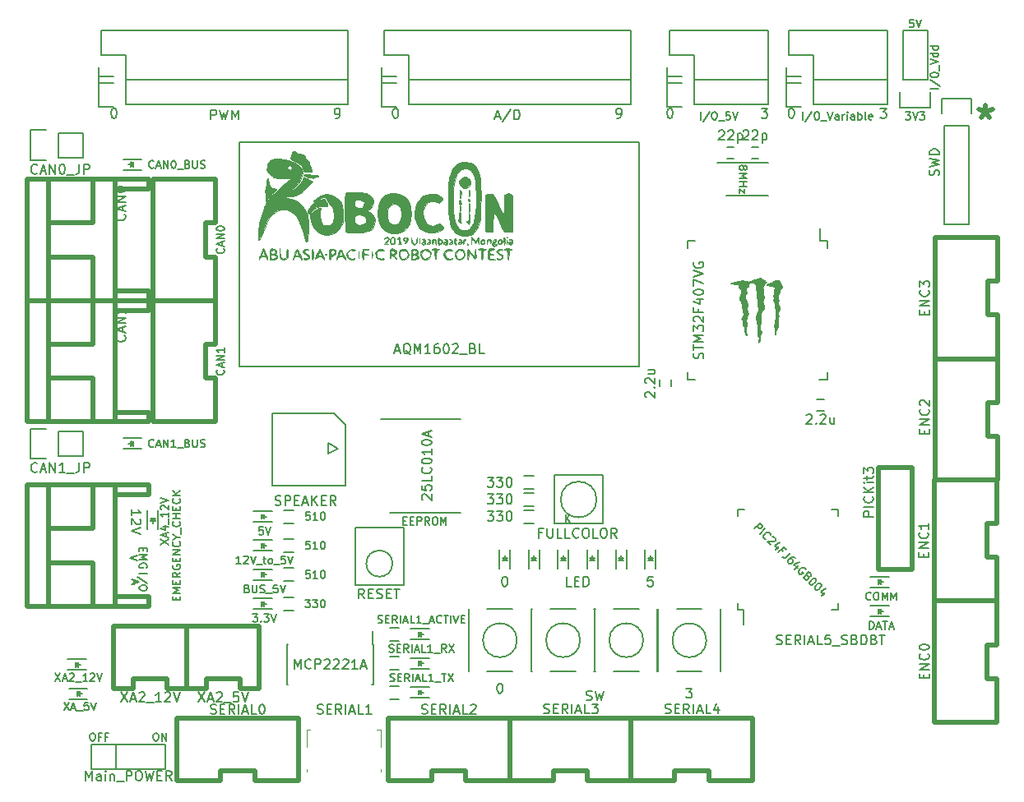
<source format=gbr>
G04 #@! TF.GenerationSoftware,KiCad,Pcbnew,(5.0.2)-1*
G04 #@! TF.CreationDate,2019-04-24T17:16:16+09:00*
G04 #@! TF.ProjectId,stm32f4_Centaurus,73746d33-3266-4345-9f43-656e74617572,rev?*
G04 #@! TF.SameCoordinates,Original*
G04 #@! TF.FileFunction,Legend,Top*
G04 #@! TF.FilePolarity,Positive*
%FSLAX46Y46*%
G04 Gerber Fmt 4.6, Leading zero omitted, Abs format (unit mm)*
G04 Created by KiCad (PCBNEW (5.0.2)-1) date 2019/04/24 17:16:16*
%MOMM*%
%LPD*%
G01*
G04 APERTURE LIST*
%ADD10C,0.200000*%
%ADD11C,0.500000*%
%ADD12C,0.150000*%
%ADD13C,0.010000*%
%ADD14C,0.120000*%
G04 APERTURE END LIST*
D10*
X144097619Y-59311904D02*
X143716666Y-59311904D01*
X143678571Y-59692857D01*
X143716666Y-59654761D01*
X143792857Y-59616666D01*
X143983333Y-59616666D01*
X144059523Y-59654761D01*
X144097619Y-59692857D01*
X144135714Y-59769047D01*
X144135714Y-59959523D01*
X144097619Y-60035714D01*
X144059523Y-60073809D01*
X143983333Y-60111904D01*
X143792857Y-60111904D01*
X143716666Y-60073809D01*
X143678571Y-60035714D01*
X144364285Y-59311904D02*
X144630952Y-60111904D01*
X144897619Y-59311904D01*
X143259523Y-68811904D02*
X143754761Y-68811904D01*
X143488095Y-69116666D01*
X143602380Y-69116666D01*
X143678571Y-69154761D01*
X143716666Y-69192857D01*
X143754761Y-69269047D01*
X143754761Y-69459523D01*
X143716666Y-69535714D01*
X143678571Y-69573809D01*
X143602380Y-69611904D01*
X143373809Y-69611904D01*
X143297619Y-69573809D01*
X143259523Y-69535714D01*
X143983333Y-68811904D02*
X144250000Y-69611904D01*
X144516666Y-68811904D01*
X144707142Y-68811904D02*
X145202380Y-68811904D01*
X144935714Y-69116666D01*
X145050000Y-69116666D01*
X145126190Y-69154761D01*
X145164285Y-69192857D01*
X145202380Y-69269047D01*
X145202380Y-69459523D01*
X145164285Y-69535714D01*
X145126190Y-69573809D01*
X145050000Y-69611904D01*
X144821428Y-69611904D01*
X144745238Y-69573809D01*
X144707142Y-69535714D01*
X59488095Y-132811904D02*
X59640476Y-132811904D01*
X59716666Y-132850000D01*
X59792857Y-132926190D01*
X59830952Y-133078571D01*
X59830952Y-133345238D01*
X59792857Y-133497619D01*
X59716666Y-133573809D01*
X59640476Y-133611904D01*
X59488095Y-133611904D01*
X59411904Y-133573809D01*
X59335714Y-133497619D01*
X59297619Y-133345238D01*
X59297619Y-133078571D01*
X59335714Y-132926190D01*
X59411904Y-132850000D01*
X59488095Y-132811904D01*
X60440476Y-133192857D02*
X60173809Y-133192857D01*
X60173809Y-133611904D02*
X60173809Y-132811904D01*
X60554761Y-132811904D01*
X61126190Y-133192857D02*
X60859523Y-133192857D01*
X60859523Y-133611904D02*
X60859523Y-132811904D01*
X61240476Y-132811904D01*
X66004761Y-132811904D02*
X66157142Y-132811904D01*
X66233333Y-132850000D01*
X66309523Y-132926190D01*
X66347619Y-133078571D01*
X66347619Y-133345238D01*
X66309523Y-133497619D01*
X66233333Y-133573809D01*
X66157142Y-133611904D01*
X66004761Y-133611904D01*
X65928571Y-133573809D01*
X65852380Y-133497619D01*
X65814285Y-133345238D01*
X65814285Y-133078571D01*
X65852380Y-132926190D01*
X65928571Y-132850000D01*
X66004761Y-132811904D01*
X66690476Y-133611904D02*
X66690476Y-132811904D01*
X67147619Y-133611904D01*
X67147619Y-132811904D01*
D11*
X151500000Y-68107142D02*
X151500000Y-68821428D01*
X150785714Y-68535714D02*
X151500000Y-68821428D01*
X152214285Y-68535714D01*
X151071428Y-69392857D02*
X151500000Y-68821428D01*
X151928571Y-69392857D01*
D10*
X140666666Y-68452380D02*
X141285714Y-68452380D01*
X140952380Y-68833333D01*
X141095238Y-68833333D01*
X141190476Y-68880952D01*
X141238095Y-68928571D01*
X141285714Y-69023809D01*
X141285714Y-69261904D01*
X141238095Y-69357142D01*
X141190476Y-69404761D01*
X141095238Y-69452380D01*
X140809523Y-69452380D01*
X140714285Y-69404761D01*
X140666666Y-69357142D01*
X131452380Y-68452380D02*
X131547619Y-68452380D01*
X131642857Y-68500000D01*
X131690476Y-68547619D01*
X131738095Y-68642857D01*
X131785714Y-68833333D01*
X131785714Y-69071428D01*
X131738095Y-69261904D01*
X131690476Y-69357142D01*
X131642857Y-69404761D01*
X131547619Y-69452380D01*
X131452380Y-69452380D01*
X131357142Y-69404761D01*
X131309523Y-69357142D01*
X131261904Y-69261904D01*
X131214285Y-69071428D01*
X131214285Y-68833333D01*
X131261904Y-68642857D01*
X131309523Y-68547619D01*
X131357142Y-68500000D01*
X131452380Y-68452380D01*
X128416666Y-68452380D02*
X129035714Y-68452380D01*
X128702380Y-68833333D01*
X128845238Y-68833333D01*
X128940476Y-68880952D01*
X128988095Y-68928571D01*
X129035714Y-69023809D01*
X129035714Y-69261904D01*
X128988095Y-69357142D01*
X128940476Y-69404761D01*
X128845238Y-69452380D01*
X128559523Y-69452380D01*
X128464285Y-69404761D01*
X128416666Y-69357142D01*
X118952380Y-68452380D02*
X119047619Y-68452380D01*
X119142857Y-68500000D01*
X119190476Y-68547619D01*
X119238095Y-68642857D01*
X119285714Y-68833333D01*
X119285714Y-69071428D01*
X119238095Y-69261904D01*
X119190476Y-69357142D01*
X119142857Y-69404761D01*
X119047619Y-69452380D01*
X118952380Y-69452380D01*
X118857142Y-69404761D01*
X118809523Y-69357142D01*
X118761904Y-69261904D01*
X118714285Y-69071428D01*
X118714285Y-68833333D01*
X118761904Y-68642857D01*
X118809523Y-68547619D01*
X118857142Y-68500000D01*
X118952380Y-68452380D01*
X113559523Y-69452380D02*
X113750000Y-69452380D01*
X113845238Y-69404761D01*
X113892857Y-69357142D01*
X113988095Y-69214285D01*
X114035714Y-69023809D01*
X114035714Y-68642857D01*
X113988095Y-68547619D01*
X113940476Y-68500000D01*
X113845238Y-68452380D01*
X113654761Y-68452380D01*
X113559523Y-68500000D01*
X113511904Y-68547619D01*
X113464285Y-68642857D01*
X113464285Y-68880952D01*
X113511904Y-68976190D01*
X113559523Y-69023809D01*
X113654761Y-69071428D01*
X113845238Y-69071428D01*
X113940476Y-69023809D01*
X113988095Y-68976190D01*
X114035714Y-68880952D01*
X90702380Y-68452380D02*
X90797619Y-68452380D01*
X90892857Y-68500000D01*
X90940476Y-68547619D01*
X90988095Y-68642857D01*
X91035714Y-68833333D01*
X91035714Y-69071428D01*
X90988095Y-69261904D01*
X90940476Y-69357142D01*
X90892857Y-69404761D01*
X90797619Y-69452380D01*
X90702380Y-69452380D01*
X90607142Y-69404761D01*
X90559523Y-69357142D01*
X90511904Y-69261904D01*
X90464285Y-69071428D01*
X90464285Y-68833333D01*
X90511904Y-68642857D01*
X90559523Y-68547619D01*
X90607142Y-68500000D01*
X90702380Y-68452380D01*
X84559523Y-69452380D02*
X84750000Y-69452380D01*
X84845238Y-69404761D01*
X84892857Y-69357142D01*
X84988095Y-69214285D01*
X85035714Y-69023809D01*
X85035714Y-68642857D01*
X84988095Y-68547619D01*
X84940476Y-68500000D01*
X84845238Y-68452380D01*
X84654761Y-68452380D01*
X84559523Y-68500000D01*
X84511904Y-68547619D01*
X84464285Y-68642857D01*
X84464285Y-68880952D01*
X84511904Y-68976190D01*
X84559523Y-69023809D01*
X84654761Y-69071428D01*
X84845238Y-69071428D01*
X84940476Y-69023809D01*
X84988095Y-68976190D01*
X85035714Y-68880952D01*
X61702380Y-68452380D02*
X61797619Y-68452380D01*
X61892857Y-68500000D01*
X61940476Y-68547619D01*
X61988095Y-68642857D01*
X62035714Y-68833333D01*
X62035714Y-69071428D01*
X61988095Y-69261904D01*
X61940476Y-69357142D01*
X61892857Y-69404761D01*
X61797619Y-69452380D01*
X61702380Y-69452380D01*
X61607142Y-69404761D01*
X61559523Y-69357142D01*
X61511904Y-69261904D01*
X61464285Y-69071428D01*
X61464285Y-68833333D01*
X61511904Y-68642857D01*
X61559523Y-68547619D01*
X61607142Y-68500000D01*
X61702380Y-68452380D01*
X120666666Y-128202380D02*
X121285714Y-128202380D01*
X120952380Y-128583333D01*
X121095238Y-128583333D01*
X121190476Y-128630952D01*
X121238095Y-128678571D01*
X121285714Y-128773809D01*
X121285714Y-129011904D01*
X121238095Y-129107142D01*
X121190476Y-129154761D01*
X121095238Y-129202380D01*
X120809523Y-129202380D01*
X120714285Y-129154761D01*
X120666666Y-129107142D01*
X101452380Y-127702380D02*
X101547619Y-127702380D01*
X101642857Y-127750000D01*
X101690476Y-127797619D01*
X101738095Y-127892857D01*
X101785714Y-128083333D01*
X101785714Y-128321428D01*
X101738095Y-128511904D01*
X101690476Y-128607142D01*
X101642857Y-128654761D01*
X101547619Y-128702380D01*
X101452380Y-128702380D01*
X101357142Y-128654761D01*
X101309523Y-128607142D01*
X101261904Y-128511904D01*
X101214285Y-128321428D01*
X101214285Y-128083333D01*
X101261904Y-127892857D01*
X101309523Y-127797619D01*
X101357142Y-127750000D01*
X101452380Y-127702380D01*
X110392857Y-129404761D02*
X110535714Y-129452380D01*
X110773809Y-129452380D01*
X110869047Y-129404761D01*
X110916666Y-129357142D01*
X110964285Y-129261904D01*
X110964285Y-129166666D01*
X110916666Y-129071428D01*
X110869047Y-129023809D01*
X110773809Y-128976190D01*
X110583333Y-128928571D01*
X110488095Y-128880952D01*
X110440476Y-128833333D01*
X110392857Y-128738095D01*
X110392857Y-128642857D01*
X110440476Y-128547619D01*
X110488095Y-128500000D01*
X110583333Y-128452380D01*
X110821428Y-128452380D01*
X110964285Y-128500000D01*
X111297619Y-128452380D02*
X111535714Y-129452380D01*
X111726190Y-128738095D01*
X111916666Y-129452380D01*
X112154761Y-128452380D01*
X108857142Y-117702380D02*
X108380952Y-117702380D01*
X108380952Y-116702380D01*
X109190476Y-117178571D02*
X109523809Y-117178571D01*
X109666666Y-117702380D02*
X109190476Y-117702380D01*
X109190476Y-116702380D01*
X109666666Y-116702380D01*
X110095238Y-117702380D02*
X110095238Y-116702380D01*
X110333333Y-116702380D01*
X110476190Y-116750000D01*
X110571428Y-116845238D01*
X110619047Y-116940476D01*
X110666666Y-117130952D01*
X110666666Y-117273809D01*
X110619047Y-117464285D01*
X110571428Y-117559523D01*
X110476190Y-117654761D01*
X110333333Y-117702380D01*
X110095238Y-117702380D01*
D12*
X108290476Y-111111904D02*
X108290476Y-110311904D01*
X108747619Y-111111904D02*
X108404761Y-110654761D01*
X108747619Y-110311904D02*
X108290476Y-110769047D01*
D10*
X117238095Y-116702380D02*
X116761904Y-116702380D01*
X116714285Y-117178571D01*
X116761904Y-117130952D01*
X116857142Y-117083333D01*
X117095238Y-117083333D01*
X117190476Y-117130952D01*
X117238095Y-117178571D01*
X117285714Y-117273809D01*
X117285714Y-117511904D01*
X117238095Y-117607142D01*
X117190476Y-117654761D01*
X117095238Y-117702380D01*
X116857142Y-117702380D01*
X116761904Y-117654761D01*
X116714285Y-117607142D01*
X101952380Y-116702380D02*
X102047619Y-116702380D01*
X102142857Y-116750000D01*
X102190476Y-116797619D01*
X102238095Y-116892857D01*
X102285714Y-117083333D01*
X102285714Y-117321428D01*
X102238095Y-117511904D01*
X102190476Y-117607142D01*
X102142857Y-117654761D01*
X102047619Y-117702380D01*
X101952380Y-117702380D01*
X101857142Y-117654761D01*
X101809523Y-117607142D01*
X101761904Y-117511904D01*
X101714285Y-117321428D01*
X101714285Y-117083333D01*
X101761904Y-116892857D01*
X101809523Y-116797619D01*
X101857142Y-116750000D01*
X101952380Y-116702380D01*
X105857142Y-112178571D02*
X105523809Y-112178571D01*
X105523809Y-112702380D02*
X105523809Y-111702380D01*
X106000000Y-111702380D01*
X106380952Y-111702380D02*
X106380952Y-112511904D01*
X106428571Y-112607142D01*
X106476190Y-112654761D01*
X106571428Y-112702380D01*
X106761904Y-112702380D01*
X106857142Y-112654761D01*
X106904761Y-112607142D01*
X106952380Y-112511904D01*
X106952380Y-111702380D01*
X107904761Y-112702380D02*
X107428571Y-112702380D01*
X107428571Y-111702380D01*
X108714285Y-112702380D02*
X108238095Y-112702380D01*
X108238095Y-111702380D01*
X109619047Y-112607142D02*
X109571428Y-112654761D01*
X109428571Y-112702380D01*
X109333333Y-112702380D01*
X109190476Y-112654761D01*
X109095238Y-112559523D01*
X109047619Y-112464285D01*
X109000000Y-112273809D01*
X109000000Y-112130952D01*
X109047619Y-111940476D01*
X109095238Y-111845238D01*
X109190476Y-111750000D01*
X109333333Y-111702380D01*
X109428571Y-111702380D01*
X109571428Y-111750000D01*
X109619047Y-111797619D01*
X110238095Y-111702380D02*
X110428571Y-111702380D01*
X110523809Y-111750000D01*
X110619047Y-111845238D01*
X110666666Y-112035714D01*
X110666666Y-112369047D01*
X110619047Y-112559523D01*
X110523809Y-112654761D01*
X110428571Y-112702380D01*
X110238095Y-112702380D01*
X110142857Y-112654761D01*
X110047619Y-112559523D01*
X110000000Y-112369047D01*
X110000000Y-112035714D01*
X110047619Y-111845238D01*
X110142857Y-111750000D01*
X110238095Y-111702380D01*
X111571428Y-112702380D02*
X111095238Y-112702380D01*
X111095238Y-111702380D01*
X112095238Y-111702380D02*
X112285714Y-111702380D01*
X112380952Y-111750000D01*
X112476190Y-111845238D01*
X112523809Y-112035714D01*
X112523809Y-112369047D01*
X112476190Y-112559523D01*
X112380952Y-112654761D01*
X112285714Y-112702380D01*
X112095238Y-112702380D01*
X112000000Y-112654761D01*
X111904761Y-112559523D01*
X111857142Y-112369047D01*
X111857142Y-112035714D01*
X111904761Y-111845238D01*
X112000000Y-111750000D01*
X112095238Y-111702380D01*
X113523809Y-112702380D02*
X113190476Y-112226190D01*
X112952380Y-112702380D02*
X112952380Y-111702380D01*
X113333333Y-111702380D01*
X113428571Y-111750000D01*
X113476190Y-111797619D01*
X113523809Y-111892857D01*
X113523809Y-112035714D01*
X113476190Y-112130952D01*
X113428571Y-112178571D01*
X113333333Y-112226190D01*
X112952380Y-112226190D01*
X91540476Y-110942857D02*
X91807142Y-110942857D01*
X91921428Y-111361904D02*
X91540476Y-111361904D01*
X91540476Y-110561904D01*
X91921428Y-110561904D01*
X92264285Y-110942857D02*
X92530952Y-110942857D01*
X92645238Y-111361904D02*
X92264285Y-111361904D01*
X92264285Y-110561904D01*
X92645238Y-110561904D01*
X92988095Y-111361904D02*
X92988095Y-110561904D01*
X93292857Y-110561904D01*
X93369047Y-110600000D01*
X93407142Y-110638095D01*
X93445238Y-110714285D01*
X93445238Y-110828571D01*
X93407142Y-110904761D01*
X93369047Y-110942857D01*
X93292857Y-110980952D01*
X92988095Y-110980952D01*
X94245238Y-111361904D02*
X93978571Y-110980952D01*
X93788095Y-111361904D02*
X93788095Y-110561904D01*
X94092857Y-110561904D01*
X94169047Y-110600000D01*
X94207142Y-110638095D01*
X94245238Y-110714285D01*
X94245238Y-110828571D01*
X94207142Y-110904761D01*
X94169047Y-110942857D01*
X94092857Y-110980952D01*
X93788095Y-110980952D01*
X94740476Y-110561904D02*
X94892857Y-110561904D01*
X94969047Y-110600000D01*
X95045238Y-110676190D01*
X95083333Y-110828571D01*
X95083333Y-111095238D01*
X95045238Y-111247619D01*
X94969047Y-111323809D01*
X94892857Y-111361904D01*
X94740476Y-111361904D01*
X94664285Y-111323809D01*
X94588095Y-111247619D01*
X94550000Y-111095238D01*
X94550000Y-110828571D01*
X94588095Y-110676190D01*
X94664285Y-110600000D01*
X94740476Y-110561904D01*
X95426190Y-111361904D02*
X95426190Y-110561904D01*
X95692857Y-111133333D01*
X95959523Y-110561904D01*
X95959523Y-111361904D01*
D12*
X63816666Y-117059523D02*
X63816666Y-117440476D01*
X63588095Y-116983333D02*
X64388095Y-117250000D01*
X63588095Y-117516666D01*
X64388095Y-116411904D02*
X65188095Y-116411904D01*
X65226190Y-117364285D02*
X64197619Y-116678571D01*
X65188095Y-117783333D02*
X65188095Y-117935714D01*
X65150000Y-118011904D01*
X65073809Y-118088095D01*
X64921428Y-118126190D01*
X64654761Y-118126190D01*
X64502380Y-118088095D01*
X64426190Y-118011904D01*
X64388095Y-117935714D01*
X64388095Y-117783333D01*
X64426190Y-117707142D01*
X64502380Y-117630952D01*
X64654761Y-117592857D01*
X64921428Y-117592857D01*
X65073809Y-117630952D01*
X65150000Y-117707142D01*
X65188095Y-117783333D01*
X64188095Y-114483333D02*
X63388095Y-114750000D01*
X64188095Y-115016666D01*
X64807142Y-113721428D02*
X64807142Y-113988095D01*
X64388095Y-114102380D02*
X64388095Y-113721428D01*
X65188095Y-113721428D01*
X65188095Y-114102380D01*
X64388095Y-114445238D02*
X65188095Y-114445238D01*
X64616666Y-114711904D01*
X65188095Y-114978571D01*
X64388095Y-114978571D01*
X65150000Y-115778571D02*
X65188095Y-115702380D01*
X65188095Y-115588095D01*
X65150000Y-115473809D01*
X65073809Y-115397619D01*
X64997619Y-115359523D01*
X64845238Y-115321428D01*
X64730952Y-115321428D01*
X64578571Y-115359523D01*
X64502380Y-115397619D01*
X64426190Y-115473809D01*
X64388095Y-115588095D01*
X64388095Y-115664285D01*
X64426190Y-115778571D01*
X64464285Y-115816666D01*
X64730952Y-115816666D01*
X64730952Y-115664285D01*
D10*
X63547619Y-110380952D02*
X63547619Y-109809523D01*
X63547619Y-110095238D02*
X64547619Y-110095238D01*
X64404761Y-110000000D01*
X64309523Y-109904761D01*
X64261904Y-109809523D01*
X64452380Y-110761904D02*
X64500000Y-110809523D01*
X64547619Y-110904761D01*
X64547619Y-111142857D01*
X64500000Y-111238095D01*
X64452380Y-111285714D01*
X64357142Y-111333333D01*
X64261904Y-111333333D01*
X64119047Y-111285714D01*
X63547619Y-110714285D01*
X63547619Y-111333333D01*
X64547619Y-111619047D02*
X63547619Y-111952380D01*
X64547619Y-112285714D01*
D12*
G04 #@! TO.C,SP1*
X84400000Y-99850000D02*
X78100000Y-99850000D01*
X78100000Y-99850000D02*
X78100000Y-107350000D01*
X85600000Y-107350000D02*
X78100000Y-107350000D01*
X85600000Y-107350000D02*
X85600000Y-101050000D01*
X84400000Y-99850000D02*
X85600000Y-101050000D01*
X83800000Y-104050000D02*
X84800000Y-103550000D01*
X83800000Y-102950000D02*
X83800000Y-104050000D01*
X84800000Y-103550000D02*
X83800000Y-102950000D01*
G04 #@! TO.C,SW4*
X117725000Y-126475000D02*
X117725000Y-120025000D01*
X113200000Y-126475000D02*
X115800000Y-126475000D01*
X111275000Y-126475000D02*
X111275000Y-120025000D01*
X113200000Y-120025000D02*
X115800000Y-120025000D01*
X111300000Y-126475000D02*
X111275000Y-126475000D01*
X117725000Y-126475000D02*
X117700000Y-126475000D01*
X117725000Y-120025000D02*
X117700000Y-120025000D01*
X111275000Y-120025000D02*
X111300000Y-120025000D01*
X116250714Y-123250000D02*
G75*
G03X116250714Y-123250000I-1750714J0D01*
G01*
G04 #@! TO.C,IC1*
X125995000Y-120135000D02*
X126595000Y-120135000D01*
X125995000Y-109785000D02*
X126665000Y-109785000D01*
X136345000Y-109785000D02*
X135675000Y-109785000D01*
X136345000Y-120135000D02*
X135675000Y-120135000D01*
X125995000Y-120135000D02*
X125995000Y-119465000D01*
X136345000Y-120135000D02*
X136345000Y-119465000D01*
X136345000Y-109785000D02*
X136345000Y-110455000D01*
X125995000Y-109785000D02*
X125995000Y-110455000D01*
X126595000Y-120135000D02*
X126595000Y-121610000D01*
G04 #@! TO.C,P31*
X130950000Y-65800000D02*
X132500000Y-65800000D01*
X133770000Y-62980000D02*
X133770000Y-65520000D01*
X131230000Y-62980000D02*
X133770000Y-62980000D01*
X130950000Y-64250000D02*
X130950000Y-65800000D01*
X131230000Y-60440000D02*
X131230000Y-62980000D01*
X141390000Y-60440000D02*
X131230000Y-60440000D01*
X141390000Y-65520000D02*
X141390000Y-60440000D01*
X133770000Y-65520000D02*
X141390000Y-65520000D01*
D11*
G04 #@! TO.C,P7*
X146220000Y-119210000D02*
X152620000Y-119210000D01*
X152620000Y-106710000D02*
X146220000Y-106710000D01*
X146220000Y-106710000D02*
X146220000Y-119210000D01*
X152620000Y-111210000D02*
X152620000Y-106710000D01*
X151620000Y-111210000D02*
X152620000Y-111210000D01*
X151620000Y-114710000D02*
X151620000Y-111210000D01*
X152620000Y-114710000D02*
X151620000Y-114710000D01*
X152620000Y-119210000D02*
X152620000Y-114710000D01*
D12*
G04 #@! TO.C,U7*
X74650000Y-71970000D02*
X115850000Y-71970000D01*
X115850000Y-71970000D02*
X115850000Y-95030000D01*
X115850000Y-95030000D02*
X74650000Y-95030000D01*
X74650000Y-95030000D02*
X74650000Y-71970000D01*
D11*
G04 #@! TO.C,P27*
X65400000Y-119750000D02*
X65400000Y-118750000D01*
X65400000Y-118750000D02*
X61900000Y-118750000D01*
X65400000Y-107250000D02*
X65400000Y-108250000D01*
X65400000Y-108250000D02*
X61900000Y-108250000D01*
X61900000Y-119750000D02*
X61900000Y-107250000D01*
X59600000Y-115250000D02*
X59600000Y-119750000D01*
X59600000Y-111750000D02*
X59600000Y-107250000D01*
X59600000Y-115250000D02*
X55000000Y-115250000D01*
X59600000Y-111750000D02*
X55000000Y-111750000D01*
X55000000Y-107250000D02*
X55000000Y-119750000D01*
X65400000Y-119750000D02*
X52800000Y-119750000D01*
X52800000Y-119750000D02*
X52800000Y-107250000D01*
X65400000Y-107250000D02*
X52800000Y-107250000D01*
D12*
G04 #@! TO.C,P23*
X92160000Y-65480000D02*
X115020000Y-65480000D01*
X115020000Y-65480000D02*
X115020000Y-68020000D01*
X115020000Y-68020000D02*
X92160000Y-68020000D01*
X89340000Y-65200000D02*
X90890000Y-65200000D01*
X92160000Y-65480000D02*
X92160000Y-68020000D01*
X90890000Y-68300000D02*
X89340000Y-68300000D01*
X89340000Y-68300000D02*
X89340000Y-65200000D01*
D11*
G04 #@! TO.C,P16*
X68250000Y-131300000D02*
X68250000Y-137700000D01*
X80750000Y-137700000D02*
X80750000Y-131300000D01*
X80750000Y-131300000D02*
X68250000Y-131300000D01*
X76250000Y-137700000D02*
X80750000Y-137700000D01*
X76250000Y-136700000D02*
X76250000Y-137700000D01*
X72750000Y-136700000D02*
X76250000Y-136700000D01*
X72750000Y-137700000D02*
X72750000Y-136700000D01*
X68250000Y-137700000D02*
X72750000Y-137700000D01*
D13*
G04 #@! TO.C,U9*
G36*
X128356152Y-85885803D02*
X128374458Y-85892221D01*
X128381769Y-85907517D01*
X128383331Y-85917842D01*
X128393277Y-85944137D01*
X128419700Y-85961174D01*
X128431800Y-85965467D01*
X128467946Y-85984493D01*
X128480118Y-86006876D01*
X128494476Y-86030972D01*
X128521631Y-86041531D01*
X128551815Y-86054836D01*
X128588155Y-86080720D01*
X128609335Y-86100130D01*
X128650561Y-86135633D01*
X128685491Y-86150430D01*
X128695171Y-86151200D01*
X128740047Y-86159060D01*
X128770282Y-86184372D01*
X128788255Y-86229730D01*
X128793047Y-86257927D01*
X128801741Y-86306589D01*
X128815815Y-86335541D01*
X128839901Y-86350461D01*
X128873485Y-86356537D01*
X128915019Y-86360750D01*
X128786350Y-86506800D01*
X128715961Y-86588994D01*
X128660983Y-86660389D01*
X128620018Y-86725720D01*
X128591667Y-86789720D01*
X128574532Y-86857125D01*
X128567215Y-86932669D01*
X128568318Y-87021088D01*
X128576441Y-87127116D01*
X128583344Y-87194181D01*
X128598853Y-87336854D01*
X128611965Y-87456329D01*
X128622991Y-87554662D01*
X128632246Y-87633909D01*
X128640042Y-87696128D01*
X128646691Y-87743374D01*
X128652507Y-87777705D01*
X128657803Y-87801176D01*
X128662890Y-87815845D01*
X128668083Y-87823767D01*
X128673693Y-87826999D01*
X128679691Y-87827600D01*
X128694299Y-87837629D01*
X128697555Y-87863814D01*
X128690783Y-87900295D01*
X128675304Y-87941215D01*
X128652441Y-87980715D01*
X128642111Y-87994111D01*
X128626213Y-88015384D01*
X128616528Y-88037478D01*
X128611547Y-88067344D01*
X128609763Y-88111936D01*
X128609600Y-88144106D01*
X128608862Y-88199465D01*
X128605840Y-88235568D01*
X128599319Y-88258538D01*
X128588083Y-88274494D01*
X128582699Y-88279656D01*
X128568200Y-88295856D01*
X128561121Y-88315894D01*
X128560056Y-88347323D01*
X128562703Y-88387106D01*
X128567057Y-88424807D01*
X128574604Y-88464130D01*
X128586583Y-88509083D01*
X128604235Y-88563675D01*
X128628799Y-88631913D01*
X128661515Y-88717805D01*
X128678353Y-88761050D01*
X128706962Y-88848177D01*
X128721797Y-88926208D01*
X128722466Y-88991391D01*
X128708580Y-89039975D01*
X128707574Y-89041766D01*
X128679525Y-89081567D01*
X128641678Y-89124189D01*
X128600945Y-89162778D01*
X128564240Y-89190482D01*
X128550099Y-89197894D01*
X128512501Y-89225704D01*
X128490118Y-89272868D01*
X128482601Y-89340128D01*
X128482600Y-89341203D01*
X128475981Y-89396010D01*
X128458371Y-89445355D01*
X128433143Y-89481163D01*
X128420175Y-89490724D01*
X128397899Y-89516117D01*
X128393700Y-89540834D01*
X128385754Y-89576985D01*
X128368300Y-89609065D01*
X128356496Y-89627594D01*
X128348971Y-89650830D01*
X128344831Y-89684561D01*
X128343180Y-89734573D01*
X128343011Y-89772703D01*
X128344057Y-89839196D01*
X128346812Y-89920244D01*
X128350844Y-90005091D01*
X128355186Y-90075500D01*
X128359129Y-90242872D01*
X128349073Y-90422896D01*
X128325607Y-90607433D01*
X128310501Y-90691450D01*
X128299192Y-90775741D01*
X128294016Y-90876527D01*
X128294706Y-90985718D01*
X128300999Y-91095226D01*
X128312630Y-91196965D01*
X128329333Y-91282845D01*
X128329931Y-91285175D01*
X128347404Y-91345106D01*
X128362816Y-91382581D01*
X128375611Y-91396264D01*
X128376209Y-91396300D01*
X128392177Y-91387108D01*
X128393894Y-91380425D01*
X128398285Y-91373813D01*
X128406400Y-91383600D01*
X128416130Y-91415111D01*
X128417923Y-91462148D01*
X128413007Y-91518952D01*
X128402608Y-91579765D01*
X128387953Y-91638829D01*
X128370268Y-91690386D01*
X128350782Y-91728677D01*
X128330720Y-91747945D01*
X128328623Y-91748632D01*
X128317681Y-91754129D01*
X128310474Y-91766916D01*
X128306078Y-91791728D01*
X128303568Y-91833299D01*
X128302261Y-91883556D01*
X128301527Y-91957386D01*
X128301786Y-92041804D01*
X128302965Y-92122019D01*
X128303559Y-92145600D01*
X128304808Y-92206780D01*
X128303830Y-92248410D01*
X128299831Y-92276299D01*
X128292017Y-92296257D01*
X128280697Y-92312703D01*
X128261985Y-92344387D01*
X128254003Y-92373830D01*
X128254000Y-92374283D01*
X128243506Y-92422001D01*
X128214731Y-92474681D01*
X128171734Y-92525200D01*
X128163757Y-92532651D01*
X128126592Y-92563796D01*
X128102076Y-92575970D01*
X128087519Y-92567589D01*
X128080229Y-92537068D01*
X128077515Y-92482821D01*
X128077496Y-92481857D01*
X128077650Y-92430162D01*
X128081130Y-92398809D01*
X128088773Y-92382860D01*
X128094973Y-92378898D01*
X128109534Y-92361433D01*
X128114300Y-92334791D01*
X128118456Y-92303455D01*
X128129260Y-92258958D01*
X128141802Y-92218675D01*
X128162971Y-92145466D01*
X128169032Y-92086599D01*
X128159529Y-92035667D01*
X128134008Y-91986266D01*
X128124331Y-91972384D01*
X128051144Y-91853129D01*
X128001389Y-91729063D01*
X127994506Y-91704406D01*
X127989007Y-91679685D01*
X127984704Y-91650855D01*
X127981516Y-91615008D01*
X127979361Y-91569237D01*
X127978156Y-91510633D01*
X127977820Y-91436289D01*
X127978271Y-91343295D01*
X127979426Y-91228744D01*
X127979929Y-91187202D01*
X127985417Y-90747428D01*
X127948410Y-90668347D01*
X127914961Y-90582176D01*
X127901862Y-90509353D01*
X127908905Y-90448306D01*
X127916851Y-90427805D01*
X127929447Y-90397774D01*
X127930830Y-90375402D01*
X127920509Y-90348223D01*
X127913140Y-90333500D01*
X127875107Y-90242170D01*
X127854367Y-90147834D01*
X127849324Y-90042332D01*
X127850350Y-90012823D01*
X127851740Y-89983068D01*
X127853226Y-89957639D01*
X127855579Y-89933900D01*
X127859568Y-89909214D01*
X127865964Y-89880943D01*
X127875537Y-89846451D01*
X127889057Y-89803100D01*
X127907295Y-89748255D01*
X127931019Y-89679277D01*
X127961001Y-89593530D01*
X127998011Y-89488376D01*
X128030174Y-89397091D01*
X128052359Y-89336398D01*
X128072871Y-89284457D01*
X128089740Y-89245965D01*
X128100999Y-89225618D01*
X128102780Y-89223870D01*
X128109393Y-89214356D01*
X128111706Y-89194689D01*
X128109360Y-89162153D01*
X128101994Y-89114032D01*
X128089249Y-89047614D01*
X128070766Y-88960181D01*
X128063322Y-88926150D01*
X128032120Y-88774842D01*
X128009843Y-88643190D01*
X127996227Y-88527167D01*
X127991008Y-88422750D01*
X127993921Y-88325913D01*
X128004702Y-88232631D01*
X128014296Y-88179366D01*
X128021984Y-88137743D01*
X128023009Y-88113315D01*
X128016256Y-88098491D01*
X128000612Y-88085679D01*
X128000543Y-88085631D01*
X127975758Y-88063750D01*
X127958179Y-88035634D01*
X127947039Y-87997386D01*
X127941571Y-87945107D01*
X127941006Y-87874901D01*
X127943835Y-87797660D01*
X127947076Y-87725992D01*
X127948408Y-87674744D01*
X127947429Y-87638981D01*
X127943735Y-87613767D01*
X127936923Y-87594168D01*
X127926592Y-87575247D01*
X127925535Y-87573508D01*
X127909638Y-87542794D01*
X127901389Y-87511547D01*
X127900765Y-87474016D01*
X127907745Y-87424451D01*
X127922304Y-87357101D01*
X127924642Y-87347205D01*
X127938459Y-87280436D01*
X127942004Y-87231772D01*
X127933837Y-87195504D01*
X127912517Y-87165920D01*
X127876604Y-87137312D01*
X127870675Y-87133291D01*
X127837045Y-87108089D01*
X127819857Y-87085131D01*
X127812924Y-87055128D01*
X127812058Y-87045300D01*
X127813937Y-87009038D01*
X127822327Y-86957705D01*
X127835650Y-86900306D01*
X127840633Y-86882349D01*
X127862175Y-86790629D01*
X127872113Y-86706822D01*
X127869931Y-86636660D01*
X127864995Y-86611574D01*
X127848896Y-86588044D01*
X127826233Y-86582999D01*
X127785743Y-86576164D01*
X127752823Y-86553068D01*
X127722620Y-86509829D01*
X127713667Y-86492950D01*
X127681369Y-86429212D01*
X127568649Y-86432793D01*
X127511147Y-86433692D01*
X127473076Y-86431470D01*
X127448576Y-86425343D01*
X127431787Y-86414525D01*
X127431690Y-86414436D01*
X127412202Y-86402659D01*
X127382037Y-86395789D01*
X127335363Y-86392827D01*
X127303674Y-86392499D01*
X127251660Y-86393984D01*
X127215738Y-86398082D01*
X127200206Y-86404261D01*
X127199900Y-86405379D01*
X127191175Y-86421217D01*
X127169365Y-86445199D01*
X127160319Y-86453623D01*
X127120738Y-86488988D01*
X127122733Y-86625222D01*
X127122799Y-86686635D01*
X127121382Y-86743147D01*
X127118749Y-86787074D01*
X127116450Y-86805578D01*
X127110287Y-86831589D01*
X127099635Y-86844626D01*
X127077124Y-86849169D01*
X127043841Y-86849700D01*
X127001742Y-86852578D01*
X126965873Y-86863799D01*
X126925250Y-86887239D01*
X126911904Y-86896260D01*
X126844299Y-86942821D01*
X126844299Y-87148779D01*
X126844434Y-87225384D01*
X126845157Y-87280356D01*
X126846949Y-87317463D01*
X126850290Y-87340473D01*
X126855658Y-87353153D01*
X126863535Y-87359271D01*
X126871434Y-87361833D01*
X126887848Y-87369204D01*
X126894322Y-87384707D01*
X126893217Y-87415819D01*
X126892018Y-87427047D01*
X126887442Y-87455281D01*
X126878853Y-87481887D01*
X126863575Y-87511816D01*
X126838935Y-87550021D01*
X126802256Y-87601452D01*
X126785412Y-87624400D01*
X126771368Y-87644610D01*
X126762322Y-87663450D01*
X126757500Y-87686615D01*
X126756126Y-87719800D01*
X126757426Y-87768700D01*
X126759491Y-87814900D01*
X126767403Y-87914012D01*
X126782490Y-88010831D01*
X126806136Y-88110918D01*
X126839722Y-88219834D01*
X126884632Y-88343142D01*
X126901616Y-88386537D01*
X126941205Y-88487171D01*
X126971775Y-88567044D01*
X126994231Y-88628781D01*
X127009477Y-88675003D01*
X127018416Y-88708333D01*
X127021953Y-88731393D01*
X127022100Y-88736023D01*
X127016007Y-88768759D01*
X127000690Y-88811410D01*
X126980594Y-88853889D01*
X126960162Y-88886106D01*
X126952397Y-88894277D01*
X126944319Y-88905872D01*
X126938765Y-88927559D01*
X126935330Y-88963285D01*
X126933612Y-89016993D01*
X126933200Y-89081875D01*
X126933416Y-89151347D01*
X126934646Y-89200877D01*
X126937765Y-89235924D01*
X126943644Y-89261947D01*
X126953159Y-89284403D01*
X126967181Y-89308752D01*
X126970320Y-89313870D01*
X127015649Y-89404828D01*
X127041577Y-89496427D01*
X127048074Y-89584992D01*
X127035108Y-89666850D01*
X127002647Y-89738330D01*
X126974302Y-89774186D01*
X126949887Y-89808042D01*
X126943339Y-89845860D01*
X126943809Y-89856736D01*
X126941317Y-89895010D01*
X126931469Y-89944043D01*
X126921084Y-89979063D01*
X126907111Y-90024287D01*
X126897679Y-90064175D01*
X126895100Y-90085027D01*
X126885760Y-90113418D01*
X126869700Y-90122620D01*
X126855670Y-90129555D01*
X126847961Y-90145153D01*
X126844784Y-90175562D01*
X126844300Y-90209880D01*
X126846881Y-90258511D01*
X126853801Y-90321614D01*
X126863822Y-90388882D01*
X126869661Y-90421124D01*
X126883279Y-90510187D01*
X126891836Y-90606888D01*
X126895271Y-90704717D01*
X126893524Y-90797160D01*
X126886534Y-90877705D01*
X126874459Y-90939100D01*
X126867320Y-90970124D01*
X126861671Y-91010738D01*
X126857301Y-91064199D01*
X126853997Y-91133764D01*
X126851549Y-91222691D01*
X126849979Y-91316190D01*
X126848825Y-91413681D01*
X126848435Y-91489025D01*
X126848977Y-91545467D01*
X126850623Y-91586252D01*
X126853544Y-91614626D01*
X126857910Y-91633834D01*
X126863891Y-91647121D01*
X126867676Y-91652740D01*
X126881087Y-91680908D01*
X126887821Y-91723441D01*
X126889131Y-91770652D01*
X126887989Y-91818186D01*
X126884131Y-91845929D01*
X126876150Y-91859455D01*
X126865566Y-91863843D01*
X126845705Y-91861712D01*
X126825669Y-91844999D01*
X126802733Y-91810501D01*
X126775733Y-91758250D01*
X126757952Y-91718232D01*
X126742296Y-91674776D01*
X126727979Y-91624338D01*
X126714211Y-91563370D01*
X126700205Y-91488328D01*
X126685173Y-91395665D01*
X126668328Y-91281836D01*
X126665546Y-91262365D01*
X126625870Y-90983646D01*
X126577124Y-90930763D01*
X126544557Y-90888169D01*
X126524663Y-90847263D01*
X126521808Y-90835465D01*
X126517384Y-90796485D01*
X126512833Y-90738896D01*
X126508500Y-90669485D01*
X126504726Y-90595039D01*
X126501856Y-90522344D01*
X126500233Y-90458187D01*
X126500201Y-90409355D01*
X126500216Y-90408690D01*
X126499161Y-90355006D01*
X126490641Y-90313852D01*
X126471085Y-90276365D01*
X126436923Y-90233682D01*
X126423827Y-90219125D01*
X126388742Y-90176185D01*
X126369143Y-90137721D01*
X126365262Y-90098709D01*
X126377327Y-90054123D01*
X126405569Y-89998939D01*
X126436141Y-89949680D01*
X126461561Y-89907610D01*
X126480222Y-89871506D01*
X126488559Y-89848361D01*
X126488700Y-89846545D01*
X126493670Y-89822918D01*
X126506377Y-89786471D01*
X126516267Y-89762789D01*
X126536033Y-89694684D01*
X126544062Y-89610193D01*
X126540828Y-89515202D01*
X126526805Y-89415598D01*
X126502465Y-89317267D01*
X126474164Y-89239422D01*
X126465455Y-89215646D01*
X126459140Y-89188250D01*
X126454859Y-89152874D01*
X126452250Y-89105161D01*
X126450951Y-89040755D01*
X126450600Y-88955632D01*
X126450395Y-88873244D01*
X126449514Y-88812202D01*
X126447557Y-88768454D01*
X126444125Y-88737948D01*
X126438817Y-88716633D01*
X126431234Y-88700455D01*
X126424399Y-88690076D01*
X126408978Y-88659461D01*
X126392890Y-88613277D01*
X126379411Y-88561048D01*
X126378451Y-88556441D01*
X126364999Y-88502895D01*
X126349442Y-88460083D01*
X126334801Y-88435701D01*
X126316916Y-88404460D01*
X126310899Y-88370525D01*
X126304901Y-88336970D01*
X126283202Y-88308126D01*
X126267547Y-88294659D01*
X126215176Y-88237239D01*
X126178358Y-88163040D01*
X126159037Y-88076731D01*
X126156553Y-88028125D01*
X126157098Y-87998014D01*
X126158905Y-87969973D01*
X126162808Y-87940561D01*
X126169639Y-87906337D01*
X126180231Y-87863861D01*
X126195415Y-87809692D01*
X126216025Y-87740389D01*
X126242893Y-87652511D01*
X126263871Y-87584565D01*
X126283312Y-87515870D01*
X126300318Y-87445094D01*
X126312783Y-87381625D01*
X126317995Y-87343265D01*
X126321295Y-87265249D01*
X126313374Y-87203041D01*
X126291421Y-87148658D01*
X126252623Y-87094120D01*
X126215938Y-87053659D01*
X126161781Y-86994542D01*
X126124305Y-86945105D01*
X126100587Y-86898876D01*
X126087704Y-86849385D01*
X126082734Y-86790161D01*
X126082300Y-86757813D01*
X126081443Y-86701605D01*
X126078114Y-86664622D01*
X126071172Y-86640722D01*
X126059474Y-86623765D01*
X126056899Y-86621100D01*
X126030030Y-86602130D01*
X126008043Y-86595699D01*
X125982237Y-86587659D01*
X125954068Y-86568795D01*
X125939010Y-86557129D01*
X125922133Y-86549850D01*
X125898047Y-86546363D01*
X125861363Y-86546075D01*
X125806691Y-86548393D01*
X125781315Y-86549764D01*
X125693585Y-86552030D01*
X125629719Y-86547825D01*
X125589949Y-86537185D01*
X125574508Y-86520148D01*
X125574300Y-86517461D01*
X125562356Y-86513639D01*
X125529546Y-86510423D01*
X125480402Y-86508085D01*
X125419456Y-86506895D01*
X125395568Y-86506800D01*
X125324527Y-86506502D01*
X125275210Y-86505324D01*
X125243946Y-86502835D01*
X125227063Y-86498606D01*
X125220891Y-86492208D01*
X125220943Y-86486370D01*
X125231749Y-86475707D01*
X125261605Y-86460653D01*
X125311889Y-86440662D01*
X125383977Y-86415184D01*
X125477626Y-86384196D01*
X125618170Y-86340950D01*
X125740663Y-86308402D01*
X125849647Y-86285649D01*
X125949666Y-86271788D01*
X126045265Y-86265914D01*
X126074108Y-86265574D01*
X126127189Y-86264526D01*
X126163852Y-86260012D01*
X126193047Y-86249837D01*
X126223725Y-86231801D01*
X126230724Y-86227126D01*
X126316484Y-86174716D01*
X126392342Y-86140567D01*
X126439520Y-86126849D01*
X126479939Y-86120836D01*
X126511576Y-86126427D01*
X126539506Y-86140029D01*
X126576267Y-86166992D01*
X126606796Y-86199586D01*
X126609782Y-86203918D01*
X126634750Y-86242343D01*
X126761750Y-86234849D01*
X126850067Y-86232259D01*
X126917063Y-86236724D01*
X126965989Y-86248890D01*
X127000102Y-86269397D01*
X127013887Y-86284683D01*
X127032525Y-86305681D01*
X127053324Y-86312918D01*
X127087066Y-86309861D01*
X127090442Y-86309309D01*
X127145452Y-86296265D01*
X127185992Y-86275574D01*
X127213561Y-86251838D01*
X127241632Y-86233207D01*
X127264615Y-86227399D01*
X127295336Y-86221328D01*
X127324940Y-86208886D01*
X127391731Y-86177503D01*
X127479353Y-86144549D01*
X127583404Y-86111357D01*
X127699481Y-86079260D01*
X127823182Y-86049589D01*
X127914793Y-86030417D01*
X127974852Y-86017712D01*
X128026674Y-86005029D01*
X128064607Y-85993866D01*
X128082757Y-85985928D01*
X128105101Y-85974686D01*
X128142346Y-85962457D01*
X128167963Y-85956049D01*
X128213906Y-85942388D01*
X128239890Y-85924881D01*
X128247486Y-85912896D01*
X128259919Y-85894971D01*
X128281619Y-85886560D01*
X128319667Y-85884499D01*
X128356152Y-85885803D01*
X128356152Y-85885803D01*
G37*
X128356152Y-85885803D02*
X128374458Y-85892221D01*
X128381769Y-85907517D01*
X128383331Y-85917842D01*
X128393277Y-85944137D01*
X128419700Y-85961174D01*
X128431800Y-85965467D01*
X128467946Y-85984493D01*
X128480118Y-86006876D01*
X128494476Y-86030972D01*
X128521631Y-86041531D01*
X128551815Y-86054836D01*
X128588155Y-86080720D01*
X128609335Y-86100130D01*
X128650561Y-86135633D01*
X128685491Y-86150430D01*
X128695171Y-86151200D01*
X128740047Y-86159060D01*
X128770282Y-86184372D01*
X128788255Y-86229730D01*
X128793047Y-86257927D01*
X128801741Y-86306589D01*
X128815815Y-86335541D01*
X128839901Y-86350461D01*
X128873485Y-86356537D01*
X128915019Y-86360750D01*
X128786350Y-86506800D01*
X128715961Y-86588994D01*
X128660983Y-86660389D01*
X128620018Y-86725720D01*
X128591667Y-86789720D01*
X128574532Y-86857125D01*
X128567215Y-86932669D01*
X128568318Y-87021088D01*
X128576441Y-87127116D01*
X128583344Y-87194181D01*
X128598853Y-87336854D01*
X128611965Y-87456329D01*
X128622991Y-87554662D01*
X128632246Y-87633909D01*
X128640042Y-87696128D01*
X128646691Y-87743374D01*
X128652507Y-87777705D01*
X128657803Y-87801176D01*
X128662890Y-87815845D01*
X128668083Y-87823767D01*
X128673693Y-87826999D01*
X128679691Y-87827600D01*
X128694299Y-87837629D01*
X128697555Y-87863814D01*
X128690783Y-87900295D01*
X128675304Y-87941215D01*
X128652441Y-87980715D01*
X128642111Y-87994111D01*
X128626213Y-88015384D01*
X128616528Y-88037478D01*
X128611547Y-88067344D01*
X128609763Y-88111936D01*
X128609600Y-88144106D01*
X128608862Y-88199465D01*
X128605840Y-88235568D01*
X128599319Y-88258538D01*
X128588083Y-88274494D01*
X128582699Y-88279656D01*
X128568200Y-88295856D01*
X128561121Y-88315894D01*
X128560056Y-88347323D01*
X128562703Y-88387106D01*
X128567057Y-88424807D01*
X128574604Y-88464130D01*
X128586583Y-88509083D01*
X128604235Y-88563675D01*
X128628799Y-88631913D01*
X128661515Y-88717805D01*
X128678353Y-88761050D01*
X128706962Y-88848177D01*
X128721797Y-88926208D01*
X128722466Y-88991391D01*
X128708580Y-89039975D01*
X128707574Y-89041766D01*
X128679525Y-89081567D01*
X128641678Y-89124189D01*
X128600945Y-89162778D01*
X128564240Y-89190482D01*
X128550099Y-89197894D01*
X128512501Y-89225704D01*
X128490118Y-89272868D01*
X128482601Y-89340128D01*
X128482600Y-89341203D01*
X128475981Y-89396010D01*
X128458371Y-89445355D01*
X128433143Y-89481163D01*
X128420175Y-89490724D01*
X128397899Y-89516117D01*
X128393700Y-89540834D01*
X128385754Y-89576985D01*
X128368300Y-89609065D01*
X128356496Y-89627594D01*
X128348971Y-89650830D01*
X128344831Y-89684561D01*
X128343180Y-89734573D01*
X128343011Y-89772703D01*
X128344057Y-89839196D01*
X128346812Y-89920244D01*
X128350844Y-90005091D01*
X128355186Y-90075500D01*
X128359129Y-90242872D01*
X128349073Y-90422896D01*
X128325607Y-90607433D01*
X128310501Y-90691450D01*
X128299192Y-90775741D01*
X128294016Y-90876527D01*
X128294706Y-90985718D01*
X128300999Y-91095226D01*
X128312630Y-91196965D01*
X128329333Y-91282845D01*
X128329931Y-91285175D01*
X128347404Y-91345106D01*
X128362816Y-91382581D01*
X128375611Y-91396264D01*
X128376209Y-91396300D01*
X128392177Y-91387108D01*
X128393894Y-91380425D01*
X128398285Y-91373813D01*
X128406400Y-91383600D01*
X128416130Y-91415111D01*
X128417923Y-91462148D01*
X128413007Y-91518952D01*
X128402608Y-91579765D01*
X128387953Y-91638829D01*
X128370268Y-91690386D01*
X128350782Y-91728677D01*
X128330720Y-91747945D01*
X128328623Y-91748632D01*
X128317681Y-91754129D01*
X128310474Y-91766916D01*
X128306078Y-91791728D01*
X128303568Y-91833299D01*
X128302261Y-91883556D01*
X128301527Y-91957386D01*
X128301786Y-92041804D01*
X128302965Y-92122019D01*
X128303559Y-92145600D01*
X128304808Y-92206780D01*
X128303830Y-92248410D01*
X128299831Y-92276299D01*
X128292017Y-92296257D01*
X128280697Y-92312703D01*
X128261985Y-92344387D01*
X128254003Y-92373830D01*
X128254000Y-92374283D01*
X128243506Y-92422001D01*
X128214731Y-92474681D01*
X128171734Y-92525200D01*
X128163757Y-92532651D01*
X128126592Y-92563796D01*
X128102076Y-92575970D01*
X128087519Y-92567589D01*
X128080229Y-92537068D01*
X128077515Y-92482821D01*
X128077496Y-92481857D01*
X128077650Y-92430162D01*
X128081130Y-92398809D01*
X128088773Y-92382860D01*
X128094973Y-92378898D01*
X128109534Y-92361433D01*
X128114300Y-92334791D01*
X128118456Y-92303455D01*
X128129260Y-92258958D01*
X128141802Y-92218675D01*
X128162971Y-92145466D01*
X128169032Y-92086599D01*
X128159529Y-92035667D01*
X128134008Y-91986266D01*
X128124331Y-91972384D01*
X128051144Y-91853129D01*
X128001389Y-91729063D01*
X127994506Y-91704406D01*
X127989007Y-91679685D01*
X127984704Y-91650855D01*
X127981516Y-91615008D01*
X127979361Y-91569237D01*
X127978156Y-91510633D01*
X127977820Y-91436289D01*
X127978271Y-91343295D01*
X127979426Y-91228744D01*
X127979929Y-91187202D01*
X127985417Y-90747428D01*
X127948410Y-90668347D01*
X127914961Y-90582176D01*
X127901862Y-90509353D01*
X127908905Y-90448306D01*
X127916851Y-90427805D01*
X127929447Y-90397774D01*
X127930830Y-90375402D01*
X127920509Y-90348223D01*
X127913140Y-90333500D01*
X127875107Y-90242170D01*
X127854367Y-90147834D01*
X127849324Y-90042332D01*
X127850350Y-90012823D01*
X127851740Y-89983068D01*
X127853226Y-89957639D01*
X127855579Y-89933900D01*
X127859568Y-89909214D01*
X127865964Y-89880943D01*
X127875537Y-89846451D01*
X127889057Y-89803100D01*
X127907295Y-89748255D01*
X127931019Y-89679277D01*
X127961001Y-89593530D01*
X127998011Y-89488376D01*
X128030174Y-89397091D01*
X128052359Y-89336398D01*
X128072871Y-89284457D01*
X128089740Y-89245965D01*
X128100999Y-89225618D01*
X128102780Y-89223870D01*
X128109393Y-89214356D01*
X128111706Y-89194689D01*
X128109360Y-89162153D01*
X128101994Y-89114032D01*
X128089249Y-89047614D01*
X128070766Y-88960181D01*
X128063322Y-88926150D01*
X128032120Y-88774842D01*
X128009843Y-88643190D01*
X127996227Y-88527167D01*
X127991008Y-88422750D01*
X127993921Y-88325913D01*
X128004702Y-88232631D01*
X128014296Y-88179366D01*
X128021984Y-88137743D01*
X128023009Y-88113315D01*
X128016256Y-88098491D01*
X128000612Y-88085679D01*
X128000543Y-88085631D01*
X127975758Y-88063750D01*
X127958179Y-88035634D01*
X127947039Y-87997386D01*
X127941571Y-87945107D01*
X127941006Y-87874901D01*
X127943835Y-87797660D01*
X127947076Y-87725992D01*
X127948408Y-87674744D01*
X127947429Y-87638981D01*
X127943735Y-87613767D01*
X127936923Y-87594168D01*
X127926592Y-87575247D01*
X127925535Y-87573508D01*
X127909638Y-87542794D01*
X127901389Y-87511547D01*
X127900765Y-87474016D01*
X127907745Y-87424451D01*
X127922304Y-87357101D01*
X127924642Y-87347205D01*
X127938459Y-87280436D01*
X127942004Y-87231772D01*
X127933837Y-87195504D01*
X127912517Y-87165920D01*
X127876604Y-87137312D01*
X127870675Y-87133291D01*
X127837045Y-87108089D01*
X127819857Y-87085131D01*
X127812924Y-87055128D01*
X127812058Y-87045300D01*
X127813937Y-87009038D01*
X127822327Y-86957705D01*
X127835650Y-86900306D01*
X127840633Y-86882349D01*
X127862175Y-86790629D01*
X127872113Y-86706822D01*
X127869931Y-86636660D01*
X127864995Y-86611574D01*
X127848896Y-86588044D01*
X127826233Y-86582999D01*
X127785743Y-86576164D01*
X127752823Y-86553068D01*
X127722620Y-86509829D01*
X127713667Y-86492950D01*
X127681369Y-86429212D01*
X127568649Y-86432793D01*
X127511147Y-86433692D01*
X127473076Y-86431470D01*
X127448576Y-86425343D01*
X127431787Y-86414525D01*
X127431690Y-86414436D01*
X127412202Y-86402659D01*
X127382037Y-86395789D01*
X127335363Y-86392827D01*
X127303674Y-86392499D01*
X127251660Y-86393984D01*
X127215738Y-86398082D01*
X127200206Y-86404261D01*
X127199900Y-86405379D01*
X127191175Y-86421217D01*
X127169365Y-86445199D01*
X127160319Y-86453623D01*
X127120738Y-86488988D01*
X127122733Y-86625222D01*
X127122799Y-86686635D01*
X127121382Y-86743147D01*
X127118749Y-86787074D01*
X127116450Y-86805578D01*
X127110287Y-86831589D01*
X127099635Y-86844626D01*
X127077124Y-86849169D01*
X127043841Y-86849700D01*
X127001742Y-86852578D01*
X126965873Y-86863799D01*
X126925250Y-86887239D01*
X126911904Y-86896260D01*
X126844299Y-86942821D01*
X126844299Y-87148779D01*
X126844434Y-87225384D01*
X126845157Y-87280356D01*
X126846949Y-87317463D01*
X126850290Y-87340473D01*
X126855658Y-87353153D01*
X126863535Y-87359271D01*
X126871434Y-87361833D01*
X126887848Y-87369204D01*
X126894322Y-87384707D01*
X126893217Y-87415819D01*
X126892018Y-87427047D01*
X126887442Y-87455281D01*
X126878853Y-87481887D01*
X126863575Y-87511816D01*
X126838935Y-87550021D01*
X126802256Y-87601452D01*
X126785412Y-87624400D01*
X126771368Y-87644610D01*
X126762322Y-87663450D01*
X126757500Y-87686615D01*
X126756126Y-87719800D01*
X126757426Y-87768700D01*
X126759491Y-87814900D01*
X126767403Y-87914012D01*
X126782490Y-88010831D01*
X126806136Y-88110918D01*
X126839722Y-88219834D01*
X126884632Y-88343142D01*
X126901616Y-88386537D01*
X126941205Y-88487171D01*
X126971775Y-88567044D01*
X126994231Y-88628781D01*
X127009477Y-88675003D01*
X127018416Y-88708333D01*
X127021953Y-88731393D01*
X127022100Y-88736023D01*
X127016007Y-88768759D01*
X127000690Y-88811410D01*
X126980594Y-88853889D01*
X126960162Y-88886106D01*
X126952397Y-88894277D01*
X126944319Y-88905872D01*
X126938765Y-88927559D01*
X126935330Y-88963285D01*
X126933612Y-89016993D01*
X126933200Y-89081875D01*
X126933416Y-89151347D01*
X126934646Y-89200877D01*
X126937765Y-89235924D01*
X126943644Y-89261947D01*
X126953159Y-89284403D01*
X126967181Y-89308752D01*
X126970320Y-89313870D01*
X127015649Y-89404828D01*
X127041577Y-89496427D01*
X127048074Y-89584992D01*
X127035108Y-89666850D01*
X127002647Y-89738330D01*
X126974302Y-89774186D01*
X126949887Y-89808042D01*
X126943339Y-89845860D01*
X126943809Y-89856736D01*
X126941317Y-89895010D01*
X126931469Y-89944043D01*
X126921084Y-89979063D01*
X126907111Y-90024287D01*
X126897679Y-90064175D01*
X126895100Y-90085027D01*
X126885760Y-90113418D01*
X126869700Y-90122620D01*
X126855670Y-90129555D01*
X126847961Y-90145153D01*
X126844784Y-90175562D01*
X126844300Y-90209880D01*
X126846881Y-90258511D01*
X126853801Y-90321614D01*
X126863822Y-90388882D01*
X126869661Y-90421124D01*
X126883279Y-90510187D01*
X126891836Y-90606888D01*
X126895271Y-90704717D01*
X126893524Y-90797160D01*
X126886534Y-90877705D01*
X126874459Y-90939100D01*
X126867320Y-90970124D01*
X126861671Y-91010738D01*
X126857301Y-91064199D01*
X126853997Y-91133764D01*
X126851549Y-91222691D01*
X126849979Y-91316190D01*
X126848825Y-91413681D01*
X126848435Y-91489025D01*
X126848977Y-91545467D01*
X126850623Y-91586252D01*
X126853544Y-91614626D01*
X126857910Y-91633834D01*
X126863891Y-91647121D01*
X126867676Y-91652740D01*
X126881087Y-91680908D01*
X126887821Y-91723441D01*
X126889131Y-91770652D01*
X126887989Y-91818186D01*
X126884131Y-91845929D01*
X126876150Y-91859455D01*
X126865566Y-91863843D01*
X126845705Y-91861712D01*
X126825669Y-91844999D01*
X126802733Y-91810501D01*
X126775733Y-91758250D01*
X126757952Y-91718232D01*
X126742296Y-91674776D01*
X126727979Y-91624338D01*
X126714211Y-91563370D01*
X126700205Y-91488328D01*
X126685173Y-91395665D01*
X126668328Y-91281836D01*
X126665546Y-91262365D01*
X126625870Y-90983646D01*
X126577124Y-90930763D01*
X126544557Y-90888169D01*
X126524663Y-90847263D01*
X126521808Y-90835465D01*
X126517384Y-90796485D01*
X126512833Y-90738896D01*
X126508500Y-90669485D01*
X126504726Y-90595039D01*
X126501856Y-90522344D01*
X126500233Y-90458187D01*
X126500201Y-90409355D01*
X126500216Y-90408690D01*
X126499161Y-90355006D01*
X126490641Y-90313852D01*
X126471085Y-90276365D01*
X126436923Y-90233682D01*
X126423827Y-90219125D01*
X126388742Y-90176185D01*
X126369143Y-90137721D01*
X126365262Y-90098709D01*
X126377327Y-90054123D01*
X126405569Y-89998939D01*
X126436141Y-89949680D01*
X126461561Y-89907610D01*
X126480222Y-89871506D01*
X126488559Y-89848361D01*
X126488700Y-89846545D01*
X126493670Y-89822918D01*
X126506377Y-89786471D01*
X126516267Y-89762789D01*
X126536033Y-89694684D01*
X126544062Y-89610193D01*
X126540828Y-89515202D01*
X126526805Y-89415598D01*
X126502465Y-89317267D01*
X126474164Y-89239422D01*
X126465455Y-89215646D01*
X126459140Y-89188250D01*
X126454859Y-89152874D01*
X126452250Y-89105161D01*
X126450951Y-89040755D01*
X126450600Y-88955632D01*
X126450395Y-88873244D01*
X126449514Y-88812202D01*
X126447557Y-88768454D01*
X126444125Y-88737948D01*
X126438817Y-88716633D01*
X126431234Y-88700455D01*
X126424399Y-88690076D01*
X126408978Y-88659461D01*
X126392890Y-88613277D01*
X126379411Y-88561048D01*
X126378451Y-88556441D01*
X126364999Y-88502895D01*
X126349442Y-88460083D01*
X126334801Y-88435701D01*
X126316916Y-88404460D01*
X126310899Y-88370525D01*
X126304901Y-88336970D01*
X126283202Y-88308126D01*
X126267547Y-88294659D01*
X126215176Y-88237239D01*
X126178358Y-88163040D01*
X126159037Y-88076731D01*
X126156553Y-88028125D01*
X126157098Y-87998014D01*
X126158905Y-87969973D01*
X126162808Y-87940561D01*
X126169639Y-87906337D01*
X126180231Y-87863861D01*
X126195415Y-87809692D01*
X126216025Y-87740389D01*
X126242893Y-87652511D01*
X126263871Y-87584565D01*
X126283312Y-87515870D01*
X126300318Y-87445094D01*
X126312783Y-87381625D01*
X126317995Y-87343265D01*
X126321295Y-87265249D01*
X126313374Y-87203041D01*
X126291421Y-87148658D01*
X126252623Y-87094120D01*
X126215938Y-87053659D01*
X126161781Y-86994542D01*
X126124305Y-86945105D01*
X126100587Y-86898876D01*
X126087704Y-86849385D01*
X126082734Y-86790161D01*
X126082300Y-86757813D01*
X126081443Y-86701605D01*
X126078114Y-86664622D01*
X126071172Y-86640722D01*
X126059474Y-86623765D01*
X126056899Y-86621100D01*
X126030030Y-86602130D01*
X126008043Y-86595699D01*
X125982237Y-86587659D01*
X125954068Y-86568795D01*
X125939010Y-86557129D01*
X125922133Y-86549850D01*
X125898047Y-86546363D01*
X125861363Y-86546075D01*
X125806691Y-86548393D01*
X125781315Y-86549764D01*
X125693585Y-86552030D01*
X125629719Y-86547825D01*
X125589949Y-86537185D01*
X125574508Y-86520148D01*
X125574300Y-86517461D01*
X125562356Y-86513639D01*
X125529546Y-86510423D01*
X125480402Y-86508085D01*
X125419456Y-86506895D01*
X125395568Y-86506800D01*
X125324527Y-86506502D01*
X125275210Y-86505324D01*
X125243946Y-86502835D01*
X125227063Y-86498606D01*
X125220891Y-86492208D01*
X125220943Y-86486370D01*
X125231749Y-86475707D01*
X125261605Y-86460653D01*
X125311889Y-86440662D01*
X125383977Y-86415184D01*
X125477626Y-86384196D01*
X125618170Y-86340950D01*
X125740663Y-86308402D01*
X125849647Y-86285649D01*
X125949666Y-86271788D01*
X126045265Y-86265914D01*
X126074108Y-86265574D01*
X126127189Y-86264526D01*
X126163852Y-86260012D01*
X126193047Y-86249837D01*
X126223725Y-86231801D01*
X126230724Y-86227126D01*
X126316484Y-86174716D01*
X126392342Y-86140567D01*
X126439520Y-86126849D01*
X126479939Y-86120836D01*
X126511576Y-86126427D01*
X126539506Y-86140029D01*
X126576267Y-86166992D01*
X126606796Y-86199586D01*
X126609782Y-86203918D01*
X126634750Y-86242343D01*
X126761750Y-86234849D01*
X126850067Y-86232259D01*
X126917063Y-86236724D01*
X126965989Y-86248890D01*
X127000102Y-86269397D01*
X127013887Y-86284683D01*
X127032525Y-86305681D01*
X127053324Y-86312918D01*
X127087066Y-86309861D01*
X127090442Y-86309309D01*
X127145452Y-86296265D01*
X127185992Y-86275574D01*
X127213561Y-86251838D01*
X127241632Y-86233207D01*
X127264615Y-86227399D01*
X127295336Y-86221328D01*
X127324940Y-86208886D01*
X127391731Y-86177503D01*
X127479353Y-86144549D01*
X127583404Y-86111357D01*
X127699481Y-86079260D01*
X127823182Y-86049589D01*
X127914793Y-86030417D01*
X127974852Y-86017712D01*
X128026674Y-86005029D01*
X128064607Y-85993866D01*
X128082757Y-85985928D01*
X128105101Y-85974686D01*
X128142346Y-85962457D01*
X128167963Y-85956049D01*
X128213906Y-85942388D01*
X128239890Y-85924881D01*
X128247486Y-85912896D01*
X128259919Y-85894971D01*
X128281619Y-85886560D01*
X128319667Y-85884499D01*
X128356152Y-85885803D01*
G36*
X129879452Y-86119668D02*
X129913308Y-86132150D01*
X129951549Y-86142634D01*
X130001989Y-86149553D01*
X130038005Y-86151200D01*
X130121860Y-86156856D01*
X130188836Y-86175788D01*
X130243318Y-86210935D01*
X130289694Y-86265240D01*
X130332349Y-86341645D01*
X130337135Y-86351810D01*
X130363872Y-86408640D01*
X130390814Y-86464593D01*
X130413422Y-86510286D01*
X130419764Y-86522681D01*
X130446827Y-86599606D01*
X130451100Y-86644793D01*
X130457495Y-86693761D01*
X130474333Y-86735775D01*
X130498089Y-86764427D01*
X130521871Y-86773500D01*
X130535777Y-86784945D01*
X130540000Y-86816731D01*
X130535357Y-86843729D01*
X130520398Y-86881020D01*
X130493573Y-86931808D01*
X130453335Y-86999300D01*
X130446455Y-87010406D01*
X130344352Y-87184032D01*
X130261921Y-87345684D01*
X130198187Y-87498181D01*
X130152173Y-87644342D01*
X130122904Y-87786983D01*
X130109403Y-87928924D01*
X130108200Y-87987157D01*
X130108703Y-88043074D01*
X130110886Y-88078684D01*
X130115760Y-88099071D01*
X130124336Y-88109320D01*
X130133268Y-88113244D01*
X130168140Y-88135936D01*
X130195550Y-88174493D01*
X130209246Y-88219408D01*
X130209800Y-88229636D01*
X130205145Y-88260131D01*
X130192659Y-88306304D01*
X130174553Y-88360504D01*
X130163444Y-88389848D01*
X130129069Y-88490582D01*
X130112671Y-88574083D01*
X130114288Y-88641103D01*
X130133960Y-88692393D01*
X130171727Y-88728705D01*
X130181439Y-88734228D01*
X130234277Y-88773004D01*
X130277623Y-88830825D01*
X130299771Y-88874814D01*
X130317190Y-88928766D01*
X130326570Y-88989563D01*
X130328460Y-89052242D01*
X130323406Y-89111840D01*
X130311954Y-89163394D01*
X130294651Y-89201938D01*
X130272044Y-89222512D01*
X130261248Y-89224600D01*
X130243773Y-89229025D01*
X130236250Y-89246839D01*
X130234874Y-89272225D01*
X130224342Y-89323626D01*
X130192797Y-89385355D01*
X130190424Y-89389111D01*
X130167487Y-89427404D01*
X130154240Y-89458928D01*
X130148064Y-89493591D01*
X130146341Y-89541300D01*
X130146300Y-89556048D01*
X130156107Y-89669336D01*
X130172965Y-89740056D01*
X130189857Y-89808864D01*
X130191758Y-89864732D01*
X130177789Y-89915840D01*
X130148377Y-89968397D01*
X130130357Y-89997248D01*
X130119672Y-90021975D01*
X130114834Y-90050307D01*
X130114354Y-90089975D01*
X130116147Y-90135875D01*
X130120067Y-90203217D01*
X130125801Y-90281002D01*
X130132241Y-90354446D01*
X130133545Y-90367600D01*
X130140338Y-90446696D01*
X130145747Y-90534087D01*
X130149677Y-90624855D01*
X130152034Y-90714082D01*
X130152724Y-90796851D01*
X130151652Y-90868245D01*
X130148724Y-90923345D01*
X130144787Y-90953322D01*
X130123509Y-91011273D01*
X130083290Y-91079066D01*
X130067938Y-91100587D01*
X130016861Y-91171947D01*
X129978327Y-91232202D01*
X129947910Y-91289152D01*
X129921184Y-91350592D01*
X129910833Y-91377383D01*
X129894409Y-91423941D01*
X129885292Y-91461406D01*
X129882261Y-91499701D01*
X129884095Y-91548751D01*
X129886218Y-91577428D01*
X129889830Y-91634878D01*
X129889401Y-91673578D01*
X129884398Y-91699934D01*
X129874317Y-91720303D01*
X129856476Y-91742860D01*
X129843461Y-91751900D01*
X129834014Y-91741049D01*
X129818484Y-91712419D01*
X129800018Y-91671896D01*
X129797613Y-91666175D01*
X129772672Y-91591582D01*
X129757784Y-91515262D01*
X129753550Y-91443918D01*
X129760566Y-91384252D01*
X129770064Y-91357563D01*
X129781823Y-91328089D01*
X129788110Y-91294719D01*
X129788753Y-91253204D01*
X129783580Y-91199291D01*
X129772420Y-91128732D01*
X129757670Y-91050307D01*
X129739589Y-90944891D01*
X129731416Y-90858774D01*
X129733686Y-90787644D01*
X129746937Y-90727194D01*
X129771704Y-90673112D01*
X129808525Y-90621089D01*
X129811536Y-90617450D01*
X129835384Y-90573679D01*
X129839837Y-90520688D01*
X129824973Y-90455293D01*
X129816100Y-90431100D01*
X129796885Y-90367774D01*
X129791720Y-90313764D01*
X129800790Y-90273795D01*
X129809368Y-90261845D01*
X129827778Y-90233985D01*
X129847757Y-90188757D01*
X129866335Y-90133787D01*
X129879493Y-90081850D01*
X129882660Y-90051968D01*
X129884552Y-90002301D01*
X129885098Y-89938435D01*
X129884222Y-89865956D01*
X129882924Y-89818831D01*
X129880540Y-89736651D01*
X129879899Y-89675204D01*
X129881247Y-89629866D01*
X129884825Y-89596014D01*
X129890878Y-89569026D01*
X129897038Y-89550903D01*
X129908188Y-89517815D01*
X129911940Y-89489823D01*
X129908450Y-89456769D01*
X129899144Y-89413872D01*
X129889532Y-89359165D01*
X129882591Y-89293156D01*
X129879791Y-89229915D01*
X129879787Y-89228524D01*
X129878220Y-89179441D01*
X129874218Y-89140673D01*
X129868551Y-89118784D01*
X129866658Y-89116500D01*
X129848490Y-89095707D01*
X129828200Y-89058658D01*
X129809375Y-89013845D01*
X129795603Y-88969764D01*
X129790465Y-88936097D01*
X129792616Y-88904555D01*
X129798634Y-88855077D01*
X129807574Y-88794668D01*
X129817533Y-88735650D01*
X129831122Y-88649375D01*
X129836389Y-88583294D01*
X129832596Y-88533358D01*
X129819009Y-88495519D01*
X129794890Y-88465731D01*
X129764301Y-88442919D01*
X129717195Y-88405099D01*
X129683832Y-88358181D01*
X129663626Y-88299386D01*
X129655990Y-88225934D01*
X129660337Y-88135043D01*
X129675972Y-88024553D01*
X129685368Y-87965825D01*
X129691650Y-87917046D01*
X129694295Y-87883138D01*
X129692775Y-87869024D01*
X129692584Y-87868927D01*
X129656053Y-87850501D01*
X129621585Y-87823611D01*
X129597909Y-87795653D01*
X129593084Y-87784620D01*
X129594300Y-87741870D01*
X129614742Y-87695171D01*
X129650574Y-87651229D01*
X129684584Y-87624533D01*
X129739050Y-87589992D01*
X129743851Y-87324621D01*
X129746904Y-87208081D01*
X129751558Y-87113717D01*
X129758047Y-87038343D01*
X129766602Y-86978771D01*
X129770398Y-86959820D01*
X129781170Y-86904538D01*
X129784550Y-86868792D01*
X129780834Y-86847908D01*
X129777768Y-86843071D01*
X129759601Y-86831384D01*
X129723743Y-86815352D01*
X129676853Y-86797849D01*
X129659572Y-86792070D01*
X129606852Y-86773391D01*
X129559422Y-86753821D01*
X129525727Y-86736915D01*
X129520259Y-86733396D01*
X129492613Y-86717574D01*
X129467033Y-86715897D01*
X129439047Y-86723492D01*
X129374771Y-86733645D01*
X129292194Y-86728203D01*
X129192904Y-86707369D01*
X129104900Y-86680573D01*
X129048417Y-86661762D01*
X128998989Y-86645999D01*
X128962676Y-86635176D01*
X128947202Y-86631355D01*
X128923677Y-86620362D01*
X128917978Y-86603120D01*
X128932513Y-86588008D01*
X128934513Y-86587184D01*
X128957966Y-86572487D01*
X128986049Y-86547769D01*
X128989544Y-86544174D01*
X129017503Y-86524606D01*
X129064969Y-86501616D01*
X129126592Y-86476995D01*
X129197019Y-86452539D01*
X129270901Y-86430038D01*
X129342885Y-86411286D01*
X129407621Y-86398076D01*
X129438385Y-86393802D01*
X129488147Y-86387172D01*
X129519924Y-86378498D01*
X129541119Y-86364980D01*
X129554637Y-86349833D01*
X129596390Y-86297583D01*
X129627721Y-86263401D01*
X129652024Y-86244040D01*
X129672689Y-86236254D01*
X129673397Y-86236150D01*
X129703143Y-86226538D01*
X129717212Y-86217067D01*
X129739991Y-86203616D01*
X129749218Y-86201999D01*
X129765852Y-86191942D01*
X129786501Y-86166877D01*
X129792382Y-86157549D01*
X129815805Y-86126881D01*
X129842701Y-86114700D01*
X129879452Y-86119668D01*
X129879452Y-86119668D01*
G37*
X129879452Y-86119668D02*
X129913308Y-86132150D01*
X129951549Y-86142634D01*
X130001989Y-86149553D01*
X130038005Y-86151200D01*
X130121860Y-86156856D01*
X130188836Y-86175788D01*
X130243318Y-86210935D01*
X130289694Y-86265240D01*
X130332349Y-86341645D01*
X130337135Y-86351810D01*
X130363872Y-86408640D01*
X130390814Y-86464593D01*
X130413422Y-86510286D01*
X130419764Y-86522681D01*
X130446827Y-86599606D01*
X130451100Y-86644793D01*
X130457495Y-86693761D01*
X130474333Y-86735775D01*
X130498089Y-86764427D01*
X130521871Y-86773500D01*
X130535777Y-86784945D01*
X130540000Y-86816731D01*
X130535357Y-86843729D01*
X130520398Y-86881020D01*
X130493573Y-86931808D01*
X130453335Y-86999300D01*
X130446455Y-87010406D01*
X130344352Y-87184032D01*
X130261921Y-87345684D01*
X130198187Y-87498181D01*
X130152173Y-87644342D01*
X130122904Y-87786983D01*
X130109403Y-87928924D01*
X130108200Y-87987157D01*
X130108703Y-88043074D01*
X130110886Y-88078684D01*
X130115760Y-88099071D01*
X130124336Y-88109320D01*
X130133268Y-88113244D01*
X130168140Y-88135936D01*
X130195550Y-88174493D01*
X130209246Y-88219408D01*
X130209800Y-88229636D01*
X130205145Y-88260131D01*
X130192659Y-88306304D01*
X130174553Y-88360504D01*
X130163444Y-88389848D01*
X130129069Y-88490582D01*
X130112671Y-88574083D01*
X130114288Y-88641103D01*
X130133960Y-88692393D01*
X130171727Y-88728705D01*
X130181439Y-88734228D01*
X130234277Y-88773004D01*
X130277623Y-88830825D01*
X130299771Y-88874814D01*
X130317190Y-88928766D01*
X130326570Y-88989563D01*
X130328460Y-89052242D01*
X130323406Y-89111840D01*
X130311954Y-89163394D01*
X130294651Y-89201938D01*
X130272044Y-89222512D01*
X130261248Y-89224600D01*
X130243773Y-89229025D01*
X130236250Y-89246839D01*
X130234874Y-89272225D01*
X130224342Y-89323626D01*
X130192797Y-89385355D01*
X130190424Y-89389111D01*
X130167487Y-89427404D01*
X130154240Y-89458928D01*
X130148064Y-89493591D01*
X130146341Y-89541300D01*
X130146300Y-89556048D01*
X130156107Y-89669336D01*
X130172965Y-89740056D01*
X130189857Y-89808864D01*
X130191758Y-89864732D01*
X130177789Y-89915840D01*
X130148377Y-89968397D01*
X130130357Y-89997248D01*
X130119672Y-90021975D01*
X130114834Y-90050307D01*
X130114354Y-90089975D01*
X130116147Y-90135875D01*
X130120067Y-90203217D01*
X130125801Y-90281002D01*
X130132241Y-90354446D01*
X130133545Y-90367600D01*
X130140338Y-90446696D01*
X130145747Y-90534087D01*
X130149677Y-90624855D01*
X130152034Y-90714082D01*
X130152724Y-90796851D01*
X130151652Y-90868245D01*
X130148724Y-90923345D01*
X130144787Y-90953322D01*
X130123509Y-91011273D01*
X130083290Y-91079066D01*
X130067938Y-91100587D01*
X130016861Y-91171947D01*
X129978327Y-91232202D01*
X129947910Y-91289152D01*
X129921184Y-91350592D01*
X129910833Y-91377383D01*
X129894409Y-91423941D01*
X129885292Y-91461406D01*
X129882261Y-91499701D01*
X129884095Y-91548751D01*
X129886218Y-91577428D01*
X129889830Y-91634878D01*
X129889401Y-91673578D01*
X129884398Y-91699934D01*
X129874317Y-91720303D01*
X129856476Y-91742860D01*
X129843461Y-91751900D01*
X129834014Y-91741049D01*
X129818484Y-91712419D01*
X129800018Y-91671896D01*
X129797613Y-91666175D01*
X129772672Y-91591582D01*
X129757784Y-91515262D01*
X129753550Y-91443918D01*
X129760566Y-91384252D01*
X129770064Y-91357563D01*
X129781823Y-91328089D01*
X129788110Y-91294719D01*
X129788753Y-91253204D01*
X129783580Y-91199291D01*
X129772420Y-91128732D01*
X129757670Y-91050307D01*
X129739589Y-90944891D01*
X129731416Y-90858774D01*
X129733686Y-90787644D01*
X129746937Y-90727194D01*
X129771704Y-90673112D01*
X129808525Y-90621089D01*
X129811536Y-90617450D01*
X129835384Y-90573679D01*
X129839837Y-90520688D01*
X129824973Y-90455293D01*
X129816100Y-90431100D01*
X129796885Y-90367774D01*
X129791720Y-90313764D01*
X129800790Y-90273795D01*
X129809368Y-90261845D01*
X129827778Y-90233985D01*
X129847757Y-90188757D01*
X129866335Y-90133787D01*
X129879493Y-90081850D01*
X129882660Y-90051968D01*
X129884552Y-90002301D01*
X129885098Y-89938435D01*
X129884222Y-89865956D01*
X129882924Y-89818831D01*
X129880540Y-89736651D01*
X129879899Y-89675204D01*
X129881247Y-89629866D01*
X129884825Y-89596014D01*
X129890878Y-89569026D01*
X129897038Y-89550903D01*
X129908188Y-89517815D01*
X129911940Y-89489823D01*
X129908450Y-89456769D01*
X129899144Y-89413872D01*
X129889532Y-89359165D01*
X129882591Y-89293156D01*
X129879791Y-89229915D01*
X129879787Y-89228524D01*
X129878220Y-89179441D01*
X129874218Y-89140673D01*
X129868551Y-89118784D01*
X129866658Y-89116500D01*
X129848490Y-89095707D01*
X129828200Y-89058658D01*
X129809375Y-89013845D01*
X129795603Y-88969764D01*
X129790465Y-88936097D01*
X129792616Y-88904555D01*
X129798634Y-88855077D01*
X129807574Y-88794668D01*
X129817533Y-88735650D01*
X129831122Y-88649375D01*
X129836389Y-88583294D01*
X129832596Y-88533358D01*
X129819009Y-88495519D01*
X129794890Y-88465731D01*
X129764301Y-88442919D01*
X129717195Y-88405099D01*
X129683832Y-88358181D01*
X129663626Y-88299386D01*
X129655990Y-88225934D01*
X129660337Y-88135043D01*
X129675972Y-88024553D01*
X129685368Y-87965825D01*
X129691650Y-87917046D01*
X129694295Y-87883138D01*
X129692775Y-87869024D01*
X129692584Y-87868927D01*
X129656053Y-87850501D01*
X129621585Y-87823611D01*
X129597909Y-87795653D01*
X129593084Y-87784620D01*
X129594300Y-87741870D01*
X129614742Y-87695171D01*
X129650574Y-87651229D01*
X129684584Y-87624533D01*
X129739050Y-87589992D01*
X129743851Y-87324621D01*
X129746904Y-87208081D01*
X129751558Y-87113717D01*
X129758047Y-87038343D01*
X129766602Y-86978771D01*
X129770398Y-86959820D01*
X129781170Y-86904538D01*
X129784550Y-86868792D01*
X129780834Y-86847908D01*
X129777768Y-86843071D01*
X129759601Y-86831384D01*
X129723743Y-86815352D01*
X129676853Y-86797849D01*
X129659572Y-86792070D01*
X129606852Y-86773391D01*
X129559422Y-86753821D01*
X129525727Y-86736915D01*
X129520259Y-86733396D01*
X129492613Y-86717574D01*
X129467033Y-86715897D01*
X129439047Y-86723492D01*
X129374771Y-86733645D01*
X129292194Y-86728203D01*
X129192904Y-86707369D01*
X129104900Y-86680573D01*
X129048417Y-86661762D01*
X128998989Y-86645999D01*
X128962676Y-86635176D01*
X128947202Y-86631355D01*
X128923677Y-86620362D01*
X128917978Y-86603120D01*
X128932513Y-86588008D01*
X128934513Y-86587184D01*
X128957966Y-86572487D01*
X128986049Y-86547769D01*
X128989544Y-86544174D01*
X129017503Y-86524606D01*
X129064969Y-86501616D01*
X129126592Y-86476995D01*
X129197019Y-86452539D01*
X129270901Y-86430038D01*
X129342885Y-86411286D01*
X129407621Y-86398076D01*
X129438385Y-86393802D01*
X129488147Y-86387172D01*
X129519924Y-86378498D01*
X129541119Y-86364980D01*
X129554637Y-86349833D01*
X129596390Y-86297583D01*
X129627721Y-86263401D01*
X129652024Y-86244040D01*
X129672689Y-86236254D01*
X129673397Y-86236150D01*
X129703143Y-86226538D01*
X129717212Y-86217067D01*
X129739991Y-86203616D01*
X129749218Y-86201999D01*
X129765852Y-86191942D01*
X129786501Y-86166877D01*
X129792382Y-86157549D01*
X129815805Y-86126881D01*
X129842701Y-86114700D01*
X129879452Y-86119668D01*
D12*
G04 #@! TO.C,U1*
X135175000Y-82075000D02*
X134450000Y-82075000D01*
X135175000Y-96425000D02*
X134375000Y-96425000D01*
X120825000Y-96425000D02*
X121625000Y-96425000D01*
X120825000Y-82075000D02*
X121625000Y-82075000D01*
X135175000Y-82075000D02*
X135175000Y-82875000D01*
X120825000Y-82075000D02*
X120825000Y-82875000D01*
X120825000Y-96425000D02*
X120825000Y-95625000D01*
X135175000Y-96425000D02*
X135175000Y-95625000D01*
X134450000Y-82075000D02*
X134450000Y-80800000D01*
G04 #@! TO.C,R24*
X91140000Y-123295000D02*
X90140000Y-123295000D01*
X90140000Y-121945000D02*
X91140000Y-121945000D01*
G04 #@! TO.C,LED1*
X90440000Y-115350000D02*
G75*
G03X90440000Y-115350000I-1350000J0D01*
G01*
X91590000Y-117600000D02*
X86590000Y-117600000D01*
X91590000Y-111600000D02*
X91590000Y-117600000D01*
X86590000Y-111600000D02*
X91590000Y-111600000D01*
X86590000Y-117600000D02*
X86590000Y-111600000D01*
G04 #@! TO.C,SW1*
X59440000Y-136520000D02*
X59440000Y-133980000D01*
X59440000Y-133980000D02*
X67060000Y-133980000D01*
X67060000Y-133980000D02*
X67060000Y-136520000D01*
X67060000Y-136520000D02*
X59440000Y-136520000D01*
X61980000Y-133980000D02*
X61980000Y-136520000D01*
G04 #@! TO.C,D36*
X63500000Y-74000000D02*
X63750000Y-74250000D01*
X63500000Y-74500000D02*
X63500000Y-74000000D01*
X63750000Y-74250000D02*
X63500000Y-74500000D01*
X63750000Y-74500000D02*
X63750000Y-74000000D01*
X63700000Y-74250000D02*
X63250000Y-74250000D01*
X64600000Y-74800000D02*
X62700000Y-74800000D01*
X64600000Y-73700000D02*
X62700000Y-73700000D01*
G04 #@! TO.C,D37*
X64600000Y-102450000D02*
X62700000Y-102450000D01*
X64600000Y-103550000D02*
X62700000Y-103550000D01*
X63700000Y-103000000D02*
X63250000Y-103000000D01*
X63750000Y-103250000D02*
X63750000Y-102750000D01*
X63750000Y-103000000D02*
X63500000Y-103250000D01*
X63500000Y-103250000D02*
X63500000Y-102750000D01*
X63500000Y-102750000D02*
X63750000Y-103000000D01*
D14*
G04 #@! TO.C,P5*
X81590000Y-136810000D02*
X81590000Y-136550000D01*
X81590000Y-134270000D02*
X81590000Y-132500000D01*
X81590000Y-132500000D02*
X81970000Y-132500000D01*
X89210000Y-132500000D02*
X89210000Y-134270000D01*
X89210000Y-136550000D02*
X89210000Y-136810000D01*
X89210000Y-132500000D02*
X88830000Y-132500000D01*
D12*
G04 #@! TO.C,D13*
X57020000Y-126300000D02*
X58920000Y-126300000D01*
X57020000Y-125200000D02*
X58920000Y-125200000D01*
X57920000Y-125750000D02*
X58370000Y-125750000D01*
X57870000Y-125500000D02*
X57870000Y-126000000D01*
X57870000Y-125750000D02*
X58120000Y-125500000D01*
X58120000Y-125500000D02*
X58120000Y-126000000D01*
X58120000Y-126000000D02*
X57870000Y-125750000D01*
G04 #@! TO.C,D16*
X58250000Y-129000000D02*
X58000000Y-128750000D01*
X58250000Y-128500000D02*
X58250000Y-129000000D01*
X58000000Y-128750000D02*
X58250000Y-128500000D01*
X58000000Y-128500000D02*
X58000000Y-129000000D01*
X58050000Y-128750000D02*
X58500000Y-128750000D01*
X57150000Y-128200000D02*
X59050000Y-128200000D01*
X57150000Y-129300000D02*
X59050000Y-129300000D01*
G04 #@! TO.C,D17*
X76150000Y-114050000D02*
X78050000Y-114050000D01*
X76150000Y-112950000D02*
X78050000Y-112950000D01*
X77050000Y-113500000D02*
X77500000Y-113500000D01*
X77000000Y-113250000D02*
X77000000Y-113750000D01*
X77000000Y-113500000D02*
X77250000Y-113250000D01*
X77250000Y-113250000D02*
X77250000Y-113750000D01*
X77250000Y-113750000D02*
X77000000Y-113500000D01*
G04 #@! TO.C,D18*
X77250000Y-116750000D02*
X77000000Y-116500000D01*
X77250000Y-116250000D02*
X77250000Y-116750000D01*
X77000000Y-116500000D02*
X77250000Y-116250000D01*
X77000000Y-116250000D02*
X77000000Y-116750000D01*
X77050000Y-116500000D02*
X77500000Y-116500000D01*
X76150000Y-115950000D02*
X78050000Y-115950000D01*
X76150000Y-117050000D02*
X78050000Y-117050000D01*
G04 #@! TO.C,D19*
X102538703Y-115850000D02*
X102538703Y-113950000D01*
X101438703Y-115850000D02*
X101438703Y-113950000D01*
X101988703Y-114950000D02*
X101988703Y-114500000D01*
X101738703Y-115000000D02*
X102238703Y-115000000D01*
X101988703Y-115000000D02*
X101738703Y-114750000D01*
X101738703Y-114750000D02*
X102238703Y-114750000D01*
X102238703Y-114750000D02*
X101988703Y-115000000D01*
G04 #@! TO.C,D30*
X77250000Y-110750000D02*
X77000000Y-110500000D01*
X77250000Y-110250000D02*
X77250000Y-110750000D01*
X77000000Y-110500000D02*
X77250000Y-110250000D01*
X77000000Y-110250000D02*
X77000000Y-110750000D01*
X77050000Y-110500000D02*
X77500000Y-110500000D01*
X76150000Y-109950000D02*
X78050000Y-109950000D01*
X76150000Y-111050000D02*
X78050000Y-111050000D01*
D11*
G04 #@! TO.C,P10*
X69250000Y-121800000D02*
X61750000Y-121800000D01*
X69250000Y-128200000D02*
X69250000Y-121800000D01*
X61750000Y-121800000D02*
X61750000Y-128200000D01*
X67250000Y-128200000D02*
X69250000Y-128200000D01*
X67250000Y-127200000D02*
X67250000Y-128200000D01*
X63750000Y-127200000D02*
X67250000Y-127200000D01*
X63750000Y-128200000D02*
X63750000Y-127200000D01*
X61750000Y-128200000D02*
X63750000Y-128200000D01*
G04 #@! TO.C,P17*
X69250000Y-128200000D02*
X71250000Y-128200000D01*
X71250000Y-128200000D02*
X71250000Y-127200000D01*
X71250000Y-127200000D02*
X74750000Y-127200000D01*
X74750000Y-127200000D02*
X74750000Y-128200000D01*
X74750000Y-128200000D02*
X76750000Y-128200000D01*
X69250000Y-121800000D02*
X69250000Y-128200000D01*
X76750000Y-128200000D02*
X76750000Y-121800000D01*
X76750000Y-121800000D02*
X69250000Y-121800000D01*
D12*
G04 #@! TO.C,SW2*
X109750714Y-123250000D02*
G75*
G03X109750714Y-123250000I-1750714J0D01*
G01*
X104775000Y-120025000D02*
X104800000Y-120025000D01*
X111225000Y-120025000D02*
X111200000Y-120025000D01*
X111225000Y-126475000D02*
X111200000Y-126475000D01*
X104800000Y-126475000D02*
X104775000Y-126475000D01*
X106700000Y-120025000D02*
X109300000Y-120025000D01*
X104775000Y-126475000D02*
X104775000Y-120025000D01*
X106700000Y-126475000D02*
X109300000Y-126475000D01*
X111225000Y-126475000D02*
X111225000Y-120025000D01*
G04 #@! TO.C,SW3*
X104725000Y-126475000D02*
X104725000Y-120025000D01*
X100200000Y-126475000D02*
X102800000Y-126475000D01*
X98275000Y-126475000D02*
X98275000Y-120025000D01*
X100200000Y-120025000D02*
X102800000Y-120025000D01*
X98300000Y-126475000D02*
X98275000Y-126475000D01*
X104725000Y-126475000D02*
X104700000Y-126475000D01*
X104725000Y-120025000D02*
X104700000Y-120025000D01*
X98275000Y-120025000D02*
X98300000Y-120025000D01*
X103250714Y-123250000D02*
G75*
G03X103250714Y-123250000I-1750714J0D01*
G01*
G04 #@! TO.C,SW5*
X122750714Y-123250000D02*
G75*
G03X122750714Y-123250000I-1750714J0D01*
G01*
X117775000Y-120025000D02*
X117800000Y-120025000D01*
X124225000Y-120025000D02*
X124200000Y-120025000D01*
X124225000Y-126475000D02*
X124200000Y-126475000D01*
X117800000Y-126475000D02*
X117775000Y-126475000D01*
X119700000Y-120025000D02*
X122300000Y-120025000D01*
X117775000Y-126475000D02*
X117775000Y-120025000D01*
X119700000Y-126475000D02*
X122300000Y-126475000D01*
X124225000Y-126475000D02*
X124225000Y-120025000D01*
G04 #@! TO.C,JP1*
X56020000Y-70980000D02*
X58560000Y-70980000D01*
X53200000Y-70700000D02*
X54750000Y-70700000D01*
X56020000Y-70980000D02*
X56020000Y-73520000D01*
X54750000Y-73800000D02*
X53200000Y-73800000D01*
X53200000Y-73800000D02*
X53200000Y-70700000D01*
X56020000Y-73520000D02*
X58560000Y-73520000D01*
X58560000Y-73520000D02*
X58560000Y-70980000D01*
G04 #@! TO.C,JP2*
X58560000Y-104270000D02*
X58560000Y-101730000D01*
X56020000Y-104270000D02*
X58560000Y-104270000D01*
X53200000Y-104550000D02*
X53200000Y-101450000D01*
X54750000Y-104550000D02*
X53200000Y-104550000D01*
X56020000Y-101730000D02*
X56020000Y-104270000D01*
X53200000Y-101450000D02*
X54750000Y-101450000D01*
X56020000Y-101730000D02*
X58560000Y-101730000D01*
G04 #@! TO.C,P18*
X149770000Y-70270000D02*
X147230000Y-70270000D01*
X147230000Y-80430000D02*
X147230000Y-70270000D01*
X149770000Y-80430000D02*
X147230000Y-80430000D01*
X149770000Y-70270000D02*
X149770000Y-80430000D01*
X150050000Y-67450000D02*
X150050000Y-69000000D01*
X146950000Y-67450000D02*
X150050000Y-67450000D01*
X146950000Y-69000000D02*
X146950000Y-67450000D01*
G04 #@! TO.C,P24*
X60200000Y-68300000D02*
X60200000Y-65200000D01*
X61750000Y-68300000D02*
X60200000Y-68300000D01*
X63020000Y-65480000D02*
X63020000Y-68020000D01*
X60200000Y-65200000D02*
X61750000Y-65200000D01*
X85880000Y-68020000D02*
X63020000Y-68020000D01*
X85880000Y-65480000D02*
X85880000Y-68020000D01*
X63020000Y-65480000D02*
X85880000Y-65480000D01*
G04 #@! TO.C,P25*
X89340000Y-65800000D02*
X90890000Y-65800000D01*
X92160000Y-62980000D02*
X92160000Y-65520000D01*
X89620000Y-62980000D02*
X92160000Y-62980000D01*
X89340000Y-64250000D02*
X89340000Y-65800000D01*
X89620000Y-60440000D02*
X89620000Y-62980000D01*
X115020000Y-60440000D02*
X115020000Y-65520000D01*
X92160000Y-65520000D02*
X115020000Y-65520000D01*
X115020000Y-60440000D02*
X89620000Y-60440000D01*
G04 #@! TO.C,P26*
X85880000Y-60440000D02*
X60480000Y-60440000D01*
X63020000Y-65520000D02*
X85880000Y-65520000D01*
X85880000Y-60440000D02*
X85880000Y-65520000D01*
X60480000Y-60440000D02*
X60480000Y-62980000D01*
X60200000Y-64250000D02*
X60200000Y-65800000D01*
X60480000Y-62980000D02*
X63020000Y-62980000D01*
X63020000Y-62980000D02*
X63020000Y-65520000D01*
X60200000Y-65800000D02*
X61750000Y-65800000D01*
D11*
G04 #@! TO.C,P3*
X152620000Y-131710000D02*
X152620000Y-127210000D01*
X152620000Y-127210000D02*
X151620000Y-127210000D01*
X151620000Y-127210000D02*
X151620000Y-123710000D01*
X151620000Y-123710000D02*
X152620000Y-123710000D01*
X152620000Y-123710000D02*
X152620000Y-119210000D01*
X146220000Y-119210000D02*
X146220000Y-131710000D01*
X152620000Y-119210000D02*
X146220000Y-119210000D01*
X146220000Y-131710000D02*
X152620000Y-131710000D01*
G04 #@! TO.C,P4*
X146300000Y-106750000D02*
X152700000Y-106750000D01*
X152700000Y-94250000D02*
X146300000Y-94250000D01*
X146300000Y-94250000D02*
X146300000Y-106750000D01*
X152700000Y-98750000D02*
X152700000Y-94250000D01*
X151700000Y-98750000D02*
X152700000Y-98750000D01*
X151700000Y-102250000D02*
X151700000Y-98750000D01*
X152700000Y-102250000D02*
X151700000Y-102250000D01*
X152700000Y-106750000D02*
X152700000Y-102250000D01*
G04 #@! TO.C,P6*
X152700000Y-94250000D02*
X152700000Y-89750000D01*
X152700000Y-89750000D02*
X151700000Y-89750000D01*
X151700000Y-89750000D02*
X151700000Y-86250000D01*
X151700000Y-86250000D02*
X152700000Y-86250000D01*
X152700000Y-86250000D02*
X152700000Y-81750000D01*
X146300000Y-81750000D02*
X146300000Y-94250000D01*
X152700000Y-81750000D02*
X146300000Y-81750000D01*
X146300000Y-94250000D02*
X152700000Y-94250000D01*
G04 #@! TO.C,P8*
X115000000Y-137700000D02*
X119500000Y-137700000D01*
X119500000Y-137700000D02*
X119500000Y-136700000D01*
X119500000Y-136700000D02*
X123000000Y-136700000D01*
X123000000Y-136700000D02*
X123000000Y-137700000D01*
X123000000Y-137700000D02*
X127500000Y-137700000D01*
X127500000Y-131300000D02*
X115000000Y-131300000D01*
X127500000Y-137700000D02*
X127500000Y-131300000D01*
X115000000Y-131300000D02*
X115000000Y-137700000D01*
G04 #@! TO.C,P9*
X102500000Y-131300000D02*
X102500000Y-137700000D01*
X115000000Y-137700000D02*
X115000000Y-131300000D01*
X115000000Y-131300000D02*
X102500000Y-131300000D01*
X110500000Y-137700000D02*
X115000000Y-137700000D01*
X110500000Y-136700000D02*
X110500000Y-137700000D01*
X107000000Y-136700000D02*
X110500000Y-136700000D01*
X107000000Y-137700000D02*
X107000000Y-136700000D01*
X102500000Y-137700000D02*
X107000000Y-137700000D01*
G04 #@! TO.C,P11*
X65800000Y-88250000D02*
X72200000Y-88250000D01*
X72200000Y-75750000D02*
X65800000Y-75750000D01*
X65800000Y-75750000D02*
X65800000Y-88250000D01*
X72200000Y-80250000D02*
X72200000Y-75750000D01*
X71200000Y-80250000D02*
X72200000Y-80250000D01*
X71200000Y-83750000D02*
X71200000Y-80250000D01*
X72200000Y-83750000D02*
X71200000Y-83750000D01*
X72200000Y-88250000D02*
X72200000Y-83750000D01*
G04 #@! TO.C,P12*
X72200000Y-100750000D02*
X72200000Y-96250000D01*
X72200000Y-96250000D02*
X71200000Y-96250000D01*
X71200000Y-96250000D02*
X71200000Y-92750000D01*
X71200000Y-92750000D02*
X72200000Y-92750000D01*
X72200000Y-92750000D02*
X72200000Y-88250000D01*
X65800000Y-88250000D02*
X65800000Y-100750000D01*
X72200000Y-88250000D02*
X65800000Y-88250000D01*
X65800000Y-100750000D02*
X72200000Y-100750000D01*
G04 #@! TO.C,P13*
X65400000Y-75750000D02*
X52800000Y-75750000D01*
X52800000Y-88250000D02*
X52800000Y-75750000D01*
X65400000Y-88250000D02*
X52800000Y-88250000D01*
X55000000Y-75750000D02*
X55000000Y-88250000D01*
X59600000Y-80250000D02*
X55000000Y-80250000D01*
X59600000Y-83750000D02*
X55000000Y-83750000D01*
X59600000Y-80250000D02*
X59600000Y-75750000D01*
X59600000Y-83750000D02*
X59600000Y-88250000D01*
X61900000Y-88250000D02*
X61900000Y-75750000D01*
X65400000Y-76750000D02*
X61900000Y-76750000D01*
X65400000Y-75750000D02*
X65400000Y-76750000D01*
X65400000Y-87250000D02*
X61900000Y-87250000D01*
X65400000Y-88250000D02*
X65400000Y-87250000D01*
G04 #@! TO.C,P14*
X65400000Y-100750000D02*
X65400000Y-99750000D01*
X65400000Y-99750000D02*
X61900000Y-99750000D01*
X65400000Y-88250000D02*
X65400000Y-89250000D01*
X65400000Y-89250000D02*
X61900000Y-89250000D01*
X61900000Y-100750000D02*
X61900000Y-88250000D01*
X59600000Y-96250000D02*
X59600000Y-100750000D01*
X59600000Y-92750000D02*
X59600000Y-88250000D01*
X59600000Y-96250000D02*
X55000000Y-96250000D01*
X59600000Y-92750000D02*
X55000000Y-92750000D01*
X55000000Y-88250000D02*
X55000000Y-100750000D01*
X65400000Y-100750000D02*
X52800000Y-100750000D01*
X52800000Y-100750000D02*
X52800000Y-88250000D01*
X65400000Y-88250000D02*
X52800000Y-88250000D01*
G04 #@! TO.C,P15*
X90000000Y-137700000D02*
X94500000Y-137700000D01*
X94500000Y-137700000D02*
X94500000Y-136700000D01*
X94500000Y-136700000D02*
X98000000Y-136700000D01*
X98000000Y-136700000D02*
X98000000Y-137700000D01*
X98000000Y-137700000D02*
X102500000Y-137700000D01*
X102500000Y-131300000D02*
X90000000Y-131300000D01*
X102500000Y-137700000D02*
X102500000Y-131300000D01*
X90000000Y-131300000D02*
X90000000Y-137700000D01*
D12*
G04 #@! TO.C,P28*
X121520000Y-68020000D02*
X129140000Y-68020000D01*
X121520000Y-65480000D02*
X129140000Y-65480000D01*
X118700000Y-65200000D02*
X120250000Y-65200000D01*
X129140000Y-68020000D02*
X129140000Y-65480000D01*
X121520000Y-65480000D02*
X121520000Y-68020000D01*
X120250000Y-68300000D02*
X118700000Y-68300000D01*
X118700000Y-68300000D02*
X118700000Y-65200000D01*
G04 #@! TO.C,P29*
X130950000Y-68300000D02*
X130950000Y-65200000D01*
X132500000Y-68300000D02*
X130950000Y-68300000D01*
X133770000Y-65480000D02*
X133770000Y-68020000D01*
X141390000Y-68020000D02*
X141390000Y-65480000D01*
X130950000Y-65200000D02*
X132500000Y-65200000D01*
X133770000Y-65480000D02*
X141390000Y-65480000D01*
X133770000Y-68020000D02*
X141390000Y-68020000D01*
G04 #@! TO.C,P30*
X121520000Y-65520000D02*
X129140000Y-65520000D01*
X129140000Y-65520000D02*
X129140000Y-60440000D01*
X129140000Y-60440000D02*
X118980000Y-60440000D01*
X118980000Y-60440000D02*
X118980000Y-62980000D01*
X118700000Y-64250000D02*
X118700000Y-65800000D01*
X118980000Y-62980000D02*
X121520000Y-62980000D01*
X121520000Y-62980000D02*
X121520000Y-65520000D01*
X118700000Y-65800000D02*
X120250000Y-65800000D01*
G04 #@! TO.C,X1*
X129100000Y-77450000D02*
X124800000Y-77450000D01*
X123850000Y-74050000D02*
X129100000Y-74050000D01*
G04 #@! TO.C,D1*
X140750000Y-120500000D02*
X140500000Y-120250000D01*
X140750000Y-120000000D02*
X140750000Y-120500000D01*
X140500000Y-120250000D02*
X140750000Y-120000000D01*
X140500000Y-120000000D02*
X140500000Y-120500000D01*
X140550000Y-120250000D02*
X141000000Y-120250000D01*
X139650000Y-119700000D02*
X141550000Y-119700000D01*
X139650000Y-120800000D02*
X141550000Y-120800000D01*
G04 #@! TO.C,D2*
X139650000Y-117800000D02*
X141550000Y-117800000D01*
X139650000Y-116700000D02*
X141550000Y-116700000D01*
X140550000Y-117250000D02*
X141000000Y-117250000D01*
X140500000Y-117000000D02*
X140500000Y-117500000D01*
X140500000Y-117250000D02*
X140750000Y-117000000D01*
X140750000Y-117000000D02*
X140750000Y-117500000D01*
X140750000Y-117500000D02*
X140500000Y-117250000D01*
G04 #@! TO.C,D3*
X93420000Y-128870000D02*
X93170000Y-128620000D01*
X93420000Y-128370000D02*
X93420000Y-128870000D01*
X93170000Y-128620000D02*
X93420000Y-128370000D01*
X93170000Y-128370000D02*
X93170000Y-128870000D01*
X93220000Y-128620000D02*
X93670000Y-128620000D01*
X92320000Y-128070000D02*
X94220000Y-128070000D01*
X92320000Y-129170000D02*
X94220000Y-129170000D01*
G04 #@! TO.C,D4*
X92320000Y-126170000D02*
X94220000Y-126170000D01*
X92320000Y-125070000D02*
X94220000Y-125070000D01*
X93220000Y-125620000D02*
X93670000Y-125620000D01*
X93170000Y-125370000D02*
X93170000Y-125870000D01*
X93170000Y-125620000D02*
X93420000Y-125370000D01*
X93420000Y-125370000D02*
X93420000Y-125870000D01*
X93420000Y-125870000D02*
X93170000Y-125620000D01*
G04 #@! TO.C,D5*
X92320000Y-123170000D02*
X94220000Y-123170000D01*
X92320000Y-122070000D02*
X94220000Y-122070000D01*
X93220000Y-122620000D02*
X93670000Y-122620000D01*
X93170000Y-122370000D02*
X93170000Y-122870000D01*
X93170000Y-122620000D02*
X93420000Y-122370000D01*
X93420000Y-122370000D02*
X93420000Y-122870000D01*
X93420000Y-122870000D02*
X93170000Y-122620000D01*
G04 #@! TO.C,D21*
X105250000Y-114750000D02*
X105000000Y-115000000D01*
X104750000Y-114750000D02*
X105250000Y-114750000D01*
X105000000Y-115000000D02*
X104750000Y-114750000D01*
X104750000Y-115000000D02*
X105250000Y-115000000D01*
X105000000Y-114950000D02*
X105000000Y-114500000D01*
X104450000Y-115850000D02*
X104450000Y-113950000D01*
X105550000Y-115850000D02*
X105550000Y-113950000D01*
G04 #@! TO.C,D22*
X108550000Y-115850000D02*
X108550000Y-113950000D01*
X107450000Y-115850000D02*
X107450000Y-113950000D01*
X108000000Y-114950000D02*
X108000000Y-114500000D01*
X107750000Y-115000000D02*
X108250000Y-115000000D01*
X108000000Y-115000000D02*
X107750000Y-114750000D01*
X107750000Y-114750000D02*
X108250000Y-114750000D01*
X108250000Y-114750000D02*
X108000000Y-115000000D01*
G04 #@! TO.C,D23*
X114250000Y-114750000D02*
X114000000Y-115000000D01*
X113750000Y-114750000D02*
X114250000Y-114750000D01*
X114000000Y-115000000D02*
X113750000Y-114750000D01*
X113750000Y-115000000D02*
X114250000Y-115000000D01*
X114000000Y-114950000D02*
X114000000Y-114500000D01*
X113450000Y-115850000D02*
X113450000Y-113950000D01*
X114550000Y-115850000D02*
X114550000Y-113950000D01*
G04 #@! TO.C,D24*
X111250000Y-114750000D02*
X111000000Y-115000000D01*
X110750000Y-114750000D02*
X111250000Y-114750000D01*
X111000000Y-115000000D02*
X110750000Y-114750000D01*
X110750000Y-115000000D02*
X111250000Y-115000000D01*
X111000000Y-114950000D02*
X111000000Y-114500000D01*
X110450000Y-115850000D02*
X110450000Y-113950000D01*
X111550000Y-115850000D02*
X111550000Y-113950000D01*
G04 #@! TO.C,D25*
X117250000Y-114750000D02*
X117000000Y-115000000D01*
X116750000Y-114750000D02*
X117250000Y-114750000D01*
X117000000Y-115000000D02*
X116750000Y-114750000D01*
X116750000Y-115000000D02*
X117250000Y-115000000D01*
X117000000Y-114950000D02*
X117000000Y-114500000D01*
X116450000Y-115850000D02*
X116450000Y-113950000D01*
X117550000Y-115850000D02*
X117550000Y-113950000D01*
G04 #@! TO.C,D35*
X65200000Y-109900000D02*
X65200000Y-111800000D01*
X66300000Y-109900000D02*
X66300000Y-111800000D01*
X65750000Y-110800000D02*
X65750000Y-111250000D01*
X66000000Y-110750000D02*
X65500000Y-110750000D01*
X65750000Y-110750000D02*
X66000000Y-111000000D01*
X66000000Y-111000000D02*
X65500000Y-111000000D01*
X65500000Y-111000000D02*
X65750000Y-110750000D01*
D11*
G04 #@! TO.C,P1*
X143950000Y-105500000D02*
X140450000Y-105500000D01*
X143950000Y-116000000D02*
X143950000Y-105500000D01*
X140450000Y-116000000D02*
X140450000Y-105500000D01*
X140450000Y-116000000D02*
X143950000Y-116000000D01*
D12*
G04 #@! TO.C,U3*
X88450000Y-123675000D02*
X88425000Y-123675000D01*
X88450000Y-127825000D02*
X88335000Y-127825000D01*
X79550000Y-127825000D02*
X79665000Y-127825000D01*
X79550000Y-123675000D02*
X79665000Y-123675000D01*
X88450000Y-123675000D02*
X88450000Y-127825000D01*
X79550000Y-123675000D02*
X79550000Y-127825000D01*
X88425000Y-123675000D02*
X88425000Y-122300000D01*
D10*
G04 #@! TO.C,U8*
X107100000Y-111250000D02*
X107100000Y-106250000D01*
X107100000Y-106250000D02*
X112100000Y-106250000D01*
X112100000Y-106250000D02*
X112100000Y-111250000D01*
X112100000Y-111250000D02*
X107100000Y-111250000D01*
X111443909Y-108750000D02*
G75*
G03X111443909Y-108750000I-1843909J0D01*
G01*
D12*
G04 #@! TO.C,C11*
X125600000Y-73600000D02*
X124900000Y-73600000D01*
X124900000Y-72400000D02*
X125600000Y-72400000D01*
G04 #@! TO.C,C13*
X128100000Y-73600000D02*
X127400000Y-73600000D01*
X127400000Y-72400000D02*
X128100000Y-72400000D01*
G04 #@! TO.C,C26*
X117900000Y-97100000D02*
X117900000Y-96400000D01*
X119100000Y-96400000D02*
X119100000Y-97100000D01*
G04 #@! TO.C,C27*
X134150000Y-98400000D02*
X134850000Y-98400000D01*
X134850000Y-99600000D02*
X134150000Y-99600000D01*
G04 #@! TO.C,R22*
X90140000Y-127945000D02*
X91140000Y-127945000D01*
X91140000Y-129295000D02*
X90140000Y-129295000D01*
G04 #@! TO.C,R23*
X90140000Y-124945000D02*
X91140000Y-124945000D01*
X91140000Y-126295000D02*
X90140000Y-126295000D01*
G04 #@! TO.C,R37*
X79250000Y-112825000D02*
X80250000Y-112825000D01*
X80250000Y-114175000D02*
X79250000Y-114175000D01*
G04 #@! TO.C,R44*
X80250000Y-117175000D02*
X79250000Y-117175000D01*
X79250000Y-115825000D02*
X80250000Y-115825000D01*
G04 #@! TO.C,R46*
X105000000Y-111175000D02*
X104000000Y-111175000D01*
X104000000Y-109825000D02*
X105000000Y-109825000D01*
G04 #@! TO.C,R47*
X104000000Y-108075000D02*
X105000000Y-108075000D01*
X105000000Y-109425000D02*
X104000000Y-109425000D01*
G04 #@! TO.C,R48*
X105000000Y-107675000D02*
X104000000Y-107675000D01*
X104000000Y-106325000D02*
X105000000Y-106325000D01*
G04 #@! TO.C,R65*
X80250000Y-111175000D02*
X79250000Y-111175000D01*
X79250000Y-109825000D02*
X80250000Y-109825000D01*
G04 #@! TO.C,D31*
X77250000Y-119750000D02*
X77000000Y-119500000D01*
X77250000Y-119250000D02*
X77250000Y-119750000D01*
X77000000Y-119500000D02*
X77250000Y-119250000D01*
X77000000Y-119250000D02*
X77000000Y-119750000D01*
X77050000Y-119500000D02*
X77500000Y-119500000D01*
X76150000Y-118950000D02*
X78050000Y-118950000D01*
X76150000Y-120050000D02*
X78050000Y-120050000D01*
G04 #@! TO.C,R72*
X80250000Y-120175000D02*
X79250000Y-120175000D01*
X79250000Y-118825000D02*
X80250000Y-118825000D01*
G04 #@! TO.C,U12*
X90125000Y-100475000D02*
X97475000Y-100475000D01*
X90135000Y-100475000D02*
X89200000Y-100475000D01*
X90135000Y-110150000D02*
X97485000Y-110150000D01*
D13*
G04 #@! TO.C,U13*
G36*
X77194280Y-82943284D02*
X77220141Y-83010383D01*
X77285111Y-83174303D01*
X77388363Y-83421285D01*
X77464583Y-83598722D01*
X77552520Y-83826733D01*
X77590843Y-83981337D01*
X77578479Y-84024760D01*
X77499724Y-83957862D01*
X77455751Y-83862460D01*
X77364993Y-83741748D01*
X77170642Y-83700756D01*
X77131150Y-83700160D01*
X76918146Y-83731329D01*
X76814966Y-83839102D01*
X76806550Y-83862460D01*
X76734128Y-83993595D01*
X76680379Y-84024760D01*
X76670558Y-83958232D01*
X76720042Y-83785196D01*
X76801475Y-83582126D01*
X76838570Y-83500229D01*
X76947820Y-83500229D01*
X76962456Y-83591799D01*
X77091868Y-83618501D01*
X77131150Y-83619010D01*
X77283831Y-83606391D01*
X77334026Y-83582253D01*
X77303931Y-83489560D01*
X77237823Y-83334355D01*
X77141621Y-83123214D01*
X77037823Y-83310249D01*
X76947820Y-83500229D01*
X76838570Y-83500229D01*
X76922076Y-83315871D01*
X77027840Y-83093349D01*
X77079020Y-82993787D01*
X77147315Y-82895285D01*
X77194280Y-82943284D01*
X77194280Y-82943284D01*
G37*
X77194280Y-82943284D02*
X77220141Y-83010383D01*
X77285111Y-83174303D01*
X77388363Y-83421285D01*
X77464583Y-83598722D01*
X77552520Y-83826733D01*
X77590843Y-83981337D01*
X77578479Y-84024760D01*
X77499724Y-83957862D01*
X77455751Y-83862460D01*
X77364993Y-83741748D01*
X77170642Y-83700756D01*
X77131150Y-83700160D01*
X76918146Y-83731329D01*
X76814966Y-83839102D01*
X76806550Y-83862460D01*
X76734128Y-83993595D01*
X76680379Y-84024760D01*
X76670558Y-83958232D01*
X76720042Y-83785196D01*
X76801475Y-83582126D01*
X76838570Y-83500229D01*
X76947820Y-83500229D01*
X76962456Y-83591799D01*
X77091868Y-83618501D01*
X77131150Y-83619010D01*
X77283831Y-83606391D01*
X77334026Y-83582253D01*
X77303931Y-83489560D01*
X77237823Y-83334355D01*
X77141621Y-83123214D01*
X77037823Y-83310249D01*
X76947820Y-83500229D01*
X76838570Y-83500229D01*
X76922076Y-83315871D01*
X77027840Y-83093349D01*
X77079020Y-82993787D01*
X77147315Y-82895285D01*
X77194280Y-82943284D01*
G36*
X78221084Y-82939274D02*
X78397643Y-83041657D01*
X78522086Y-83161477D01*
X78525895Y-83256291D01*
X78467496Y-83338880D01*
X78395425Y-83458641D01*
X78446937Y-83516246D01*
X78449840Y-83517244D01*
X78533967Y-83616481D01*
X78544322Y-83779429D01*
X78485513Y-83927676D01*
X78422916Y-83975503D01*
X78247950Y-84012209D01*
X78057740Y-84024760D01*
X77820927Y-84024760D01*
X77820927Y-83740735D01*
X77902077Y-83740735D01*
X77936344Y-83895927D01*
X78067616Y-83943075D01*
X78095016Y-83943610D01*
X78287625Y-83896687D01*
X78386027Y-83825440D01*
X78446132Y-83677492D01*
X78360903Y-83576090D01*
X78144527Y-83537867D01*
X78140738Y-83537859D01*
X77968968Y-83560748D01*
X77907146Y-83657295D01*
X77902077Y-83740735D01*
X77820927Y-83740735D01*
X77820927Y-83456709D01*
X77823142Y-83253834D01*
X77902077Y-83253834D01*
X77957631Y-83414991D01*
X78104289Y-83458385D01*
X78299365Y-83382507D01*
X78377166Y-83267512D01*
X78332076Y-83143996D01*
X78192762Y-83061500D01*
X78107499Y-83050959D01*
X77951779Y-83083524D01*
X77903135Y-83212490D01*
X77902077Y-83253834D01*
X77823142Y-83253834D01*
X77824170Y-83159771D01*
X77841934Y-82989806D01*
X77886270Y-82911507D01*
X77969230Y-82889564D01*
X78014812Y-82888658D01*
X78221084Y-82939274D01*
X78221084Y-82939274D01*
G37*
X78221084Y-82939274D02*
X78397643Y-83041657D01*
X78522086Y-83161477D01*
X78525895Y-83256291D01*
X78467496Y-83338880D01*
X78395425Y-83458641D01*
X78446937Y-83516246D01*
X78449840Y-83517244D01*
X78533967Y-83616481D01*
X78544322Y-83779429D01*
X78485513Y-83927676D01*
X78422916Y-83975503D01*
X78247950Y-84012209D01*
X78057740Y-84024760D01*
X77820927Y-84024760D01*
X77820927Y-83740735D01*
X77902077Y-83740735D01*
X77936344Y-83895927D01*
X78067616Y-83943075D01*
X78095016Y-83943610D01*
X78287625Y-83896687D01*
X78386027Y-83825440D01*
X78446132Y-83677492D01*
X78360903Y-83576090D01*
X78144527Y-83537867D01*
X78140738Y-83537859D01*
X77968968Y-83560748D01*
X77907146Y-83657295D01*
X77902077Y-83740735D01*
X77820927Y-83740735D01*
X77820927Y-83456709D01*
X77823142Y-83253834D01*
X77902077Y-83253834D01*
X77957631Y-83414991D01*
X78104289Y-83458385D01*
X78299365Y-83382507D01*
X78377166Y-83267512D01*
X78332076Y-83143996D01*
X78192762Y-83061500D01*
X78107499Y-83050959D01*
X77951779Y-83083524D01*
X77903135Y-83212490D01*
X77902077Y-83253834D01*
X77823142Y-83253834D01*
X77824170Y-83159771D01*
X77841934Y-82989806D01*
X77886270Y-82911507D01*
X77969230Y-82889564D01*
X78014812Y-82888658D01*
X78221084Y-82939274D01*
G36*
X78868216Y-83311333D02*
X78923671Y-83650759D01*
X79010928Y-83849194D01*
X79145258Y-83927101D01*
X79316263Y-83911778D01*
X79436742Y-83867285D01*
X79499104Y-83782113D01*
X79522193Y-83611392D01*
X79525080Y-83414588D01*
X79538464Y-83170647D01*
X79572979Y-83009093D01*
X79606230Y-82969808D01*
X79663652Y-83040211D01*
X79688415Y-83216197D01*
X79683160Y-83444938D01*
X79650529Y-83673603D01*
X79593163Y-83849361D01*
X79559859Y-83897239D01*
X79367344Y-84003387D01*
X79140374Y-84018488D01*
X78946859Y-83945478D01*
X78878734Y-83867795D01*
X78832571Y-83698293D01*
X78807791Y-83439582D01*
X78806659Y-83279456D01*
X78818590Y-82848083D01*
X78868216Y-83311333D01*
X78868216Y-83311333D01*
G37*
X78868216Y-83311333D02*
X78923671Y-83650759D01*
X79010928Y-83849194D01*
X79145258Y-83927101D01*
X79316263Y-83911778D01*
X79436742Y-83867285D01*
X79499104Y-83782113D01*
X79522193Y-83611392D01*
X79525080Y-83414588D01*
X79538464Y-83170647D01*
X79572979Y-83009093D01*
X79606230Y-82969808D01*
X79663652Y-83040211D01*
X79688415Y-83216197D01*
X79683160Y-83444938D01*
X79650529Y-83673603D01*
X79593163Y-83849361D01*
X79559859Y-83897239D01*
X79367344Y-84003387D01*
X79140374Y-84018488D01*
X78946859Y-83945478D01*
X78878734Y-83867795D01*
X78832571Y-83698293D01*
X78807791Y-83439582D01*
X78806659Y-83279456D01*
X78818590Y-82848083D01*
X78868216Y-83311333D01*
G36*
X80676643Y-82998215D02*
X80772683Y-83180293D01*
X80890859Y-83438164D01*
X80907555Y-83476997D01*
X81010868Y-83740137D01*
X81070006Y-83934165D01*
X81074273Y-84022786D01*
X81068976Y-84024760D01*
X80989369Y-83957844D01*
X80945208Y-83862460D01*
X80854450Y-83741748D01*
X80660099Y-83700756D01*
X80620607Y-83700160D01*
X80407603Y-83731329D01*
X80304423Y-83839102D01*
X80296006Y-83862460D01*
X80226361Y-83993512D01*
X80176384Y-84024760D01*
X80172295Y-83956816D01*
X80223911Y-83777265D01*
X80320394Y-83522534D01*
X80329689Y-83500229D01*
X80437277Y-83500229D01*
X80451913Y-83591799D01*
X80581325Y-83618501D01*
X80620607Y-83619010D01*
X80773288Y-83606391D01*
X80823482Y-83582253D01*
X80793388Y-83489560D01*
X80727280Y-83334355D01*
X80631078Y-83123214D01*
X80527280Y-83310249D01*
X80437277Y-83500229D01*
X80329689Y-83500229D01*
X80339371Y-83476997D01*
X80457898Y-83211514D01*
X80557214Y-83016903D01*
X80618015Y-82930557D01*
X80622173Y-82929233D01*
X80676643Y-82998215D01*
X80676643Y-82998215D01*
G37*
X80676643Y-82998215D02*
X80772683Y-83180293D01*
X80890859Y-83438164D01*
X80907555Y-83476997D01*
X81010868Y-83740137D01*
X81070006Y-83934165D01*
X81074273Y-84022786D01*
X81068976Y-84024760D01*
X80989369Y-83957844D01*
X80945208Y-83862460D01*
X80854450Y-83741748D01*
X80660099Y-83700756D01*
X80620607Y-83700160D01*
X80407603Y-83731329D01*
X80304423Y-83839102D01*
X80296006Y-83862460D01*
X80226361Y-83993512D01*
X80176384Y-84024760D01*
X80172295Y-83956816D01*
X80223911Y-83777265D01*
X80320394Y-83522534D01*
X80329689Y-83500229D01*
X80437277Y-83500229D01*
X80451913Y-83591799D01*
X80581325Y-83618501D01*
X80620607Y-83619010D01*
X80773288Y-83606391D01*
X80823482Y-83582253D01*
X80793388Y-83489560D01*
X80727280Y-83334355D01*
X80631078Y-83123214D01*
X80527280Y-83310249D01*
X80437277Y-83500229D01*
X80329689Y-83500229D01*
X80339371Y-83476997D01*
X80457898Y-83211514D01*
X80557214Y-83016903D01*
X80618015Y-82930557D01*
X80622173Y-82929233D01*
X80676643Y-82998215D01*
G36*
X81733416Y-82954636D02*
X81734566Y-82955780D01*
X81768910Y-83025298D01*
X81666150Y-83050049D01*
X81615428Y-83050959D01*
X81407336Y-83084524D01*
X81341282Y-83171462D01*
X81414862Y-83291130D01*
X81625673Y-83422888D01*
X81660596Y-83438760D01*
X81824999Y-83545113D01*
X81868213Y-83697090D01*
X81863471Y-83761708D01*
X81814784Y-83923912D01*
X81684255Y-83994372D01*
X81581737Y-84009046D01*
X81389707Y-84004372D01*
X81279283Y-83958760D01*
X81277804Y-83956547D01*
X81313003Y-83906808D01*
X81467780Y-83890340D01*
X81490411Y-83891111D01*
X81708042Y-83861208D01*
X81792700Y-83766616D01*
X81742068Y-83638934D01*
X81553826Y-83509760D01*
X81519504Y-83494664D01*
X81302512Y-83355326D01*
X81228193Y-83195054D01*
X81300797Y-83040821D01*
X81434310Y-82954040D01*
X81614946Y-82901271D01*
X81733416Y-82954636D01*
X81733416Y-82954636D01*
G37*
X81733416Y-82954636D02*
X81734566Y-82955780D01*
X81768910Y-83025298D01*
X81666150Y-83050049D01*
X81615428Y-83050959D01*
X81407336Y-83084524D01*
X81341282Y-83171462D01*
X81414862Y-83291130D01*
X81625673Y-83422888D01*
X81660596Y-83438760D01*
X81824999Y-83545113D01*
X81868213Y-83697090D01*
X81863471Y-83761708D01*
X81814784Y-83923912D01*
X81684255Y-83994372D01*
X81581737Y-84009046D01*
X81389707Y-84004372D01*
X81279283Y-83958760D01*
X81277804Y-83956547D01*
X81313003Y-83906808D01*
X81467780Y-83890340D01*
X81490411Y-83891111D01*
X81708042Y-83861208D01*
X81792700Y-83766616D01*
X81742068Y-83638934D01*
X81553826Y-83509760D01*
X81519504Y-83494664D01*
X81302512Y-83355326D01*
X81228193Y-83195054D01*
X81300797Y-83040821D01*
X81434310Y-82954040D01*
X81614946Y-82901271D01*
X81733416Y-82954636D01*
G36*
X82245441Y-83044336D02*
X82274474Y-83241764D01*
X82284185Y-83497284D01*
X82272720Y-83772922D01*
X82242346Y-83961639D01*
X82203035Y-84024760D01*
X82160629Y-83950232D01*
X82131596Y-83752805D01*
X82121885Y-83497284D01*
X82133351Y-83221646D01*
X82163724Y-83032930D01*
X82203035Y-82969808D01*
X82245441Y-83044336D01*
X82245441Y-83044336D01*
G37*
X82245441Y-83044336D02*
X82274474Y-83241764D01*
X82284185Y-83497284D01*
X82272720Y-83772922D01*
X82242346Y-83961639D01*
X82203035Y-84024760D01*
X82160629Y-83950232D01*
X82131596Y-83752805D01*
X82121885Y-83497284D01*
X82133351Y-83221646D01*
X82163724Y-83032930D01*
X82203035Y-82969808D01*
X82245441Y-83044336D01*
G36*
X82995072Y-83037695D02*
X83091573Y-83209692D01*
X83201341Y-83438306D01*
X83303091Y-83676041D01*
X83375538Y-83875404D01*
X83397398Y-83988899D01*
X83393618Y-83997330D01*
X83330018Y-83968850D01*
X83261707Y-83869410D01*
X83108550Y-83731074D01*
X82895292Y-83701768D01*
X82681010Y-83780347D01*
X82573547Y-83882748D01*
X82490062Y-83974955D01*
X82473710Y-83949078D01*
X82475331Y-83943610D01*
X82556466Y-83718091D01*
X82663569Y-83463459D01*
X82665207Y-83459964D01*
X82778557Y-83459964D01*
X82819543Y-83582042D01*
X82966913Y-83619010D01*
X83095972Y-83606281D01*
X83122545Y-83536731D01*
X83069626Y-83372326D01*
X82999678Y-83213255D01*
X82942244Y-83189859D01*
X82873800Y-83266110D01*
X82778557Y-83459964D01*
X82665207Y-83459964D01*
X82775713Y-83224227D01*
X82871973Y-83044908D01*
X82931423Y-82970014D01*
X82933124Y-82969808D01*
X82995072Y-83037695D01*
X82995072Y-83037695D01*
G37*
X82995072Y-83037695D02*
X83091573Y-83209692D01*
X83201341Y-83438306D01*
X83303091Y-83676041D01*
X83375538Y-83875404D01*
X83397398Y-83988899D01*
X83393618Y-83997330D01*
X83330018Y-83968850D01*
X83261707Y-83869410D01*
X83108550Y-83731074D01*
X82895292Y-83701768D01*
X82681010Y-83780347D01*
X82573547Y-83882748D01*
X82490062Y-83974955D01*
X82473710Y-83949078D01*
X82475331Y-83943610D01*
X82556466Y-83718091D01*
X82663569Y-83463459D01*
X82665207Y-83459964D01*
X82778557Y-83459964D01*
X82819543Y-83582042D01*
X82966913Y-83619010D01*
X83095972Y-83606281D01*
X83122545Y-83536731D01*
X83069626Y-83372326D01*
X82999678Y-83213255D01*
X82942244Y-83189859D01*
X82873800Y-83266110D01*
X82778557Y-83459964D01*
X82665207Y-83459964D01*
X82775713Y-83224227D01*
X82871973Y-83044908D01*
X82931423Y-82970014D01*
X82933124Y-82969808D01*
X82995072Y-83037695D01*
G36*
X84289302Y-82923385D02*
X84371125Y-82948628D01*
X84541071Y-83044461D01*
X84595743Y-83212956D01*
X84596965Y-83260596D01*
X84568625Y-83435280D01*
X84451933Y-83533291D01*
X84333227Y-83574929D01*
X84139846Y-83664379D01*
X84071447Y-83799519D01*
X84069489Y-83838667D01*
X84039444Y-83982949D01*
X83988339Y-84024760D01*
X83945983Y-83950197D01*
X83916967Y-83752519D01*
X83907189Y-83494738D01*
X83916249Y-83294409D01*
X84069489Y-83294409D01*
X84108128Y-83484595D01*
X84224320Y-83532361D01*
X84418477Y-83437859D01*
X84432340Y-83427869D01*
X84536910Y-83283299D01*
X84505088Y-83144288D01*
X84357048Y-83059142D01*
X84274911Y-83050959D01*
X84128224Y-83076662D01*
X84074514Y-83186715D01*
X84069489Y-83294409D01*
X83916249Y-83294409D01*
X83922170Y-83163517D01*
X83978982Y-82971853D01*
X84095426Y-82898794D01*
X84289302Y-82923385D01*
X84289302Y-82923385D01*
G37*
X84289302Y-82923385D02*
X84371125Y-82948628D01*
X84541071Y-83044461D01*
X84595743Y-83212956D01*
X84596965Y-83260596D01*
X84568625Y-83435280D01*
X84451933Y-83533291D01*
X84333227Y-83574929D01*
X84139846Y-83664379D01*
X84071447Y-83799519D01*
X84069489Y-83838667D01*
X84039444Y-83982949D01*
X83988339Y-84024760D01*
X83945983Y-83950197D01*
X83916967Y-83752519D01*
X83907189Y-83494738D01*
X83916249Y-83294409D01*
X84069489Y-83294409D01*
X84108128Y-83484595D01*
X84224320Y-83532361D01*
X84418477Y-83437859D01*
X84432340Y-83427869D01*
X84536910Y-83283299D01*
X84505088Y-83144288D01*
X84357048Y-83059142D01*
X84274911Y-83050959D01*
X84128224Y-83076662D01*
X84074514Y-83186715D01*
X84069489Y-83294409D01*
X83916249Y-83294409D01*
X83922170Y-83163517D01*
X83978982Y-82971853D01*
X84095426Y-82898794D01*
X84289302Y-82923385D01*
G36*
X85161688Y-83047503D02*
X85263926Y-83207647D01*
X85379546Y-83427666D01*
X85486467Y-83661619D01*
X85562612Y-83863565D01*
X85585902Y-83987561D01*
X85579815Y-84002187D01*
X85519810Y-83969884D01*
X85452761Y-83869410D01*
X85299669Y-83730783D01*
X85087790Y-83701083D01*
X84877571Y-83779122D01*
X84773420Y-83882748D01*
X84680638Y-84000576D01*
X84641796Y-84021819D01*
X84667721Y-83900585D01*
X84743002Y-83693218D01*
X84809019Y-83536570D01*
X84927909Y-83536570D01*
X84957181Y-83606196D01*
X85086563Y-83619009D01*
X85088087Y-83619010D01*
X85238686Y-83582011D01*
X85286741Y-83512795D01*
X85241819Y-83365704D01*
X85177293Y-83256900D01*
X85098753Y-83169068D01*
X85044279Y-83198525D01*
X84978639Y-83363115D01*
X84927909Y-83536570D01*
X84809019Y-83536570D01*
X84845812Y-83449268D01*
X84954324Y-83218289D01*
X85046710Y-83049831D01*
X85094908Y-82993178D01*
X85161688Y-83047503D01*
X85161688Y-83047503D01*
G37*
X85161688Y-83047503D02*
X85263926Y-83207647D01*
X85379546Y-83427666D01*
X85486467Y-83661619D01*
X85562612Y-83863565D01*
X85585902Y-83987561D01*
X85579815Y-84002187D01*
X85519810Y-83969884D01*
X85452761Y-83869410D01*
X85299669Y-83730783D01*
X85087790Y-83701083D01*
X84877571Y-83779122D01*
X84773420Y-83882748D01*
X84680638Y-84000576D01*
X84641796Y-84021819D01*
X84667721Y-83900585D01*
X84743002Y-83693218D01*
X84809019Y-83536570D01*
X84927909Y-83536570D01*
X84957181Y-83606196D01*
X85086563Y-83619009D01*
X85088087Y-83619010D01*
X85238686Y-83582011D01*
X85286741Y-83512795D01*
X85241819Y-83365704D01*
X85177293Y-83256900D01*
X85098753Y-83169068D01*
X85044279Y-83198525D01*
X84978639Y-83363115D01*
X84927909Y-83536570D01*
X84809019Y-83536570D01*
X84845812Y-83449268D01*
X84954324Y-83218289D01*
X85046710Y-83049831D01*
X85094908Y-82993178D01*
X85161688Y-83047503D01*
G36*
X86375204Y-82920209D02*
X86530401Y-82982804D01*
X86585144Y-83044907D01*
X86520540Y-83085591D01*
X86424146Y-83074812D01*
X86136551Y-83060288D01*
X85923288Y-83161675D01*
X85808646Y-83347986D01*
X85816915Y-83588231D01*
X85894401Y-83750649D01*
X86018499Y-83894246D01*
X86171356Y-83932418D01*
X86310916Y-83917165D01*
X86488731Y-83904798D01*
X86545830Y-83938815D01*
X86541598Y-83948417D01*
X86416746Y-84016270D01*
X86211764Y-84022251D01*
X85993364Y-83973615D01*
X85828260Y-83877619D01*
X85821087Y-83870051D01*
X85708487Y-83643433D01*
X85718268Y-83392721D01*
X85826448Y-83159019D01*
X86009049Y-82983434D01*
X86242089Y-82907070D01*
X86375204Y-82920209D01*
X86375204Y-82920209D01*
G37*
X86375204Y-82920209D02*
X86530401Y-82982804D01*
X86585144Y-83044907D01*
X86520540Y-83085591D01*
X86424146Y-83074812D01*
X86136551Y-83060288D01*
X85923288Y-83161675D01*
X85808646Y-83347986D01*
X85816915Y-83588231D01*
X85894401Y-83750649D01*
X86018499Y-83894246D01*
X86171356Y-83932418D01*
X86310916Y-83917165D01*
X86488731Y-83904798D01*
X86545830Y-83938815D01*
X86541598Y-83948417D01*
X86416746Y-84016270D01*
X86211764Y-84022251D01*
X85993364Y-83973615D01*
X85828260Y-83877619D01*
X85821087Y-83870051D01*
X85708487Y-83643433D01*
X85718268Y-83392721D01*
X85826448Y-83159019D01*
X86009049Y-82983434D01*
X86242089Y-82907070D01*
X86375204Y-82920209D01*
G36*
X86964926Y-83201220D02*
X86968968Y-83235356D01*
X86981952Y-83521933D01*
X86969432Y-83794079D01*
X86968313Y-83803407D01*
X86953007Y-83859340D01*
X86941743Y-83772100D01*
X86936513Y-83560802D01*
X86936373Y-83497284D01*
X86940430Y-83266978D01*
X86950610Y-83162964D01*
X86964926Y-83201220D01*
X86964926Y-83201220D01*
G37*
X86964926Y-83201220D02*
X86968968Y-83235356D01*
X86981952Y-83521933D01*
X86969432Y-83794079D01*
X86968313Y-83803407D01*
X86953007Y-83859340D01*
X86941743Y-83772100D01*
X86936513Y-83560802D01*
X86936373Y-83497284D01*
X86940430Y-83266978D01*
X86950610Y-83162964D01*
X86964926Y-83201220D01*
G36*
X87842132Y-82908944D02*
X87985631Y-82958804D01*
X87991245Y-82963897D01*
X88002096Y-83023199D01*
X87870497Y-83048912D01*
X87778051Y-83050959D01*
X87578789Y-83064513D01*
X87494289Y-83125663D01*
X87477796Y-83248692D01*
X87508158Y-83391979D01*
X87630243Y-83460271D01*
X87741534Y-83479156D01*
X88005272Y-83511885D01*
X87741534Y-83524872D01*
X87559239Y-83551543D01*
X87488306Y-83639199D01*
X87477796Y-83781310D01*
X87453222Y-83952228D01*
X87394011Y-84024741D01*
X87392938Y-84024760D01*
X87347677Y-83947696D01*
X87328176Y-83729394D01*
X87332075Y-83476997D01*
X87356070Y-82929233D01*
X87630127Y-82903035D01*
X87842132Y-82908944D01*
X87842132Y-82908944D01*
G37*
X87842132Y-82908944D02*
X87985631Y-82958804D01*
X87991245Y-82963897D01*
X88002096Y-83023199D01*
X87870497Y-83048912D01*
X87778051Y-83050959D01*
X87578789Y-83064513D01*
X87494289Y-83125663D01*
X87477796Y-83248692D01*
X87508158Y-83391979D01*
X87630243Y-83460271D01*
X87741534Y-83479156D01*
X88005272Y-83511885D01*
X87741534Y-83524872D01*
X87559239Y-83551543D01*
X87488306Y-83639199D01*
X87477796Y-83781310D01*
X87453222Y-83952228D01*
X87394011Y-84024741D01*
X87392938Y-84024760D01*
X87347677Y-83947696D01*
X87328176Y-83729394D01*
X87332075Y-83476997D01*
X87356070Y-82929233D01*
X87630127Y-82903035D01*
X87842132Y-82908944D01*
G36*
X88344479Y-83201220D02*
X88348520Y-83235356D01*
X88361505Y-83521933D01*
X88348984Y-83794079D01*
X88347866Y-83803407D01*
X88332560Y-83859340D01*
X88321295Y-83772100D01*
X88316066Y-83560802D01*
X88315926Y-83497284D01*
X88319983Y-83266978D01*
X88330163Y-83162964D01*
X88344479Y-83201220D01*
X88344479Y-83201220D01*
G37*
X88344479Y-83201220D02*
X88348520Y-83235356D01*
X88361505Y-83521933D01*
X88348984Y-83794079D01*
X88347866Y-83803407D01*
X88332560Y-83859340D01*
X88321295Y-83772100D01*
X88316066Y-83560802D01*
X88315926Y-83497284D01*
X88319983Y-83266978D01*
X88330163Y-83162964D01*
X88344479Y-83201220D01*
G36*
X89401609Y-82931450D02*
X89503203Y-83006351D01*
X89544982Y-83079958D01*
X89479052Y-83098443D01*
X89310951Y-83076995D01*
X89020974Y-83079948D01*
X88842419Y-83200254D01*
X88776560Y-83437000D01*
X88776198Y-83460849D01*
X88838815Y-83730160D01*
X89014361Y-83888722D01*
X89284378Y-83921070D01*
X89319615Y-83916168D01*
X89494096Y-83904673D01*
X89548124Y-83939856D01*
X89544154Y-83948417D01*
X89423931Y-84010927D01*
X89220050Y-84021955D01*
X89001058Y-83986361D01*
X88835501Y-83909007D01*
X88822570Y-83897239D01*
X88700540Y-83661606D01*
X88688049Y-83312178D01*
X88690029Y-83294409D01*
X88780327Y-83104753D01*
X88965647Y-82968068D01*
X89191053Y-82903813D01*
X89401609Y-82931450D01*
X89401609Y-82931450D01*
G37*
X89401609Y-82931450D02*
X89503203Y-83006351D01*
X89544982Y-83079958D01*
X89479052Y-83098443D01*
X89310951Y-83076995D01*
X89020974Y-83079948D01*
X88842419Y-83200254D01*
X88776560Y-83437000D01*
X88776198Y-83460849D01*
X88838815Y-83730160D01*
X89014361Y-83888722D01*
X89284378Y-83921070D01*
X89319615Y-83916168D01*
X89494096Y-83904673D01*
X89548124Y-83939856D01*
X89544154Y-83948417D01*
X89423931Y-84010927D01*
X89220050Y-84021955D01*
X89001058Y-83986361D01*
X88835501Y-83909007D01*
X88822570Y-83897239D01*
X88700540Y-83661606D01*
X88688049Y-83312178D01*
X88690029Y-83294409D01*
X88780327Y-83104753D01*
X88965647Y-82968068D01*
X89191053Y-82903813D01*
X89401609Y-82931450D01*
G36*
X90548514Y-82934802D02*
X90628584Y-82976530D01*
X90819538Y-83122393D01*
X90854684Y-83269822D01*
X90739161Y-83441332D01*
X90735476Y-83445035D01*
X90627132Y-83567133D01*
X90633893Y-83650243D01*
X90730404Y-83746710D01*
X90847529Y-83884992D01*
X90882804Y-83976475D01*
X90835381Y-83975180D01*
X90718516Y-83871857D01*
X90639805Y-83784916D01*
X90459416Y-83610632D01*
X90333901Y-83586051D01*
X90249929Y-83713603D01*
X90214249Y-83862460D01*
X90195296Y-83891574D01*
X90178733Y-83781794D01*
X90167754Y-83556527D01*
X90166802Y-83515025D01*
X90178016Y-83194344D01*
X90236901Y-83194344D01*
X90281239Y-83382109D01*
X90426114Y-83445812D01*
X90517587Y-83439845D01*
X90657856Y-83353891D01*
X90683227Y-83253834D01*
X90629498Y-83121069D01*
X90460064Y-83065856D01*
X90294254Y-83072028D01*
X90238505Y-83160418D01*
X90236901Y-83194344D01*
X90178016Y-83194344D01*
X90179107Y-83163148D01*
X90240034Y-82957074D01*
X90359774Y-82884919D01*
X90548514Y-82934802D01*
X90548514Y-82934802D01*
G37*
X90548514Y-82934802D02*
X90628584Y-82976530D01*
X90819538Y-83122393D01*
X90854684Y-83269822D01*
X90739161Y-83441332D01*
X90735476Y-83445035D01*
X90627132Y-83567133D01*
X90633893Y-83650243D01*
X90730404Y-83746710D01*
X90847529Y-83884992D01*
X90882804Y-83976475D01*
X90835381Y-83975180D01*
X90718516Y-83871857D01*
X90639805Y-83784916D01*
X90459416Y-83610632D01*
X90333901Y-83586051D01*
X90249929Y-83713603D01*
X90214249Y-83862460D01*
X90195296Y-83891574D01*
X90178733Y-83781794D01*
X90167754Y-83556527D01*
X90166802Y-83515025D01*
X90178016Y-83194344D01*
X90236901Y-83194344D01*
X90281239Y-83382109D01*
X90426114Y-83445812D01*
X90517587Y-83439845D01*
X90657856Y-83353891D01*
X90683227Y-83253834D01*
X90629498Y-83121069D01*
X90460064Y-83065856D01*
X90294254Y-83072028D01*
X90238505Y-83160418D01*
X90236901Y-83194344D01*
X90178016Y-83194344D01*
X90179107Y-83163148D01*
X90240034Y-82957074D01*
X90359774Y-82884919D01*
X90548514Y-82934802D01*
G36*
X91657157Y-82918538D02*
X91889535Y-83056848D01*
X92054167Y-83272095D01*
X92106336Y-83533401D01*
X92041404Y-83781662D01*
X91954952Y-83890458D01*
X91732228Y-84001135D01*
X91468717Y-84012340D01*
X91238156Y-83925419D01*
X91182705Y-83876358D01*
X91065956Y-83638665D01*
X91065542Y-83553010D01*
X91162382Y-83553010D01*
X91260040Y-83772669D01*
X91439684Y-83915846D01*
X91575879Y-83943610D01*
X91788278Y-83867771D01*
X91912062Y-83734446D01*
X92003482Y-83519999D01*
X91972841Y-83308408D01*
X91897324Y-83164666D01*
X91769275Y-83103108D01*
X91575879Y-83091534D01*
X91357390Y-83108418D01*
X91241059Y-83180373D01*
X91178916Y-83308408D01*
X91162382Y-83553010D01*
X91065542Y-83553010D01*
X91064609Y-83360096D01*
X91175010Y-83110074D01*
X91226005Y-83054120D01*
X91442567Y-82913137D01*
X91657157Y-82918538D01*
X91657157Y-82918538D01*
G37*
X91657157Y-82918538D02*
X91889535Y-83056848D01*
X92054167Y-83272095D01*
X92106336Y-83533401D01*
X92041404Y-83781662D01*
X91954952Y-83890458D01*
X91732228Y-84001135D01*
X91468717Y-84012340D01*
X91238156Y-83925419D01*
X91182705Y-83876358D01*
X91065956Y-83638665D01*
X91065542Y-83553010D01*
X91162382Y-83553010D01*
X91260040Y-83772669D01*
X91439684Y-83915846D01*
X91575879Y-83943610D01*
X91788278Y-83867771D01*
X91912062Y-83734446D01*
X92003482Y-83519999D01*
X91972841Y-83308408D01*
X91897324Y-83164666D01*
X91769275Y-83103108D01*
X91575879Y-83091534D01*
X91357390Y-83108418D01*
X91241059Y-83180373D01*
X91178916Y-83308408D01*
X91162382Y-83553010D01*
X91065542Y-83553010D01*
X91064609Y-83360096D01*
X91175010Y-83110074D01*
X91226005Y-83054120D01*
X91442567Y-82913137D01*
X91657157Y-82918538D01*
G36*
X92795732Y-82943939D02*
X92978993Y-83028367D01*
X93054980Y-83110216D01*
X93056112Y-83280750D01*
X93020614Y-83365906D01*
X92989844Y-83503181D01*
X93068562Y-83593573D01*
X93156062Y-83723352D01*
X93105388Y-83852079D01*
X92939001Y-83955519D01*
X92683429Y-84009139D01*
X92346805Y-84034092D01*
X92346805Y-83838743D01*
X92463161Y-83838743D01*
X92580386Y-83924984D01*
X92739932Y-83927973D01*
X92910364Y-83866129D01*
X92955431Y-83740735D01*
X92890757Y-83610629D01*
X92743090Y-83547399D01*
X92581965Y-83562452D01*
X92478634Y-83662518D01*
X92463161Y-83838743D01*
X92346805Y-83838743D01*
X92346805Y-83506740D01*
X92354370Y-83329832D01*
X92484492Y-83329832D01*
X92586387Y-83436136D01*
X92742926Y-83449388D01*
X92904098Y-83347667D01*
X92911906Y-83338539D01*
X92970238Y-83200612D01*
X92957628Y-83135663D01*
X92839567Y-83065588D01*
X92666753Y-83057006D01*
X92522470Y-83106957D01*
X92487247Y-83152396D01*
X92484492Y-83329832D01*
X92354370Y-83329832D01*
X92358716Y-83228221D01*
X92389825Y-83018678D01*
X92429935Y-82928010D01*
X92587104Y-82903022D01*
X92795732Y-82943939D01*
X92795732Y-82943939D01*
G37*
X92795732Y-82943939D02*
X92978993Y-83028367D01*
X93054980Y-83110216D01*
X93056112Y-83280750D01*
X93020614Y-83365906D01*
X92989844Y-83503181D01*
X93068562Y-83593573D01*
X93156062Y-83723352D01*
X93105388Y-83852079D01*
X92939001Y-83955519D01*
X92683429Y-84009139D01*
X92346805Y-84034092D01*
X92346805Y-83838743D01*
X92463161Y-83838743D01*
X92580386Y-83924984D01*
X92739932Y-83927973D01*
X92910364Y-83866129D01*
X92955431Y-83740735D01*
X92890757Y-83610629D01*
X92743090Y-83547399D01*
X92581965Y-83562452D01*
X92478634Y-83662518D01*
X92463161Y-83838743D01*
X92346805Y-83838743D01*
X92346805Y-83506740D01*
X92354370Y-83329832D01*
X92484492Y-83329832D01*
X92586387Y-83436136D01*
X92742926Y-83449388D01*
X92904098Y-83347667D01*
X92911906Y-83338539D01*
X92970238Y-83200612D01*
X92957628Y-83135663D01*
X92839567Y-83065588D01*
X92666753Y-83057006D01*
X92522470Y-83106957D01*
X92487247Y-83152396D01*
X92484492Y-83329832D01*
X92354370Y-83329832D01*
X92358716Y-83228221D01*
X92389825Y-83018678D01*
X92429935Y-82928010D01*
X92587104Y-82903022D01*
X92795732Y-82943939D01*
G36*
X94048681Y-82969652D02*
X94260844Y-83100150D01*
X94313454Y-83164545D01*
X94372723Y-83369279D01*
X94354992Y-83622979D01*
X94270505Y-83839494D01*
X94227157Y-83890458D01*
X94004433Y-84001135D01*
X93740922Y-84012340D01*
X93510361Y-83925419D01*
X93454910Y-83876358D01*
X93344287Y-83648840D01*
X93336992Y-83504567D01*
X93405672Y-83504567D01*
X93488533Y-83734657D01*
X93536060Y-83795208D01*
X93748684Y-83926639D01*
X93987095Y-83909343D01*
X94146006Y-83809308D01*
X94279578Y-83601700D01*
X94279542Y-83381219D01*
X94164933Y-83190144D01*
X93954787Y-83070752D01*
X93804567Y-83050959D01*
X93580291Y-83116699D01*
X93441792Y-83283242D01*
X93405672Y-83504567D01*
X93336992Y-83504567D01*
X93329953Y-83365391D01*
X93399617Y-83136108D01*
X93561435Y-82985868D01*
X93796667Y-82930970D01*
X94048681Y-82969652D01*
X94048681Y-82969652D01*
G37*
X94048681Y-82969652D02*
X94260844Y-83100150D01*
X94313454Y-83164545D01*
X94372723Y-83369279D01*
X94354992Y-83622979D01*
X94270505Y-83839494D01*
X94227157Y-83890458D01*
X94004433Y-84001135D01*
X93740922Y-84012340D01*
X93510361Y-83925419D01*
X93454910Y-83876358D01*
X93344287Y-83648840D01*
X93336992Y-83504567D01*
X93405672Y-83504567D01*
X93488533Y-83734657D01*
X93536060Y-83795208D01*
X93748684Y-83926639D01*
X93987095Y-83909343D01*
X94146006Y-83809308D01*
X94279578Y-83601700D01*
X94279542Y-83381219D01*
X94164933Y-83190144D01*
X93954787Y-83070752D01*
X93804567Y-83050959D01*
X93580291Y-83116699D01*
X93441792Y-83283242D01*
X93405672Y-83504567D01*
X93336992Y-83504567D01*
X93329953Y-83365391D01*
X93399617Y-83136108D01*
X93561435Y-82985868D01*
X93796667Y-82930970D01*
X94048681Y-82969652D01*
G36*
X95093918Y-82903255D02*
X95240829Y-82940577D01*
X95268211Y-82969808D01*
X95200244Y-83035742D01*
X95105911Y-83050959D01*
X95011721Y-83070544D01*
X94962885Y-83155050D01*
X94945205Y-83343106D01*
X94943610Y-83492495D01*
X94929803Y-83746637D01*
X94894305Y-83928883D01*
X94862460Y-83984185D01*
X94815070Y-83940998D01*
X94787351Y-83753212D01*
X94781310Y-83542649D01*
X94775502Y-83269084D01*
X94749943Y-83120681D01*
X94692431Y-83060474D01*
X94619010Y-83050959D01*
X94487143Y-83016975D01*
X94456709Y-82969808D01*
X94529694Y-82923517D01*
X94716303Y-82894135D01*
X94862460Y-82888658D01*
X95093918Y-82903255D01*
X95093918Y-82903255D01*
G37*
X95093918Y-82903255D02*
X95240829Y-82940577D01*
X95268211Y-82969808D01*
X95200244Y-83035742D01*
X95105911Y-83050959D01*
X95011721Y-83070544D01*
X94962885Y-83155050D01*
X94945205Y-83343106D01*
X94943610Y-83492495D01*
X94929803Y-83746637D01*
X94894305Y-83928883D01*
X94862460Y-83984185D01*
X94815070Y-83940998D01*
X94787351Y-83753212D01*
X94781310Y-83542649D01*
X94775502Y-83269084D01*
X94749943Y-83120681D01*
X94692431Y-83060474D01*
X94619010Y-83050959D01*
X94487143Y-83016975D01*
X94456709Y-82969808D01*
X94529694Y-82923517D01*
X94716303Y-82894135D01*
X94862460Y-82888658D01*
X95093918Y-82903255D01*
G36*
X96430103Y-82942790D02*
X96530816Y-83006677D01*
X96617708Y-83080364D01*
X96590325Y-83102761D01*
X96427788Y-83083965D01*
X96384712Y-83077321D01*
X96088072Y-83078667D01*
X95906143Y-83194239D01*
X95837058Y-83425341D01*
X95836262Y-83460849D01*
X95897353Y-83730058D01*
X96071605Y-83886921D01*
X96345484Y-83920531D01*
X96398148Y-83913661D01*
X96572898Y-83895264D01*
X96597142Y-83921698D01*
X96566613Y-83944668D01*
X96368744Y-84009213D01*
X96130152Y-84015479D01*
X95949848Y-83962655D01*
X95776932Y-83760511D01*
X95715817Y-83497689D01*
X95766811Y-83231454D01*
X95930221Y-83019068D01*
X95944741Y-83008490D01*
X96194855Y-82898083D01*
X96430103Y-82942790D01*
X96430103Y-82942790D01*
G37*
X96430103Y-82942790D02*
X96530816Y-83006677D01*
X96617708Y-83080364D01*
X96590325Y-83102761D01*
X96427788Y-83083965D01*
X96384712Y-83077321D01*
X96088072Y-83078667D01*
X95906143Y-83194239D01*
X95837058Y-83425341D01*
X95836262Y-83460849D01*
X95897353Y-83730058D01*
X96071605Y-83886921D01*
X96345484Y-83920531D01*
X96398148Y-83913661D01*
X96572898Y-83895264D01*
X96597142Y-83921698D01*
X96566613Y-83944668D01*
X96368744Y-84009213D01*
X96130152Y-84015479D01*
X95949848Y-83962655D01*
X95776932Y-83760511D01*
X95715817Y-83497689D01*
X95766811Y-83231454D01*
X95930221Y-83019068D01*
X95944741Y-83008490D01*
X96194855Y-82898083D01*
X96430103Y-82942790D01*
G36*
X97715916Y-83051190D02*
X97826868Y-83217952D01*
X97895000Y-83498160D01*
X97825361Y-83751848D01*
X97641998Y-83940000D01*
X97368961Y-84023604D01*
X97329564Y-84024760D01*
X97070204Y-83967756D01*
X96936391Y-83844404D01*
X96820545Y-83562349D01*
X96831173Y-83497284D01*
X96972364Y-83497284D01*
X97002056Y-83707409D01*
X97069744Y-83846230D01*
X97258761Y-83934366D01*
X97487334Y-83915592D01*
X97656344Y-83816089D01*
X97756931Y-83626033D01*
X97778061Y-83388452D01*
X97716051Y-83184963D01*
X97686486Y-83148339D01*
X97534740Y-83073352D01*
X97378115Y-83050959D01*
X97135388Y-83106091D01*
X97003246Y-83276708D01*
X96972364Y-83497284D01*
X96831173Y-83497284D01*
X96865525Y-83286993D01*
X97009251Y-83087845D01*
X97261008Y-82916976D01*
X97502121Y-82905643D01*
X97715916Y-83051190D01*
X97715916Y-83051190D01*
G37*
X97715916Y-83051190D02*
X97826868Y-83217952D01*
X97895000Y-83498160D01*
X97825361Y-83751848D01*
X97641998Y-83940000D01*
X97368961Y-84023604D01*
X97329564Y-84024760D01*
X97070204Y-83967756D01*
X96936391Y-83844404D01*
X96820545Y-83562349D01*
X96831173Y-83497284D01*
X96972364Y-83497284D01*
X97002056Y-83707409D01*
X97069744Y-83846230D01*
X97258761Y-83934366D01*
X97487334Y-83915592D01*
X97656344Y-83816089D01*
X97756931Y-83626033D01*
X97778061Y-83388452D01*
X97716051Y-83184963D01*
X97686486Y-83148339D01*
X97534740Y-83073352D01*
X97378115Y-83050959D01*
X97135388Y-83106091D01*
X97003246Y-83276708D01*
X96972364Y-83497284D01*
X96831173Y-83497284D01*
X96865525Y-83286993D01*
X97009251Y-83087845D01*
X97261008Y-82916976D01*
X97502121Y-82905643D01*
X97715916Y-83051190D01*
G36*
X99003550Y-83358623D02*
X99023591Y-83702310D01*
X99003197Y-83892777D01*
X98934121Y-83935879D01*
X98808115Y-83837473D01*
X98631574Y-83622734D01*
X98311342Y-83201852D01*
X98286813Y-83613306D01*
X98255250Y-83887168D01*
X98210232Y-84008069D01*
X98163173Y-83983435D01*
X98125484Y-83820689D01*
X98108579Y-83527256D01*
X98108467Y-83497284D01*
X98119637Y-83228224D01*
X98148885Y-83038319D01*
X98188043Y-82969808D01*
X98274482Y-83030289D01*
X98420561Y-83187887D01*
X98573506Y-83380789D01*
X98879393Y-83791770D01*
X98922400Y-83360502D01*
X98965406Y-82929233D01*
X99003550Y-83358623D01*
X99003550Y-83358623D01*
G37*
X99003550Y-83358623D02*
X99023591Y-83702310D01*
X99003197Y-83892777D01*
X98934121Y-83935879D01*
X98808115Y-83837473D01*
X98631574Y-83622734D01*
X98311342Y-83201852D01*
X98286813Y-83613306D01*
X98255250Y-83887168D01*
X98210232Y-84008069D01*
X98163173Y-83983435D01*
X98125484Y-83820689D01*
X98108579Y-83527256D01*
X98108467Y-83497284D01*
X98119637Y-83228224D01*
X98148885Y-83038319D01*
X98188043Y-82969808D01*
X98274482Y-83030289D01*
X98420561Y-83187887D01*
X98573506Y-83380789D01*
X98879393Y-83791770D01*
X98922400Y-83360502D01*
X98965406Y-82929233D01*
X99003550Y-83358623D01*
G36*
X99881777Y-82903255D02*
X100028688Y-82940577D01*
X100056070Y-82969808D01*
X99988103Y-83035742D01*
X99893770Y-83050959D01*
X99803122Y-83068724D01*
X99754141Y-83146767D01*
X99734453Y-83322202D01*
X99731470Y-83537859D01*
X99719150Y-83797211D01*
X99686968Y-83973042D01*
X99650320Y-84024760D01*
X99607094Y-83950844D01*
X99577789Y-83757748D01*
X99569169Y-83537859D01*
X99563247Y-83265915D01*
X99537233Y-83118971D01*
X99478755Y-83059910D01*
X99406869Y-83050959D01*
X99275003Y-83016975D01*
X99244569Y-82969808D01*
X99317553Y-82923517D01*
X99504162Y-82894135D01*
X99650320Y-82888658D01*
X99881777Y-82903255D01*
X99881777Y-82903255D01*
G37*
X99881777Y-82903255D02*
X100028688Y-82940577D01*
X100056070Y-82969808D01*
X99988103Y-83035742D01*
X99893770Y-83050959D01*
X99803122Y-83068724D01*
X99754141Y-83146767D01*
X99734453Y-83322202D01*
X99731470Y-83537859D01*
X99719150Y-83797211D01*
X99686968Y-83973042D01*
X99650320Y-84024760D01*
X99607094Y-83950844D01*
X99577789Y-83757748D01*
X99569169Y-83537859D01*
X99563247Y-83265915D01*
X99537233Y-83118971D01*
X99478755Y-83059910D01*
X99406869Y-83050959D01*
X99275003Y-83016975D01*
X99244569Y-82969808D01*
X99317553Y-82923517D01*
X99504162Y-82894135D01*
X99650320Y-82888658D01*
X99881777Y-82903255D01*
G36*
X100882870Y-82907902D02*
X100948722Y-82969808D01*
X100877385Y-83023446D01*
X100701971Y-83050258D01*
X100664697Y-83050959D01*
X100471511Y-83067156D01*
X100392677Y-83135919D01*
X100380671Y-83236134D01*
X100421561Y-83380736D01*
X100572027Y-83436782D01*
X100597301Y-83439239D01*
X100793538Y-83469647D01*
X100847967Y-83506298D01*
X100754013Y-83533120D01*
X100637646Y-83537859D01*
X100457210Y-83557352D01*
X100388460Y-83640703D01*
X100380671Y-83735836D01*
X100405046Y-83870255D01*
X100508573Y-83937080D01*
X100684984Y-83965645D01*
X100989297Y-83997477D01*
X100653091Y-84011119D01*
X100411335Y-83996781D01*
X100289062Y-83935516D01*
X100283279Y-83923323D01*
X100266358Y-83777747D01*
X100263938Y-83521775D01*
X100275675Y-83206630D01*
X100289377Y-83010383D01*
X100362829Y-82939095D01*
X100527711Y-82895699D01*
X100721798Y-82884025D01*
X100882870Y-82907902D01*
X100882870Y-82907902D01*
G37*
X100882870Y-82907902D02*
X100948722Y-82969808D01*
X100877385Y-83023446D01*
X100701971Y-83050258D01*
X100664697Y-83050959D01*
X100471511Y-83067156D01*
X100392677Y-83135919D01*
X100380671Y-83236134D01*
X100421561Y-83380736D01*
X100572027Y-83436782D01*
X100597301Y-83439239D01*
X100793538Y-83469647D01*
X100847967Y-83506298D01*
X100754013Y-83533120D01*
X100637646Y-83537859D01*
X100457210Y-83557352D01*
X100388460Y-83640703D01*
X100380671Y-83735836D01*
X100405046Y-83870255D01*
X100508573Y-83937080D01*
X100684984Y-83965645D01*
X100989297Y-83997477D01*
X100653091Y-84011119D01*
X100411335Y-83996781D01*
X100289062Y-83935516D01*
X100283279Y-83923323D01*
X100266358Y-83777747D01*
X100263938Y-83521775D01*
X100275675Y-83206630D01*
X100289377Y-83010383D01*
X100362829Y-82939095D01*
X100527711Y-82895699D01*
X100721798Y-82884025D01*
X100882870Y-82907902D01*
G36*
X101614316Y-82950177D02*
X101728961Y-83011428D01*
X101710599Y-83037208D01*
X101544810Y-83045303D01*
X101537061Y-83045466D01*
X101335268Y-83087366D01*
X101276027Y-83185357D01*
X101361032Y-83314898D01*
X101511627Y-83413473D01*
X101729743Y-83549202D01*
X101811212Y-83676933D01*
X101775778Y-83832065D01*
X101761121Y-83860783D01*
X101631213Y-83972266D01*
X101436354Y-84026008D01*
X101248837Y-84012028D01*
X101152353Y-83944832D01*
X101180319Y-83899757D01*
X101341311Y-83912599D01*
X101349189Y-83914151D01*
X101539341Y-83926856D01*
X101635786Y-83851941D01*
X101651728Y-83816672D01*
X101644144Y-83658162D01*
X101562206Y-83583615D01*
X101383224Y-83464595D01*
X101243414Y-83360215D01*
X101070447Y-83223146D01*
X101249141Y-83041763D01*
X101399218Y-82921357D01*
X101535064Y-82917555D01*
X101614316Y-82950177D01*
X101614316Y-82950177D01*
G37*
X101614316Y-82950177D02*
X101728961Y-83011428D01*
X101710599Y-83037208D01*
X101544810Y-83045303D01*
X101537061Y-83045466D01*
X101335268Y-83087366D01*
X101276027Y-83185357D01*
X101361032Y-83314898D01*
X101511627Y-83413473D01*
X101729743Y-83549202D01*
X101811212Y-83676933D01*
X101775778Y-83832065D01*
X101761121Y-83860783D01*
X101631213Y-83972266D01*
X101436354Y-84026008D01*
X101248837Y-84012028D01*
X101152353Y-83944832D01*
X101180319Y-83899757D01*
X101341311Y-83912599D01*
X101349189Y-83914151D01*
X101539341Y-83926856D01*
X101635786Y-83851941D01*
X101651728Y-83816672D01*
X101644144Y-83658162D01*
X101562206Y-83583615D01*
X101383224Y-83464595D01*
X101243414Y-83360215D01*
X101070447Y-83223146D01*
X101249141Y-83041763D01*
X101399218Y-82921357D01*
X101535064Y-82917555D01*
X101614316Y-82950177D01*
G36*
X102559733Y-82903255D02*
X102706644Y-82940577D01*
X102734026Y-82969808D01*
X102666058Y-83035742D01*
X102571725Y-83050959D01*
X102481077Y-83068724D01*
X102432096Y-83146767D01*
X102412409Y-83322202D01*
X102409425Y-83537859D01*
X102397106Y-83797211D01*
X102364923Y-83973042D01*
X102328275Y-84024760D01*
X102285050Y-83950844D01*
X102255744Y-83757748D01*
X102247125Y-83537859D01*
X102241203Y-83265915D01*
X102215189Y-83118971D01*
X102156710Y-83059910D01*
X102084824Y-83050959D01*
X101952958Y-83016975D01*
X101922524Y-82969808D01*
X101995508Y-82923517D01*
X102182117Y-82894135D01*
X102328275Y-82888658D01*
X102559733Y-82903255D01*
X102559733Y-82903255D01*
G37*
X102559733Y-82903255D02*
X102706644Y-82940577D01*
X102734026Y-82969808D01*
X102666058Y-83035742D01*
X102571725Y-83050959D01*
X102481077Y-83068724D01*
X102432096Y-83146767D01*
X102412409Y-83322202D01*
X102409425Y-83537859D01*
X102397106Y-83797211D01*
X102364923Y-83973042D01*
X102328275Y-84024760D01*
X102285050Y-83950844D01*
X102255744Y-83757748D01*
X102247125Y-83537859D01*
X102241203Y-83265915D01*
X102215189Y-83118971D01*
X102156710Y-83059910D01*
X102084824Y-83050959D01*
X101952958Y-83016975D01*
X101922524Y-82969808D01*
X101995508Y-82923517D01*
X102182117Y-82894135D01*
X102328275Y-82888658D01*
X102559733Y-82903255D01*
G36*
X83684026Y-83484115D02*
X83694220Y-83513734D01*
X83582588Y-83525046D01*
X83467385Y-83512293D01*
X83481150Y-83484115D01*
X83647293Y-83473397D01*
X83684026Y-83484115D01*
X83684026Y-83484115D01*
G37*
X83684026Y-83484115D02*
X83694220Y-83513734D01*
X83582588Y-83525046D01*
X83467385Y-83512293D01*
X83481150Y-83484115D01*
X83647293Y-83473397D01*
X83684026Y-83484115D01*
G36*
X101076222Y-81948454D02*
X101098349Y-82053646D01*
X100994252Y-82227911D01*
X100940220Y-82289082D01*
X100834013Y-82451979D01*
X100833856Y-82570829D01*
X100932292Y-82607289D01*
X100998700Y-82589795D01*
X101078728Y-82535308D01*
X101016389Y-82472857D01*
X100961937Y-82417632D01*
X101050160Y-82403000D01*
X101174076Y-82442604D01*
X101167849Y-82536826D01*
X101048064Y-82635472D01*
X100842395Y-82664935D01*
X100767409Y-82636181D01*
X100672998Y-82514444D01*
X100679489Y-82433045D01*
X100724430Y-82245903D01*
X100736982Y-82130878D01*
X100761897Y-82077157D01*
X100786422Y-82077157D01*
X100852150Y-82149151D01*
X100908147Y-82158307D01*
X101016139Y-82114488D01*
X101029872Y-82077157D01*
X100964144Y-82005162D01*
X100908147Y-81996006D01*
X100800155Y-82039825D01*
X100786422Y-82077157D01*
X100761897Y-82077157D01*
X100809281Y-81974990D01*
X100928435Y-81929500D01*
X101076222Y-81948454D01*
X101076222Y-81948454D01*
G37*
X101076222Y-81948454D02*
X101098349Y-82053646D01*
X100994252Y-82227911D01*
X100940220Y-82289082D01*
X100834013Y-82451979D01*
X100833856Y-82570829D01*
X100932292Y-82607289D01*
X100998700Y-82589795D01*
X101078728Y-82535308D01*
X101016389Y-82472857D01*
X100961937Y-82417632D01*
X101050160Y-82403000D01*
X101174076Y-82442604D01*
X101167849Y-82536826D01*
X101048064Y-82635472D01*
X100842395Y-82664935D01*
X100767409Y-82636181D01*
X100672998Y-82514444D01*
X100679489Y-82433045D01*
X100724430Y-82245903D01*
X100736982Y-82130878D01*
X100761897Y-82077157D01*
X100786422Y-82077157D01*
X100852150Y-82149151D01*
X100908147Y-82158307D01*
X101016139Y-82114488D01*
X101029872Y-82077157D01*
X100964144Y-82005162D01*
X100908147Y-81996006D01*
X100800155Y-82039825D01*
X100786422Y-82077157D01*
X100761897Y-82077157D01*
X100809281Y-81974990D01*
X100928435Y-81929500D01*
X101076222Y-81948454D01*
G36*
X98163901Y-82386542D02*
X98173576Y-82513370D01*
X98157495Y-82542079D01*
X98120611Y-82517877D01*
X98114873Y-82435570D01*
X98134692Y-82348980D01*
X98163901Y-82386542D01*
X98163901Y-82386542D01*
G37*
X98163901Y-82386542D02*
X98173576Y-82513370D01*
X98157495Y-82542079D01*
X98120611Y-82517877D01*
X98114873Y-82435570D01*
X98134692Y-82348980D01*
X98163901Y-82386542D01*
G36*
X89985471Y-81713751D02*
X90049042Y-81840267D01*
X90001224Y-82034373D01*
X89924820Y-82158729D01*
X89753179Y-82390886D01*
X89934177Y-82425845D01*
X90014962Y-82450824D01*
X89940221Y-82466796D01*
X89851438Y-82471856D01*
X89672103Y-82461386D01*
X89588492Y-82421071D01*
X89587700Y-82415903D01*
X89641516Y-82320011D01*
X89772858Y-82175206D01*
X89790575Y-82158307D01*
X89927913Y-82010811D01*
X89992697Y-81904872D01*
X89993451Y-81898164D01*
X89930052Y-81804861D01*
X89794596Y-81775860D01*
X89669187Y-81824726D01*
X89654482Y-81842169D01*
X89596730Y-81911327D01*
X89606810Y-81838761D01*
X89608166Y-81833706D01*
X89706077Y-81725480D01*
X89817582Y-81686002D01*
X89985471Y-81713751D01*
X89985471Y-81713751D01*
G37*
X89985471Y-81713751D02*
X90049042Y-81840267D01*
X90001224Y-82034373D01*
X89924820Y-82158729D01*
X89753179Y-82390886D01*
X89934177Y-82425845D01*
X90014962Y-82450824D01*
X89940221Y-82466796D01*
X89851438Y-82471856D01*
X89672103Y-82461386D01*
X89588492Y-82421071D01*
X89587700Y-82415903D01*
X89641516Y-82320011D01*
X89772858Y-82175206D01*
X89790575Y-82158307D01*
X89927913Y-82010811D01*
X89992697Y-81904872D01*
X89993451Y-81898164D01*
X89930052Y-81804861D01*
X89794596Y-81775860D01*
X89669187Y-81824726D01*
X89654482Y-81842169D01*
X89596730Y-81911327D01*
X89606810Y-81838761D01*
X89608166Y-81833706D01*
X89706077Y-81725480D01*
X89817582Y-81686002D01*
X89985471Y-81713751D01*
G36*
X90631856Y-81741627D02*
X90675231Y-81886935D01*
X90683227Y-82078268D01*
X90670857Y-82310412D01*
X90621444Y-82425125D01*
X90519979Y-82465730D01*
X90337087Y-82439402D01*
X90256241Y-82388637D01*
X90156972Y-82201416D01*
X90157728Y-82171792D01*
X90261349Y-82171792D01*
X90278941Y-82244072D01*
X90367703Y-82382667D01*
X90475348Y-82387392D01*
X90565565Y-82277002D01*
X90602077Y-82077157D01*
X90571975Y-81859908D01*
X90474736Y-81771021D01*
X90466997Y-81769340D01*
X90341199Y-81812725D01*
X90265842Y-81964059D01*
X90261349Y-82171792D01*
X90157728Y-82171792D01*
X90162377Y-81989685D01*
X90252429Y-81803497D01*
X90407102Y-81692907D01*
X90537316Y-81686104D01*
X90631856Y-81741627D01*
X90631856Y-81741627D01*
G37*
X90631856Y-81741627D02*
X90675231Y-81886935D01*
X90683227Y-82078268D01*
X90670857Y-82310412D01*
X90621444Y-82425125D01*
X90519979Y-82465730D01*
X90337087Y-82439402D01*
X90256241Y-82388637D01*
X90156972Y-82201416D01*
X90157728Y-82171792D01*
X90261349Y-82171792D01*
X90278941Y-82244072D01*
X90367703Y-82382667D01*
X90475348Y-82387392D01*
X90565565Y-82277002D01*
X90602077Y-82077157D01*
X90571975Y-81859908D01*
X90474736Y-81771021D01*
X90466997Y-81769340D01*
X90341199Y-81812725D01*
X90265842Y-81964059D01*
X90261349Y-82171792D01*
X90157728Y-82171792D01*
X90162377Y-81989685D01*
X90252429Y-81803497D01*
X90407102Y-81692907D01*
X90537316Y-81686104D01*
X90631856Y-81741627D01*
G36*
X91168886Y-81714449D02*
X91206627Y-81892682D01*
X91210703Y-82029819D01*
X91232660Y-82271867D01*
X91290547Y-82413627D01*
X91312141Y-82429163D01*
X91315916Y-82456948D01*
X91189496Y-82469960D01*
X91170128Y-82470094D01*
X91031985Y-82459152D01*
X91020702Y-82432475D01*
X91028115Y-82429163D01*
X91096930Y-82328063D01*
X91129211Y-82136222D01*
X91129553Y-82113516D01*
X91115603Y-81931442D01*
X91059046Y-81875959D01*
X90987540Y-81892022D01*
X90892768Y-81916497D01*
X90920238Y-81854643D01*
X90956901Y-81808325D01*
X91087359Y-81687826D01*
X91168886Y-81714449D01*
X91168886Y-81714449D01*
G37*
X91168886Y-81714449D02*
X91206627Y-81892682D01*
X91210703Y-82029819D01*
X91232660Y-82271867D01*
X91290547Y-82413627D01*
X91312141Y-82429163D01*
X91315916Y-82456948D01*
X91189496Y-82469960D01*
X91170128Y-82470094D01*
X91031985Y-82459152D01*
X91020702Y-82432475D01*
X91028115Y-82429163D01*
X91096930Y-82328063D01*
X91129211Y-82136222D01*
X91129553Y-82113516D01*
X91115603Y-81931442D01*
X91059046Y-81875959D01*
X90987540Y-81892022D01*
X90892768Y-81916497D01*
X90920238Y-81854643D01*
X90956901Y-81808325D01*
X91087359Y-81687826D01*
X91168886Y-81714449D01*
G36*
X91948607Y-81766341D02*
X92003689Y-81908163D01*
X91941438Y-82105561D01*
X91841050Y-82243289D01*
X91739980Y-82350726D01*
X91719750Y-82358338D01*
X91729933Y-82342190D01*
X91738855Y-82211862D01*
X91660246Y-82130119D01*
X91549140Y-81978007D01*
X91555621Y-81918320D01*
X91615766Y-81918320D01*
X91672244Y-82024747D01*
X91789736Y-82057622D01*
X91885309Y-81977754D01*
X91900479Y-81909205D01*
X91833023Y-81799430D01*
X91758467Y-81768005D01*
X91644548Y-81802828D01*
X91615766Y-81918320D01*
X91555621Y-81918320D01*
X91565908Y-81823596D01*
X91694249Y-81723864D01*
X91779865Y-81711981D01*
X91948607Y-81766341D01*
X91948607Y-81766341D01*
G37*
X91948607Y-81766341D02*
X92003689Y-81908163D01*
X91941438Y-82105561D01*
X91841050Y-82243289D01*
X91739980Y-82350726D01*
X91719750Y-82358338D01*
X91729933Y-82342190D01*
X91738855Y-82211862D01*
X91660246Y-82130119D01*
X91549140Y-81978007D01*
X91555621Y-81918320D01*
X91615766Y-81918320D01*
X91672244Y-82024747D01*
X91789736Y-82057622D01*
X91885309Y-81977754D01*
X91900479Y-81909205D01*
X91833023Y-81799430D01*
X91758467Y-81768005D01*
X91644548Y-81802828D01*
X91615766Y-81918320D01*
X91555621Y-81918320D01*
X91565908Y-81823596D01*
X91694249Y-81723864D01*
X91779865Y-81711981D01*
X91948607Y-81766341D01*
G36*
X92979442Y-81852398D02*
X92984955Y-81959489D01*
X92952012Y-82265677D01*
X92829650Y-82440296D01*
X92671406Y-82482907D01*
X92501013Y-82428767D01*
X92444185Y-82385527D01*
X92384477Y-82246746D01*
X92357526Y-82023434D01*
X92357856Y-81959489D01*
X92370061Y-81792751D01*
X92388933Y-81777630D01*
X92400862Y-81833706D01*
X92455135Y-82134689D01*
X92510023Y-82307432D01*
X92581407Y-82385276D01*
X92671406Y-82401757D01*
X92770738Y-82380221D01*
X92839479Y-82293384D01*
X92893507Y-82107906D01*
X92941949Y-81833706D01*
X92963397Y-81765394D01*
X92979442Y-81852398D01*
X92979442Y-81852398D01*
G37*
X92979442Y-81852398D02*
X92984955Y-81959489D01*
X92952012Y-82265677D01*
X92829650Y-82440296D01*
X92671406Y-82482907D01*
X92501013Y-82428767D01*
X92444185Y-82385527D01*
X92384477Y-82246746D01*
X92357526Y-82023434D01*
X92357856Y-81959489D01*
X92370061Y-81792751D01*
X92388933Y-81777630D01*
X92400862Y-81833706D01*
X92455135Y-82134689D01*
X92510023Y-82307432D01*
X92581407Y-82385276D01*
X92671406Y-82401757D01*
X92770738Y-82380221D01*
X92839479Y-82293384D01*
X92893507Y-82107906D01*
X92941949Y-81833706D01*
X92963397Y-81765394D01*
X92979442Y-81852398D01*
G36*
X93216431Y-81853994D02*
X93230015Y-82116117D01*
X93216431Y-82300320D01*
X93198740Y-82350664D01*
X93186503Y-82258501D01*
X93182625Y-82077157D01*
X93187657Y-81876814D01*
X93200756Y-81801728D01*
X93216431Y-81853994D01*
X93216431Y-81853994D01*
G37*
X93216431Y-81853994D02*
X93230015Y-82116117D01*
X93216431Y-82300320D01*
X93198740Y-82350664D01*
X93186503Y-82258501D01*
X93182625Y-82077157D01*
X93187657Y-81876814D01*
X93200756Y-81801728D01*
X93216431Y-81853994D01*
G36*
X93719259Y-81918231D02*
X93791457Y-82072872D01*
X93807508Y-82207564D01*
X93791197Y-82395863D01*
X93718612Y-82471353D01*
X93604633Y-82482907D01*
X93439059Y-82438720D01*
X93401757Y-82353585D01*
X93420025Y-82320607D01*
X93482907Y-82320607D01*
X93548636Y-82392602D01*
X93604633Y-82401757D01*
X93712625Y-82357938D01*
X93726358Y-82320607D01*
X93660630Y-82248612D01*
X93604633Y-82239457D01*
X93496641Y-82283276D01*
X93482907Y-82320607D01*
X93420025Y-82320607D01*
X93469884Y-82230606D01*
X93564058Y-82181820D01*
X93698219Y-82112207D01*
X93715047Y-82034394D01*
X93605364Y-81996049D01*
X93599843Y-81996006D01*
X93514734Y-81958241D01*
X93521292Y-81918400D01*
X93618321Y-81855744D01*
X93719259Y-81918231D01*
X93719259Y-81918231D01*
G37*
X93719259Y-81918231D02*
X93791457Y-82072872D01*
X93807508Y-82207564D01*
X93791197Y-82395863D01*
X93718612Y-82471353D01*
X93604633Y-82482907D01*
X93439059Y-82438720D01*
X93401757Y-82353585D01*
X93420025Y-82320607D01*
X93482907Y-82320607D01*
X93548636Y-82392602D01*
X93604633Y-82401757D01*
X93712625Y-82357938D01*
X93726358Y-82320607D01*
X93660630Y-82248612D01*
X93604633Y-82239457D01*
X93496641Y-82283276D01*
X93482907Y-82320607D01*
X93420025Y-82320607D01*
X93469884Y-82230606D01*
X93564058Y-82181820D01*
X93698219Y-82112207D01*
X93715047Y-82034394D01*
X93605364Y-81996049D01*
X93599843Y-81996006D01*
X93514734Y-81958241D01*
X93521292Y-81918400D01*
X93618321Y-81855744D01*
X93719259Y-81918231D01*
G36*
X94151153Y-81944634D02*
X94284709Y-81985946D01*
X94332249Y-82119759D01*
X94334984Y-82198882D01*
X94306190Y-82382491D01*
X94197661Y-82459620D01*
X94152396Y-82468264D01*
X94004107Y-82448971D01*
X93969808Y-82359229D01*
X93990440Y-82320607D01*
X94050959Y-82320607D01*
X94109202Y-82399434D01*
X94127319Y-82401757D01*
X94237224Y-82342769D01*
X94253834Y-82320607D01*
X94235437Y-82251134D01*
X94177473Y-82239457D01*
X94066442Y-82281825D01*
X94050959Y-82320607D01*
X93990440Y-82320607D01*
X94037973Y-82231628D01*
X94132109Y-82181820D01*
X94274935Y-82108780D01*
X94261931Y-82025650D01*
X94130865Y-81970566D01*
X94033772Y-81944833D01*
X94092080Y-81941523D01*
X94151153Y-81944634D01*
X94151153Y-81944634D01*
G37*
X94151153Y-81944634D02*
X94284709Y-81985946D01*
X94332249Y-82119759D01*
X94334984Y-82198882D01*
X94306190Y-82382491D01*
X94197661Y-82459620D01*
X94152396Y-82468264D01*
X94004107Y-82448971D01*
X93969808Y-82359229D01*
X93990440Y-82320607D01*
X94050959Y-82320607D01*
X94109202Y-82399434D01*
X94127319Y-82401757D01*
X94237224Y-82342769D01*
X94253834Y-82320607D01*
X94235437Y-82251134D01*
X94177473Y-82239457D01*
X94066442Y-82281825D01*
X94050959Y-82320607D01*
X93990440Y-82320607D01*
X94037973Y-82231628D01*
X94132109Y-82181820D01*
X94274935Y-82108780D01*
X94261931Y-82025650D01*
X94130865Y-81970566D01*
X94033772Y-81944833D01*
X94092080Y-81941523D01*
X94151153Y-81944634D01*
G36*
X94863725Y-81930690D02*
X94930812Y-82011000D01*
X94943610Y-82198882D01*
X94933405Y-82386728D01*
X94908315Y-82480496D01*
X94903035Y-82482907D01*
X94874524Y-82412256D01*
X94862462Y-82242078D01*
X94862460Y-82239457D01*
X94826169Y-82046180D01*
X94740735Y-81996006D01*
X94642834Y-82066550D01*
X94619010Y-82198882D01*
X94591231Y-82351388D01*
X94537859Y-82401757D01*
X94480881Y-82331240D01*
X94456716Y-82161336D01*
X94456709Y-82158307D01*
X94476817Y-81985871D01*
X94571668Y-81922314D01*
X94700160Y-81914856D01*
X94863725Y-81930690D01*
X94863725Y-81930690D01*
G37*
X94863725Y-81930690D02*
X94930812Y-82011000D01*
X94943610Y-82198882D01*
X94933405Y-82386728D01*
X94908315Y-82480496D01*
X94903035Y-82482907D01*
X94874524Y-82412256D01*
X94862462Y-82242078D01*
X94862460Y-82239457D01*
X94826169Y-82046180D01*
X94740735Y-81996006D01*
X94642834Y-82066550D01*
X94619010Y-82198882D01*
X94591231Y-82351388D01*
X94537859Y-82401757D01*
X94480881Y-82331240D01*
X94456716Y-82161336D01*
X94456709Y-82158307D01*
X94476817Y-81985871D01*
X94571668Y-81922314D01*
X94700160Y-81914856D01*
X94863725Y-81930690D01*
G36*
X95160888Y-81767853D02*
X95261728Y-81887979D01*
X95374638Y-81930154D01*
X95506158Y-81989156D01*
X95550922Y-82144972D01*
X95552236Y-82198882D01*
X95527481Y-82376857D01*
X95422340Y-82451997D01*
X95329074Y-82468010D01*
X95200131Y-82474802D01*
X95134994Y-82431204D01*
X95113580Y-82299093D01*
X95114317Y-82198882D01*
X95187061Y-82198882D01*
X95215101Y-82356267D01*
X95314376Y-82388768D01*
X95329074Y-82386309D01*
X95445927Y-82294417D01*
X95471086Y-82198882D01*
X95409529Y-82055309D01*
X95329074Y-82011455D01*
X95221438Y-82033134D01*
X95187306Y-82176700D01*
X95187061Y-82198882D01*
X95114317Y-82198882D01*
X95115324Y-82062259D01*
X95126163Y-81851209D01*
X95144477Y-81751024D01*
X95160888Y-81767853D01*
X95160888Y-81767853D01*
G37*
X95160888Y-81767853D02*
X95261728Y-81887979D01*
X95374638Y-81930154D01*
X95506158Y-81989156D01*
X95550922Y-82144972D01*
X95552236Y-82198882D01*
X95527481Y-82376857D01*
X95422340Y-82451997D01*
X95329074Y-82468010D01*
X95200131Y-82474802D01*
X95134994Y-82431204D01*
X95113580Y-82299093D01*
X95114317Y-82198882D01*
X95187061Y-82198882D01*
X95215101Y-82356267D01*
X95314376Y-82388768D01*
X95329074Y-82386309D01*
X95445927Y-82294417D01*
X95471086Y-82198882D01*
X95409529Y-82055309D01*
X95329074Y-82011455D01*
X95221438Y-82033134D01*
X95187306Y-82176700D01*
X95187061Y-82198882D01*
X95114317Y-82198882D01*
X95115324Y-82062259D01*
X95126163Y-81851209D01*
X95144477Y-81751024D01*
X95160888Y-81767853D01*
G36*
X96020892Y-81941720D02*
X96071646Y-82041484D01*
X96079713Y-82198882D01*
X96061010Y-82395445D01*
X95989391Y-82474399D01*
X95922201Y-82482907D01*
X95766852Y-82445644D01*
X95714537Y-82401757D01*
X95708232Y-82320607D01*
X95795687Y-82320607D01*
X95814084Y-82390080D01*
X95872048Y-82401757D01*
X95983079Y-82359389D01*
X95998562Y-82320607D01*
X95940319Y-82241780D01*
X95922201Y-82239457D01*
X95812297Y-82298445D01*
X95795687Y-82320607D01*
X95708232Y-82320607D01*
X95703961Y-82265645D01*
X95809491Y-82170504D01*
X95881626Y-82158307D01*
X95987383Y-82118081D01*
X95972592Y-82035556D01*
X95856550Y-81970795D01*
X95784310Y-81941475D01*
X95867095Y-81926027D01*
X95897125Y-81924270D01*
X96020892Y-81941720D01*
X96020892Y-81941720D01*
G37*
X96020892Y-81941720D02*
X96071646Y-82041484D01*
X96079713Y-82198882D01*
X96061010Y-82395445D01*
X95989391Y-82474399D01*
X95922201Y-82482907D01*
X95766852Y-82445644D01*
X95714537Y-82401757D01*
X95708232Y-82320607D01*
X95795687Y-82320607D01*
X95814084Y-82390080D01*
X95872048Y-82401757D01*
X95983079Y-82359389D01*
X95998562Y-82320607D01*
X95940319Y-82241780D01*
X95922201Y-82239457D01*
X95812297Y-82298445D01*
X95795687Y-82320607D01*
X95708232Y-82320607D01*
X95703961Y-82265645D01*
X95809491Y-82170504D01*
X95881626Y-82158307D01*
X95987383Y-82118081D01*
X95972592Y-82035556D01*
X95856550Y-81970795D01*
X95784310Y-81941475D01*
X95867095Y-81926027D01*
X95897125Y-81924270D01*
X96020892Y-81941720D01*
G36*
X96423357Y-81944634D02*
X96556914Y-81985946D01*
X96604453Y-82119759D01*
X96607189Y-82198882D01*
X96578395Y-82382491D01*
X96469866Y-82459620D01*
X96424601Y-82468264D01*
X96276311Y-82448971D01*
X96242013Y-82359229D01*
X96262645Y-82320607D01*
X96323163Y-82320607D01*
X96381407Y-82399434D01*
X96399524Y-82401757D01*
X96509429Y-82342769D01*
X96526038Y-82320607D01*
X96507642Y-82251134D01*
X96449677Y-82239457D01*
X96338647Y-82281825D01*
X96323163Y-82320607D01*
X96262645Y-82320607D01*
X96310178Y-82231628D01*
X96404313Y-82181820D01*
X96547140Y-82108780D01*
X96534135Y-82025650D01*
X96403070Y-81970566D01*
X96305976Y-81944833D01*
X96364285Y-81941523D01*
X96423357Y-81944634D01*
X96423357Y-81944634D01*
G37*
X96423357Y-81944634D02*
X96556914Y-81985946D01*
X96604453Y-82119759D01*
X96607189Y-82198882D01*
X96578395Y-82382491D01*
X96469866Y-82459620D01*
X96424601Y-82468264D01*
X96276311Y-82448971D01*
X96242013Y-82359229D01*
X96262645Y-82320607D01*
X96323163Y-82320607D01*
X96381407Y-82399434D01*
X96399524Y-82401757D01*
X96509429Y-82342769D01*
X96526038Y-82320607D01*
X96507642Y-82251134D01*
X96449677Y-82239457D01*
X96338647Y-82281825D01*
X96323163Y-82320607D01*
X96262645Y-82320607D01*
X96310178Y-82231628D01*
X96404313Y-82181820D01*
X96547140Y-82108780D01*
X96534135Y-82025650D01*
X96403070Y-81970566D01*
X96305976Y-81944833D01*
X96364285Y-81941523D01*
X96423357Y-81944634D01*
G36*
X96926806Y-81855314D02*
X96955276Y-81883262D01*
X97006777Y-81975288D01*
X96975564Y-81996006D01*
X96909188Y-82060238D01*
X96893805Y-82203688D01*
X96926503Y-82352487D01*
X96992652Y-82429163D01*
X97027288Y-82465355D01*
X96960955Y-82476501D01*
X96855670Y-82420701D01*
X96798346Y-82227719D01*
X96794536Y-82197798D01*
X96785463Y-81942417D01*
X96830857Y-81825705D01*
X96926806Y-81855314D01*
X96926806Y-81855314D01*
G37*
X96926806Y-81855314D02*
X96955276Y-81883262D01*
X97006777Y-81975288D01*
X96975564Y-81996006D01*
X96909188Y-82060238D01*
X96893805Y-82203688D01*
X96926503Y-82352487D01*
X96992652Y-82429163D01*
X97027288Y-82465355D01*
X96960955Y-82476501D01*
X96855670Y-82420701D01*
X96798346Y-82227719D01*
X96794536Y-82197798D01*
X96785463Y-81942417D01*
X96830857Y-81825705D01*
X96926806Y-81855314D01*
G36*
X97378115Y-81940447D02*
X97524371Y-81980474D01*
X97577020Y-82104512D01*
X97580990Y-82198882D01*
X97551257Y-82383857D01*
X97441919Y-82460573D01*
X97406060Y-82467260D01*
X97244040Y-82452451D01*
X97178108Y-82406398D01*
X97169961Y-82320607D01*
X97256390Y-82320607D01*
X97274787Y-82390080D01*
X97332751Y-82401757D01*
X97443782Y-82359389D01*
X97459265Y-82320607D01*
X97401022Y-82241780D01*
X97382904Y-82239457D01*
X97273000Y-82298445D01*
X97256390Y-82320607D01*
X97169961Y-82320607D01*
X97164825Y-82266540D01*
X97270113Y-82170310D01*
X97342329Y-82158307D01*
X97448056Y-82117925D01*
X97432869Y-82034170D01*
X97317252Y-81966685D01*
X97272942Y-81941411D01*
X97377659Y-81940414D01*
X97378115Y-81940447D01*
X97378115Y-81940447D01*
G37*
X97378115Y-81940447D02*
X97524371Y-81980474D01*
X97577020Y-82104512D01*
X97580990Y-82198882D01*
X97551257Y-82383857D01*
X97441919Y-82460573D01*
X97406060Y-82467260D01*
X97244040Y-82452451D01*
X97178108Y-82406398D01*
X97169961Y-82320607D01*
X97256390Y-82320607D01*
X97274787Y-82390080D01*
X97332751Y-82401757D01*
X97443782Y-82359389D01*
X97459265Y-82320607D01*
X97401022Y-82241780D01*
X97382904Y-82239457D01*
X97273000Y-82298445D01*
X97256390Y-82320607D01*
X97169961Y-82320607D01*
X97164825Y-82266540D01*
X97270113Y-82170310D01*
X97342329Y-82158307D01*
X97448056Y-82117925D01*
X97432869Y-82034170D01*
X97317252Y-81966685D01*
X97272942Y-81941411D01*
X97377659Y-81940414D01*
X97378115Y-81940447D01*
G36*
X98001153Y-81925770D02*
X97973678Y-81978615D01*
X97926842Y-82016294D01*
X97810116Y-82173523D01*
X97760083Y-82320607D01*
X97736266Y-82410097D01*
X97720615Y-82345537D01*
X97713767Y-82219169D01*
X97719772Y-82017656D01*
X97774257Y-81931401D01*
X97880526Y-81914856D01*
X98001153Y-81925770D01*
X98001153Y-81925770D01*
G37*
X98001153Y-81925770D02*
X97973678Y-81978615D01*
X97926842Y-82016294D01*
X97810116Y-82173523D01*
X97760083Y-82320607D01*
X97736266Y-82410097D01*
X97720615Y-82345537D01*
X97713767Y-82219169D01*
X97719772Y-82017656D01*
X97774257Y-81931401D01*
X97880526Y-81914856D01*
X98001153Y-81925770D01*
G36*
X98650966Y-81735906D02*
X98760947Y-81893302D01*
X98785241Y-81934640D01*
X98872721Y-82080325D01*
X98940314Y-82130117D01*
X99020014Y-82072613D01*
X99143814Y-81896413D01*
X99219509Y-81779873D01*
X99274051Y-81718915D01*
X99302183Y-81766233D01*
X99310489Y-81943593D01*
X99309431Y-82077157D01*
X99304288Y-82319003D01*
X99295522Y-82408663D01*
X99278564Y-82356247D01*
X99253341Y-82201297D01*
X99203994Y-81879112D01*
X98985950Y-82361182D01*
X98796416Y-82123619D01*
X98606882Y-81886057D01*
X98574191Y-82204770D01*
X98555200Y-82367385D01*
X98542961Y-82389978D01*
X98533856Y-82264166D01*
X98527859Y-82097444D01*
X98530683Y-81859653D01*
X98552555Y-81705237D01*
X98575080Y-81671919D01*
X98650966Y-81735906D01*
X98650966Y-81735906D01*
G37*
X98650966Y-81735906D02*
X98760947Y-81893302D01*
X98785241Y-81934640D01*
X98872721Y-82080325D01*
X98940314Y-82130117D01*
X99020014Y-82072613D01*
X99143814Y-81896413D01*
X99219509Y-81779873D01*
X99274051Y-81718915D01*
X99302183Y-81766233D01*
X99310489Y-81943593D01*
X99309431Y-82077157D01*
X99304288Y-82319003D01*
X99295522Y-82408663D01*
X99278564Y-82356247D01*
X99253341Y-82201297D01*
X99203994Y-81879112D01*
X98985950Y-82361182D01*
X98796416Y-82123619D01*
X98606882Y-81886057D01*
X98574191Y-82204770D01*
X98555200Y-82367385D01*
X98542961Y-82389978D01*
X98533856Y-82264166D01*
X98527859Y-82097444D01*
X98530683Y-81859653D01*
X98552555Y-81705237D01*
X98575080Y-81671919D01*
X98650966Y-81735906D01*
G36*
X99876831Y-81981857D02*
X99929580Y-82093835D01*
X99934345Y-82198882D01*
X99905592Y-82382432D01*
X99797094Y-82459577D01*
X99751394Y-82468311D01*
X99582976Y-82440893D01*
X99521368Y-82371614D01*
X99500150Y-82214492D01*
X99583892Y-82214492D01*
X99602596Y-82290666D01*
X99690384Y-82382782D01*
X99796563Y-82347929D01*
X99872479Y-82206942D01*
X99879127Y-82172238D01*
X99856617Y-82026029D01*
X99782478Y-81996006D01*
X99628972Y-82058864D01*
X99583892Y-82214492D01*
X99500150Y-82214492D01*
X99491160Y-82147921D01*
X99580677Y-81998626D01*
X99732581Y-81955431D01*
X99876831Y-81981857D01*
X99876831Y-81981857D01*
G37*
X99876831Y-81981857D02*
X99929580Y-82093835D01*
X99934345Y-82198882D01*
X99905592Y-82382432D01*
X99797094Y-82459577D01*
X99751394Y-82468311D01*
X99582976Y-82440893D01*
X99521368Y-82371614D01*
X99500150Y-82214492D01*
X99583892Y-82214492D01*
X99602596Y-82290666D01*
X99690384Y-82382782D01*
X99796563Y-82347929D01*
X99872479Y-82206942D01*
X99879127Y-82172238D01*
X99856617Y-82026029D01*
X99782478Y-81996006D01*
X99628972Y-82058864D01*
X99583892Y-82214492D01*
X99500150Y-82214492D01*
X99491160Y-82147921D01*
X99580677Y-81998626D01*
X99732581Y-81955431D01*
X99876831Y-81981857D01*
G36*
X100492750Y-81963683D02*
X100563203Y-82119669D01*
X100568527Y-82288833D01*
X100532088Y-82367908D01*
X100480569Y-82332935D01*
X100461821Y-82203671D01*
X100425231Y-82034953D01*
X100341999Y-81995201D01*
X100251931Y-82076020D01*
X100195924Y-82259744D01*
X100174221Y-82422319D01*
X100162503Y-82437403D01*
X100153660Y-82298686D01*
X100150208Y-82219169D01*
X100153960Y-82018709D01*
X100206860Y-81932731D01*
X100330636Y-81914856D01*
X100492750Y-81963683D01*
X100492750Y-81963683D01*
G37*
X100492750Y-81963683D02*
X100563203Y-82119669D01*
X100568527Y-82288833D01*
X100532088Y-82367908D01*
X100480569Y-82332935D01*
X100461821Y-82203671D01*
X100425231Y-82034953D01*
X100341999Y-81995201D01*
X100251931Y-82076020D01*
X100195924Y-82259744D01*
X100174221Y-82422319D01*
X100162503Y-82437403D01*
X100153660Y-82298686D01*
X100150208Y-82219169D01*
X100153960Y-82018709D01*
X100206860Y-81932731D01*
X100330636Y-81914856D01*
X100492750Y-81963683D01*
G36*
X101562712Y-81927431D02*
X101688733Y-82017914D01*
X101732198Y-82180535D01*
X101695575Y-82349187D01*
X101581332Y-82457759D01*
X101542551Y-82467544D01*
X101355208Y-82422668D01*
X101281958Y-82336742D01*
X101258200Y-82178539D01*
X101347538Y-82178539D01*
X101386225Y-82320210D01*
X101410264Y-82349348D01*
X101525317Y-82384454D01*
X101617103Y-82297524D01*
X101638498Y-82193231D01*
X101574916Y-82052421D01*
X101496486Y-82011455D01*
X101390264Y-82052217D01*
X101347538Y-82178539D01*
X101258200Y-82178539D01*
X101253801Y-82149253D01*
X101340754Y-81992578D01*
X101504266Y-81922916D01*
X101562712Y-81927431D01*
X101562712Y-81927431D01*
G37*
X101562712Y-81927431D02*
X101688733Y-82017914D01*
X101732198Y-82180535D01*
X101695575Y-82349187D01*
X101581332Y-82457759D01*
X101542551Y-82467544D01*
X101355208Y-82422668D01*
X101281958Y-82336742D01*
X101258200Y-82178539D01*
X101347538Y-82178539D01*
X101386225Y-82320210D01*
X101410264Y-82349348D01*
X101525317Y-82384454D01*
X101617103Y-82297524D01*
X101638498Y-82193231D01*
X101574916Y-82052421D01*
X101496486Y-82011455D01*
X101390264Y-82052217D01*
X101347538Y-82178539D01*
X101258200Y-82178539D01*
X101253801Y-82149253D01*
X101340754Y-81992578D01*
X101504266Y-81922916D01*
X101562712Y-81927431D01*
G36*
X101972374Y-81752399D02*
X101999694Y-81930960D01*
X102003674Y-82072367D01*
X101994363Y-82300853D01*
X101972188Y-82448826D01*
X101945786Y-82493702D01*
X101923797Y-82412894D01*
X101916494Y-82300320D01*
X101895597Y-82061103D01*
X101877052Y-81939233D01*
X101881988Y-81778201D01*
X101923657Y-81711281D01*
X101972374Y-81752399D01*
X101972374Y-81752399D01*
G37*
X101972374Y-81752399D02*
X101999694Y-81930960D01*
X102003674Y-82072367D01*
X101994363Y-82300853D01*
X101972188Y-82448826D01*
X101945786Y-82493702D01*
X101923797Y-82412894D01*
X101916494Y-82300320D01*
X101895597Y-82061103D01*
X101877052Y-81939233D01*
X101881988Y-81778201D01*
X101923657Y-81711281D01*
X101972374Y-81752399D01*
G36*
X102223369Y-82057815D02*
X102236434Y-82269263D01*
X102221731Y-82382416D01*
X102199796Y-82401385D01*
X102187487Y-82284849D01*
X102186439Y-82198882D01*
X102194429Y-82041728D01*
X102212758Y-82017885D01*
X102223369Y-82057815D01*
X102223369Y-82057815D01*
G37*
X102223369Y-82057815D02*
X102236434Y-82269263D01*
X102221731Y-82382416D01*
X102199796Y-82401385D01*
X102187487Y-82284849D01*
X102186439Y-82198882D01*
X102194429Y-82041728D01*
X102212758Y-82017885D01*
X102223369Y-82057815D01*
G36*
X102758020Y-81992472D02*
X102802263Y-82183666D01*
X102798991Y-82232511D01*
X102721911Y-82392591D01*
X102575947Y-82480174D01*
X102424249Y-82463451D01*
X102391389Y-82437822D01*
X102364264Y-82322304D01*
X102365438Y-82320607D01*
X102490575Y-82320607D01*
X102548819Y-82399434D01*
X102566936Y-82401757D01*
X102676841Y-82342769D01*
X102693451Y-82320607D01*
X102675054Y-82251134D01*
X102617090Y-82239457D01*
X102506059Y-82281825D01*
X102490575Y-82320607D01*
X102365438Y-82320607D01*
X102443499Y-82207838D01*
X102580407Y-82158307D01*
X102707485Y-82122612D01*
X102734026Y-82077157D01*
X102665212Y-82013335D01*
X102551438Y-81994764D01*
X102433971Y-81981391D01*
X102464737Y-81933537D01*
X102487853Y-81918256D01*
X102641422Y-81892088D01*
X102758020Y-81992472D01*
X102758020Y-81992472D01*
G37*
X102758020Y-81992472D02*
X102802263Y-82183666D01*
X102798991Y-82232511D01*
X102721911Y-82392591D01*
X102575947Y-82480174D01*
X102424249Y-82463451D01*
X102391389Y-82437822D01*
X102364264Y-82322304D01*
X102365438Y-82320607D01*
X102490575Y-82320607D01*
X102548819Y-82399434D01*
X102566936Y-82401757D01*
X102676841Y-82342769D01*
X102693451Y-82320607D01*
X102675054Y-82251134D01*
X102617090Y-82239457D01*
X102506059Y-82281825D01*
X102490575Y-82320607D01*
X102365438Y-82320607D01*
X102443499Y-82207838D01*
X102580407Y-82158307D01*
X102707485Y-82122612D01*
X102734026Y-82077157D01*
X102665212Y-82013335D01*
X102551438Y-81994764D01*
X102433971Y-81981391D01*
X102464737Y-81933537D01*
X102487853Y-81918256D01*
X102641422Y-81892088D01*
X102758020Y-81992472D01*
G36*
X79260631Y-73688008D02*
X79738195Y-73795366D01*
X80198774Y-73951913D01*
X80519476Y-74102907D01*
X80870836Y-74353964D01*
X81078602Y-74658193D01*
X81159271Y-75042093D01*
X81161608Y-75134287D01*
X81139795Y-75416506D01*
X81063597Y-75679801D01*
X80916871Y-75951245D01*
X80683477Y-76257908D01*
X80347274Y-76626861D01*
X80153435Y-76825171D01*
X79384894Y-77599984D01*
X79678150Y-77653929D01*
X80243959Y-77832529D01*
X80764738Y-78138120D01*
X81204941Y-78543520D01*
X81529021Y-79021548D01*
X81564929Y-79096751D01*
X81644283Y-79288467D01*
X81698363Y-79474650D01*
X81731886Y-79692678D01*
X81749568Y-79979925D01*
X81756127Y-80373768D01*
X81756709Y-80616454D01*
X81747383Y-81226746D01*
X81719872Y-81686180D01*
X81674879Y-81992923D01*
X81613108Y-82145142D01*
X81535262Y-82141003D01*
X81442043Y-81978674D01*
X81344376Y-81691693D01*
X81167043Y-81095263D01*
X81020171Y-80630144D01*
X80892502Y-80270802D01*
X80772774Y-79991702D01*
X80649727Y-79767310D01*
X80512102Y-79572091D01*
X80348638Y-79380511D01*
X80303550Y-79331415D01*
X79922465Y-79010888D01*
X79519596Y-78850708D01*
X79089743Y-78849771D01*
X78673003Y-78985330D01*
X78364054Y-79157798D01*
X78090098Y-79380965D01*
X77838785Y-79673625D01*
X77597763Y-80054570D01*
X77354682Y-80542593D01*
X77097191Y-81156485D01*
X76894017Y-81692212D01*
X76784967Y-81942456D01*
X76701417Y-82035034D01*
X76644878Y-81972798D01*
X76616863Y-81758600D01*
X76618881Y-81395292D01*
X76629426Y-81192876D01*
X76733011Y-80321564D01*
X76926036Y-79490552D01*
X77196248Y-78750587D01*
X77243548Y-78648774D01*
X77380570Y-78328826D01*
X77431734Y-78108637D01*
X77414133Y-77976332D01*
X77383049Y-77825637D01*
X77360589Y-77586399D01*
X77347234Y-77299853D01*
X77343466Y-77007239D01*
X77349766Y-76749793D01*
X77366616Y-76568754D01*
X77394496Y-76505360D01*
X77396973Y-76506453D01*
X77431882Y-76455049D01*
X77457018Y-76284562D01*
X77464167Y-76140420D01*
X77486027Y-75891669D01*
X77530522Y-75710427D01*
X77583345Y-75617549D01*
X77630189Y-75633888D01*
X77656748Y-75780299D01*
X77658626Y-75856969D01*
X77699846Y-76164686D01*
X77807352Y-76439977D01*
X77956917Y-76629379D01*
X78027438Y-76670837D01*
X78209768Y-76710121D01*
X78371936Y-76721246D01*
X78486338Y-76726151D01*
X78518327Y-76759594D01*
X78458689Y-76849671D01*
X78298209Y-77024476D01*
X78258822Y-77066134D01*
X78022360Y-77329051D01*
X77807597Y-77590647D01*
X77636897Y-77820877D01*
X77532625Y-77989693D01*
X77515046Y-78065419D01*
X77577449Y-78025954D01*
X77700192Y-77886963D01*
X77800081Y-77755776D01*
X78133633Y-77347306D01*
X78555299Y-76906196D01*
X79013367Y-76482213D01*
X79456129Y-76125121D01*
X79599315Y-76024206D01*
X80119876Y-75674410D01*
X79300391Y-75680200D01*
X78887507Y-75676698D01*
X78590733Y-75655033D01*
X78364302Y-75608774D01*
X78162447Y-75531490D01*
X78128856Y-75515565D01*
X77783228Y-75272458D01*
X77572516Y-74959510D01*
X77501289Y-74603584D01*
X77518757Y-74514346D01*
X79612715Y-74514346D01*
X79635576Y-74651917D01*
X79745015Y-74749131D01*
X79911420Y-74769088D01*
X80045020Y-74703218D01*
X80053005Y-74691766D01*
X80075847Y-74529071D01*
X79998303Y-74369430D01*
X79859457Y-74287751D01*
X79841665Y-74286741D01*
X79680245Y-74352484D01*
X79612715Y-74514346D01*
X77518757Y-74514346D01*
X77574116Y-74231540D01*
X77795565Y-73870238D01*
X77840478Y-73820128D01*
X78056005Y-73695899D01*
X78386538Y-73634791D01*
X78799079Y-73633322D01*
X79260631Y-73688008D01*
X79260631Y-73688008D01*
G37*
X79260631Y-73688008D02*
X79738195Y-73795366D01*
X80198774Y-73951913D01*
X80519476Y-74102907D01*
X80870836Y-74353964D01*
X81078602Y-74658193D01*
X81159271Y-75042093D01*
X81161608Y-75134287D01*
X81139795Y-75416506D01*
X81063597Y-75679801D01*
X80916871Y-75951245D01*
X80683477Y-76257908D01*
X80347274Y-76626861D01*
X80153435Y-76825171D01*
X79384894Y-77599984D01*
X79678150Y-77653929D01*
X80243959Y-77832529D01*
X80764738Y-78138120D01*
X81204941Y-78543520D01*
X81529021Y-79021548D01*
X81564929Y-79096751D01*
X81644283Y-79288467D01*
X81698363Y-79474650D01*
X81731886Y-79692678D01*
X81749568Y-79979925D01*
X81756127Y-80373768D01*
X81756709Y-80616454D01*
X81747383Y-81226746D01*
X81719872Y-81686180D01*
X81674879Y-81992923D01*
X81613108Y-82145142D01*
X81535262Y-82141003D01*
X81442043Y-81978674D01*
X81344376Y-81691693D01*
X81167043Y-81095263D01*
X81020171Y-80630144D01*
X80892502Y-80270802D01*
X80772774Y-79991702D01*
X80649727Y-79767310D01*
X80512102Y-79572091D01*
X80348638Y-79380511D01*
X80303550Y-79331415D01*
X79922465Y-79010888D01*
X79519596Y-78850708D01*
X79089743Y-78849771D01*
X78673003Y-78985330D01*
X78364054Y-79157798D01*
X78090098Y-79380965D01*
X77838785Y-79673625D01*
X77597763Y-80054570D01*
X77354682Y-80542593D01*
X77097191Y-81156485D01*
X76894017Y-81692212D01*
X76784967Y-81942456D01*
X76701417Y-82035034D01*
X76644878Y-81972798D01*
X76616863Y-81758600D01*
X76618881Y-81395292D01*
X76629426Y-81192876D01*
X76733011Y-80321564D01*
X76926036Y-79490552D01*
X77196248Y-78750587D01*
X77243548Y-78648774D01*
X77380570Y-78328826D01*
X77431734Y-78108637D01*
X77414133Y-77976332D01*
X77383049Y-77825637D01*
X77360589Y-77586399D01*
X77347234Y-77299853D01*
X77343466Y-77007239D01*
X77349766Y-76749793D01*
X77366616Y-76568754D01*
X77394496Y-76505360D01*
X77396973Y-76506453D01*
X77431882Y-76455049D01*
X77457018Y-76284562D01*
X77464167Y-76140420D01*
X77486027Y-75891669D01*
X77530522Y-75710427D01*
X77583345Y-75617549D01*
X77630189Y-75633888D01*
X77656748Y-75780299D01*
X77658626Y-75856969D01*
X77699846Y-76164686D01*
X77807352Y-76439977D01*
X77956917Y-76629379D01*
X78027438Y-76670837D01*
X78209768Y-76710121D01*
X78371936Y-76721246D01*
X78486338Y-76726151D01*
X78518327Y-76759594D01*
X78458689Y-76849671D01*
X78298209Y-77024476D01*
X78258822Y-77066134D01*
X78022360Y-77329051D01*
X77807597Y-77590647D01*
X77636897Y-77820877D01*
X77532625Y-77989693D01*
X77515046Y-78065419D01*
X77577449Y-78025954D01*
X77700192Y-77886963D01*
X77800081Y-77755776D01*
X78133633Y-77347306D01*
X78555299Y-76906196D01*
X79013367Y-76482213D01*
X79456129Y-76125121D01*
X79599315Y-76024206D01*
X80119876Y-75674410D01*
X79300391Y-75680200D01*
X78887507Y-75676698D01*
X78590733Y-75655033D01*
X78364302Y-75608774D01*
X78162447Y-75531490D01*
X78128856Y-75515565D01*
X77783228Y-75272458D01*
X77572516Y-74959510D01*
X77501289Y-74603584D01*
X77518757Y-74514346D01*
X79612715Y-74514346D01*
X79635576Y-74651917D01*
X79745015Y-74749131D01*
X79911420Y-74769088D01*
X80045020Y-74703218D01*
X80053005Y-74691766D01*
X80075847Y-74529071D01*
X79998303Y-74369430D01*
X79859457Y-74287751D01*
X79841665Y-74286741D01*
X79680245Y-74352484D01*
X79612715Y-74514346D01*
X77518757Y-74514346D01*
X77574116Y-74231540D01*
X77795565Y-73870238D01*
X77840478Y-73820128D01*
X78056005Y-73695899D01*
X78386538Y-73634791D01*
X78799079Y-73633322D01*
X79260631Y-73688008D01*
G36*
X102247125Y-81711981D02*
X102206550Y-81752556D01*
X102165974Y-81711981D01*
X102206550Y-81671406D01*
X102247125Y-81711981D01*
X102247125Y-81711981D01*
G37*
X102247125Y-81711981D02*
X102206550Y-81752556D01*
X102165974Y-81711981D01*
X102206550Y-81671406D01*
X102247125Y-81711981D01*
G36*
X98348027Y-74006551D02*
X98690172Y-74148924D01*
X98965693Y-74405555D01*
X99192000Y-74792439D01*
X99379080Y-75301118D01*
X99428256Y-75483919D01*
X99465569Y-75684995D01*
X99492564Y-75929121D01*
X99510785Y-76241072D01*
X99521777Y-76645623D01*
X99527081Y-77167548D01*
X99528271Y-77695048D01*
X99524964Y-78411305D01*
X99512652Y-78990010D01*
X99488154Y-79455808D01*
X99448287Y-79833341D01*
X99389869Y-80147255D01*
X99309718Y-80422193D01*
X99204652Y-80682799D01*
X99119618Y-80859904D01*
X98956967Y-81110351D01*
X98760962Y-81316515D01*
X98681787Y-81373226D01*
X98401427Y-81480482D01*
X98040177Y-81546208D01*
X97673795Y-81562019D01*
X97378039Y-81519532D01*
X97373376Y-81518034D01*
X96985836Y-81328277D01*
X96686681Y-81032218D01*
X96462680Y-80612853D01*
X96328087Y-80174599D01*
X96239561Y-79679603D01*
X96179439Y-79076733D01*
X96147194Y-78403804D01*
X96143963Y-77938498D01*
X96689396Y-77938498D01*
X96691839Y-78491426D01*
X96700159Y-78914129D01*
X96717168Y-79238656D01*
X96745678Y-79497054D01*
X96788503Y-79721370D01*
X96848455Y-79943653D01*
X96872178Y-80021065D01*
X97054370Y-80479179D01*
X97274521Y-80790002D01*
X97545819Y-80966641D01*
X97879357Y-81022205D01*
X98128985Y-80992972D01*
X98333511Y-80881659D01*
X98473393Y-80754659D01*
X98663653Y-80511987D01*
X98807533Y-80237611D01*
X98831783Y-80166320D01*
X98927791Y-79711330D01*
X98998025Y-79141228D01*
X99042146Y-78495922D01*
X99059818Y-77815318D01*
X99050701Y-77139321D01*
X99014457Y-76507839D01*
X98950750Y-75960777D01*
X98870664Y-75577182D01*
X98692216Y-75145626D01*
X98448203Y-74838690D01*
X98161053Y-74660458D01*
X97853195Y-74615014D01*
X97547057Y-74706441D01*
X97265068Y-74938823D01*
X97062267Y-75247926D01*
X96933166Y-75539572D01*
X96835990Y-75850404D01*
X96766883Y-76208238D01*
X96721990Y-76640889D01*
X96697457Y-77176173D01*
X96689429Y-77841906D01*
X96689396Y-77938498D01*
X96143963Y-77938498D01*
X96142297Y-77698631D01*
X96164222Y-76999027D01*
X96212443Y-76342808D01*
X96286431Y-75767788D01*
X96385660Y-75311780D01*
X96396367Y-75276064D01*
X96605088Y-74746684D01*
X96865680Y-74363141D01*
X97192024Y-74113484D01*
X97598001Y-73985757D01*
X97921849Y-73962444D01*
X98348027Y-74006551D01*
X98348027Y-74006551D01*
G37*
X98348027Y-74006551D02*
X98690172Y-74148924D01*
X98965693Y-74405555D01*
X99192000Y-74792439D01*
X99379080Y-75301118D01*
X99428256Y-75483919D01*
X99465569Y-75684995D01*
X99492564Y-75929121D01*
X99510785Y-76241072D01*
X99521777Y-76645623D01*
X99527081Y-77167548D01*
X99528271Y-77695048D01*
X99524964Y-78411305D01*
X99512652Y-78990010D01*
X99488154Y-79455808D01*
X99448287Y-79833341D01*
X99389869Y-80147255D01*
X99309718Y-80422193D01*
X99204652Y-80682799D01*
X99119618Y-80859904D01*
X98956967Y-81110351D01*
X98760962Y-81316515D01*
X98681787Y-81373226D01*
X98401427Y-81480482D01*
X98040177Y-81546208D01*
X97673795Y-81562019D01*
X97378039Y-81519532D01*
X97373376Y-81518034D01*
X96985836Y-81328277D01*
X96686681Y-81032218D01*
X96462680Y-80612853D01*
X96328087Y-80174599D01*
X96239561Y-79679603D01*
X96179439Y-79076733D01*
X96147194Y-78403804D01*
X96143963Y-77938498D01*
X96689396Y-77938498D01*
X96691839Y-78491426D01*
X96700159Y-78914129D01*
X96717168Y-79238656D01*
X96745678Y-79497054D01*
X96788503Y-79721370D01*
X96848455Y-79943653D01*
X96872178Y-80021065D01*
X97054370Y-80479179D01*
X97274521Y-80790002D01*
X97545819Y-80966641D01*
X97879357Y-81022205D01*
X98128985Y-80992972D01*
X98333511Y-80881659D01*
X98473393Y-80754659D01*
X98663653Y-80511987D01*
X98807533Y-80237611D01*
X98831783Y-80166320D01*
X98927791Y-79711330D01*
X98998025Y-79141228D01*
X99042146Y-78495922D01*
X99059818Y-77815318D01*
X99050701Y-77139321D01*
X99014457Y-76507839D01*
X98950750Y-75960777D01*
X98870664Y-75577182D01*
X98692216Y-75145626D01*
X98448203Y-74838690D01*
X98161053Y-74660458D01*
X97853195Y-74615014D01*
X97547057Y-74706441D01*
X97265068Y-74938823D01*
X97062267Y-75247926D01*
X96933166Y-75539572D01*
X96835990Y-75850404D01*
X96766883Y-76208238D01*
X96721990Y-76640889D01*
X96697457Y-77176173D01*
X96689429Y-77841906D01*
X96689396Y-77938498D01*
X96143963Y-77938498D01*
X96142297Y-77698631D01*
X96164222Y-76999027D01*
X96212443Y-76342808D01*
X96286431Y-75767788D01*
X96385660Y-75311780D01*
X96396367Y-75276064D01*
X96605088Y-74746684D01*
X96865680Y-74363141D01*
X97192024Y-74113484D01*
X97598001Y-73985757D01*
X97921849Y-73962444D01*
X98348027Y-74006551D01*
G36*
X84074683Y-77326398D02*
X84521302Y-77498340D01*
X84621757Y-77562385D01*
X84925747Y-77823206D01*
X85138082Y-78135353D01*
X85272370Y-78530054D01*
X85342219Y-79038536D01*
X85353667Y-79241918D01*
X85363880Y-79634308D01*
X85352022Y-79917254D01*
X85311589Y-80142862D01*
X85236075Y-80363242D01*
X85204169Y-80439474D01*
X84933663Y-80889732D01*
X84572010Y-81225042D01*
X84143685Y-81433917D01*
X83673164Y-81504870D01*
X83184922Y-81426414D01*
X83136262Y-81409978D01*
X82706950Y-81174633D01*
X82366350Y-80811382D01*
X82123868Y-80333924D01*
X81988911Y-79755958D01*
X81986401Y-79735356D01*
X81966014Y-79483721D01*
X81993996Y-79326856D01*
X82090126Y-79199770D01*
X82172071Y-79125217D01*
X82368079Y-78979788D01*
X82600558Y-78841557D01*
X82824037Y-78733238D01*
X82993041Y-78677541D01*
X83056305Y-78683568D01*
X83059299Y-78779095D01*
X83013749Y-78959998D01*
X83004453Y-78987496D01*
X82953777Y-79279919D01*
X82961893Y-79635505D01*
X83021529Y-79981676D01*
X83125413Y-80245855D01*
X83131492Y-80255387D01*
X83344910Y-80455359D01*
X83641778Y-80522462D01*
X83865434Y-80500304D01*
X84121528Y-80381733D01*
X84290678Y-80135689D01*
X84374787Y-79757721D01*
X84379185Y-79298193D01*
X84353369Y-78982621D01*
X84309265Y-78780466D01*
X84231016Y-78642866D01*
X84136055Y-78548897D01*
X83975092Y-78363043D01*
X83814486Y-78105266D01*
X83758360Y-77990629D01*
X83633223Y-77760272D01*
X83490920Y-77639302D01*
X83300901Y-77623337D01*
X83032617Y-77707993D01*
X82741947Y-77844798D01*
X82465256Y-77971172D01*
X82319879Y-78008995D01*
X82309511Y-77962496D01*
X82437851Y-77835906D01*
X82615193Y-77699736D01*
X83100784Y-77428523D01*
X83594229Y-77303602D01*
X84074683Y-77326398D01*
X84074683Y-77326398D01*
G37*
X84074683Y-77326398D02*
X84521302Y-77498340D01*
X84621757Y-77562385D01*
X84925747Y-77823206D01*
X85138082Y-78135353D01*
X85272370Y-78530054D01*
X85342219Y-79038536D01*
X85353667Y-79241918D01*
X85363880Y-79634308D01*
X85352022Y-79917254D01*
X85311589Y-80142862D01*
X85236075Y-80363242D01*
X85204169Y-80439474D01*
X84933663Y-80889732D01*
X84572010Y-81225042D01*
X84143685Y-81433917D01*
X83673164Y-81504870D01*
X83184922Y-81426414D01*
X83136262Y-81409978D01*
X82706950Y-81174633D01*
X82366350Y-80811382D01*
X82123868Y-80333924D01*
X81988911Y-79755958D01*
X81986401Y-79735356D01*
X81966014Y-79483721D01*
X81993996Y-79326856D01*
X82090126Y-79199770D01*
X82172071Y-79125217D01*
X82368079Y-78979788D01*
X82600558Y-78841557D01*
X82824037Y-78733238D01*
X82993041Y-78677541D01*
X83056305Y-78683568D01*
X83059299Y-78779095D01*
X83013749Y-78959998D01*
X83004453Y-78987496D01*
X82953777Y-79279919D01*
X82961893Y-79635505D01*
X83021529Y-79981676D01*
X83125413Y-80245855D01*
X83131492Y-80255387D01*
X83344910Y-80455359D01*
X83641778Y-80522462D01*
X83865434Y-80500304D01*
X84121528Y-80381733D01*
X84290678Y-80135689D01*
X84374787Y-79757721D01*
X84379185Y-79298193D01*
X84353369Y-78982621D01*
X84309265Y-78780466D01*
X84231016Y-78642866D01*
X84136055Y-78548897D01*
X83975092Y-78363043D01*
X83814486Y-78105266D01*
X83758360Y-77990629D01*
X83633223Y-77760272D01*
X83490920Y-77639302D01*
X83300901Y-77623337D01*
X83032617Y-77707993D01*
X82741947Y-77844798D01*
X82465256Y-77971172D01*
X82319879Y-78008995D01*
X82309511Y-77962496D01*
X82437851Y-77835906D01*
X82615193Y-77699736D01*
X83100784Y-77428523D01*
X83594229Y-77303602D01*
X84074683Y-77326398D01*
G36*
X91117140Y-77242554D02*
X91530865Y-77404208D01*
X91861097Y-77687334D01*
X91942751Y-77791418D01*
X92162333Y-78213993D01*
X92296895Y-78728704D01*
X92343838Y-79287877D01*
X92300564Y-79843835D01*
X92164475Y-80348902D01*
X92090986Y-80511571D01*
X91803219Y-80902805D01*
X91414162Y-81185814D01*
X90955256Y-81345769D01*
X90457944Y-81367842D01*
X90318051Y-81347660D01*
X89832310Y-81186816D01*
X89452374Y-80904715D01*
X89177630Y-80500404D01*
X89007465Y-79972932D01*
X88942626Y-79334704D01*
X89909643Y-79334704D01*
X89946727Y-79700140D01*
X90040752Y-80021118D01*
X90185743Y-80246191D01*
X90215490Y-80271566D01*
X90444384Y-80361382D01*
X90728266Y-80367029D01*
X90991385Y-80294090D01*
X91117372Y-80205083D01*
X91276358Y-79931932D01*
X91360018Y-79569137D01*
X91364185Y-79172924D01*
X91284693Y-78799518D01*
X91230864Y-78673682D01*
X91029233Y-78427406D01*
X90765993Y-78306420D01*
X90482595Y-78310638D01*
X90220490Y-78439970D01*
X90030199Y-78676250D01*
X89935475Y-78976258D01*
X89909643Y-79334704D01*
X88942626Y-79334704D01*
X88941268Y-79321345D01*
X88940281Y-79206411D01*
X88995775Y-78566135D01*
X89157112Y-78044938D01*
X89422237Y-77645313D01*
X89789097Y-77369751D01*
X90255639Y-77220745D01*
X90598825Y-77192979D01*
X91117140Y-77242554D01*
X91117140Y-77242554D01*
G37*
X91117140Y-77242554D02*
X91530865Y-77404208D01*
X91861097Y-77687334D01*
X91942751Y-77791418D01*
X92162333Y-78213993D01*
X92296895Y-78728704D01*
X92343838Y-79287877D01*
X92300564Y-79843835D01*
X92164475Y-80348902D01*
X92090986Y-80511571D01*
X91803219Y-80902805D01*
X91414162Y-81185814D01*
X90955256Y-81345769D01*
X90457944Y-81367842D01*
X90318051Y-81347660D01*
X89832310Y-81186816D01*
X89452374Y-80904715D01*
X89177630Y-80500404D01*
X89007465Y-79972932D01*
X88942626Y-79334704D01*
X89909643Y-79334704D01*
X89946727Y-79700140D01*
X90040752Y-80021118D01*
X90185743Y-80246191D01*
X90215490Y-80271566D01*
X90444384Y-80361382D01*
X90728266Y-80367029D01*
X90991385Y-80294090D01*
X91117372Y-80205083D01*
X91276358Y-79931932D01*
X91360018Y-79569137D01*
X91364185Y-79172924D01*
X91284693Y-78799518D01*
X91230864Y-78673682D01*
X91029233Y-78427406D01*
X90765993Y-78306420D01*
X90482595Y-78310638D01*
X90220490Y-78439970D01*
X90030199Y-78676250D01*
X89935475Y-78976258D01*
X89909643Y-79334704D01*
X88942626Y-79334704D01*
X88941268Y-79321345D01*
X88940281Y-79206411D01*
X88995775Y-78566135D01*
X89157112Y-78044938D01*
X89422237Y-77645313D01*
X89789097Y-77369751D01*
X90255639Y-77220745D01*
X90598825Y-77192979D01*
X91117140Y-77242554D01*
G36*
X94805626Y-77275799D02*
X94888391Y-77294294D01*
X95272018Y-77429398D01*
X95507265Y-77590451D01*
X95590142Y-77771810D01*
X95516656Y-77967829D01*
X95430182Y-78060522D01*
X95279046Y-78158455D01*
X95119971Y-78138577D01*
X95061187Y-78113674D01*
X94754609Y-78033223D01*
X94419302Y-78033528D01*
X94130025Y-78111719D01*
X94060233Y-78152126D01*
X93877019Y-78349565D01*
X93712893Y-78642116D01*
X93599413Y-78963071D01*
X93566292Y-79196326D01*
X93620106Y-79627083D01*
X93770692Y-80025681D01*
X93971216Y-80305746D01*
X94265799Y-80492360D01*
X94625254Y-80533999D01*
X95039350Y-80429562D01*
X95056978Y-80422300D01*
X95256228Y-80354330D01*
X95395202Y-80372260D01*
X95537330Y-80494821D01*
X95618329Y-80588047D01*
X95703152Y-80702527D01*
X95700185Y-80787566D01*
X95592618Y-80893203D01*
X95488784Y-80973632D01*
X95101469Y-81176648D01*
X94637446Y-81273844D01*
X94152104Y-81253697D01*
X94147060Y-81252816D01*
X93655142Y-81091077D01*
X93256933Y-80799178D01*
X92958482Y-80383552D01*
X92765840Y-79850631D01*
X92747125Y-79764377D01*
X92702443Y-79209269D01*
X92781446Y-78668166D01*
X92972174Y-78175699D01*
X93262671Y-77766500D01*
X93510321Y-77554008D01*
X93913323Y-77357721D01*
X94367983Y-77260671D01*
X94805626Y-77275799D01*
X94805626Y-77275799D01*
G37*
X94805626Y-77275799D02*
X94888391Y-77294294D01*
X95272018Y-77429398D01*
X95507265Y-77590451D01*
X95590142Y-77771810D01*
X95516656Y-77967829D01*
X95430182Y-78060522D01*
X95279046Y-78158455D01*
X95119971Y-78138577D01*
X95061187Y-78113674D01*
X94754609Y-78033223D01*
X94419302Y-78033528D01*
X94130025Y-78111719D01*
X94060233Y-78152126D01*
X93877019Y-78349565D01*
X93712893Y-78642116D01*
X93599413Y-78963071D01*
X93566292Y-79196326D01*
X93620106Y-79627083D01*
X93770692Y-80025681D01*
X93971216Y-80305746D01*
X94265799Y-80492360D01*
X94625254Y-80533999D01*
X95039350Y-80429562D01*
X95056978Y-80422300D01*
X95256228Y-80354330D01*
X95395202Y-80372260D01*
X95537330Y-80494821D01*
X95618329Y-80588047D01*
X95703152Y-80702527D01*
X95700185Y-80787566D01*
X95592618Y-80893203D01*
X95488784Y-80973632D01*
X95101469Y-81176648D01*
X94637446Y-81273844D01*
X94152104Y-81253697D01*
X94147060Y-81252816D01*
X93655142Y-81091077D01*
X93256933Y-80799178D01*
X92958482Y-80383552D01*
X92765840Y-79850631D01*
X92747125Y-79764377D01*
X92702443Y-79209269D01*
X92781446Y-78668166D01*
X92972174Y-78175699D01*
X93262671Y-77766500D01*
X93510321Y-77554008D01*
X93913323Y-77357721D01*
X94367983Y-77260671D01*
X94805626Y-77275799D01*
G36*
X86786176Y-77069794D02*
X87174054Y-77100679D01*
X87525532Y-77145098D01*
X87801212Y-77201059D01*
X87903582Y-77234910D01*
X88180720Y-77425585D01*
X88361242Y-77700273D01*
X88443011Y-78020015D01*
X88423890Y-78345853D01*
X88301741Y-78638829D01*
X88074429Y-78859986D01*
X87995035Y-78902199D01*
X87769752Y-79004845D01*
X88104127Y-79154549D01*
X88409223Y-79346215D01*
X88581005Y-79603994D01*
X88640036Y-79960582D01*
X88640529Y-80007477D01*
X88568861Y-80436361D01*
X88359035Y-80783041D01*
X88023887Y-81034097D01*
X87834898Y-81115465D01*
X87615928Y-81172432D01*
X87328809Y-81211188D01*
X86935370Y-81237923D01*
X86705021Y-81248014D01*
X86266715Y-81260950D01*
X85964580Y-81258337D01*
X85773072Y-81238409D01*
X85666649Y-81199406D01*
X85639144Y-81174463D01*
X85604782Y-81046367D01*
X85578046Y-80756523D01*
X85558932Y-80304830D01*
X85551004Y-79881638D01*
X86505204Y-79881638D01*
X86559883Y-80148316D01*
X86630320Y-80273797D01*
X86808334Y-80403189D01*
X87066553Y-80457700D01*
X87339572Y-80434133D01*
X87561987Y-80329291D01*
X87572843Y-80319851D01*
X87688641Y-80122257D01*
X87717502Y-79870394D01*
X87657489Y-79668016D01*
X87517620Y-79555813D01*
X87285699Y-79458853D01*
X87031578Y-79403707D01*
X86950833Y-79399201D01*
X86715596Y-79466374D01*
X86562080Y-79640755D01*
X86505204Y-79881638D01*
X85551004Y-79881638D01*
X85547436Y-79691189D01*
X85543852Y-79141832D01*
X85543686Y-78517182D01*
X85545929Y-78241990D01*
X86512840Y-78241990D01*
X86564017Y-78447875D01*
X86700475Y-78619602D01*
X86904731Y-78717160D01*
X87098250Y-78716357D01*
X87292859Y-78663518D01*
X87408179Y-78606949D01*
X87408655Y-78606466D01*
X87486880Y-78450890D01*
X87523674Y-78239292D01*
X87505470Y-78062830D01*
X87493185Y-78038453D01*
X87330849Y-77914636D01*
X87087197Y-77848181D01*
X86837586Y-77854089D01*
X86736248Y-77887788D01*
X86564423Y-78041958D01*
X86512840Y-78241990D01*
X85545929Y-78241990D01*
X85547610Y-78035851D01*
X85556701Y-77678888D01*
X85572035Y-77427342D01*
X85594690Y-77262259D01*
X85625741Y-77164689D01*
X85658630Y-77121426D01*
X85798125Y-77078259D01*
X86058813Y-77056592D01*
X86401296Y-77054434D01*
X86786176Y-77069794D01*
X86786176Y-77069794D01*
G37*
X86786176Y-77069794D02*
X87174054Y-77100679D01*
X87525532Y-77145098D01*
X87801212Y-77201059D01*
X87903582Y-77234910D01*
X88180720Y-77425585D01*
X88361242Y-77700273D01*
X88443011Y-78020015D01*
X88423890Y-78345853D01*
X88301741Y-78638829D01*
X88074429Y-78859986D01*
X87995035Y-78902199D01*
X87769752Y-79004845D01*
X88104127Y-79154549D01*
X88409223Y-79346215D01*
X88581005Y-79603994D01*
X88640036Y-79960582D01*
X88640529Y-80007477D01*
X88568861Y-80436361D01*
X88359035Y-80783041D01*
X88023887Y-81034097D01*
X87834898Y-81115465D01*
X87615928Y-81172432D01*
X87328809Y-81211188D01*
X86935370Y-81237923D01*
X86705021Y-81248014D01*
X86266715Y-81260950D01*
X85964580Y-81258337D01*
X85773072Y-81238409D01*
X85666649Y-81199406D01*
X85639144Y-81174463D01*
X85604782Y-81046367D01*
X85578046Y-80756523D01*
X85558932Y-80304830D01*
X85551004Y-79881638D01*
X86505204Y-79881638D01*
X86559883Y-80148316D01*
X86630320Y-80273797D01*
X86808334Y-80403189D01*
X87066553Y-80457700D01*
X87339572Y-80434133D01*
X87561987Y-80329291D01*
X87572843Y-80319851D01*
X87688641Y-80122257D01*
X87717502Y-79870394D01*
X87657489Y-79668016D01*
X87517620Y-79555813D01*
X87285699Y-79458853D01*
X87031578Y-79403707D01*
X86950833Y-79399201D01*
X86715596Y-79466374D01*
X86562080Y-79640755D01*
X86505204Y-79881638D01*
X85551004Y-79881638D01*
X85547436Y-79691189D01*
X85543852Y-79141832D01*
X85543686Y-78517182D01*
X85545929Y-78241990D01*
X86512840Y-78241990D01*
X86564017Y-78447875D01*
X86700475Y-78619602D01*
X86904731Y-78717160D01*
X87098250Y-78716357D01*
X87292859Y-78663518D01*
X87408179Y-78606949D01*
X87408655Y-78606466D01*
X87486880Y-78450890D01*
X87523674Y-78239292D01*
X87505470Y-78062830D01*
X87493185Y-78038453D01*
X87330849Y-77914636D01*
X87087197Y-77848181D01*
X86837586Y-77854089D01*
X86736248Y-77887788D01*
X86564423Y-78041958D01*
X86512840Y-78241990D01*
X85545929Y-78241990D01*
X85547610Y-78035851D01*
X85556701Y-77678888D01*
X85572035Y-77427342D01*
X85594690Y-77262259D01*
X85625741Y-77164689D01*
X85658630Y-77121426D01*
X85798125Y-77078259D01*
X86058813Y-77056592D01*
X86401296Y-77054434D01*
X86786176Y-77069794D01*
G36*
X102562528Y-77228564D02*
X102725639Y-77319767D01*
X102758645Y-77425016D01*
X102782019Y-77655328D01*
X102796084Y-78019656D01*
X102801161Y-78526953D01*
X102797573Y-79186173D01*
X102796438Y-79287658D01*
X102774601Y-81143930D01*
X102377816Y-81169126D01*
X102128555Y-81167410D01*
X101943898Y-81134567D01*
X101894850Y-81108141D01*
X101831398Y-81002879D01*
X101722237Y-80779863D01*
X101582653Y-80471740D01*
X101427934Y-80111160D01*
X101427091Y-80109143D01*
X101264364Y-79740375D01*
X101118583Y-79448277D01*
X101003545Y-79258501D01*
X100936255Y-79196326D01*
X100885796Y-79236585D01*
X100847335Y-79370958D01*
X100817737Y-79619837D01*
X100793862Y-80003617D01*
X100786422Y-80170128D01*
X100745847Y-81143930D01*
X100400216Y-81168920D01*
X100134431Y-81161731D01*
X100015095Y-81090571D01*
X100013151Y-81085933D01*
X100002097Y-80976351D01*
X99994100Y-80729262D01*
X99989411Y-80369433D01*
X99988281Y-79921635D01*
X99990961Y-79410635D01*
X99993606Y-79155818D01*
X100015495Y-77333679D01*
X100238658Y-77255247D01*
X100559300Y-77224362D01*
X100684984Y-77255066D01*
X100783310Y-77306644D01*
X100877120Y-77403626D01*
X100980436Y-77570106D01*
X101107279Y-77830180D01*
X101271670Y-78207942D01*
X101354473Y-78405543D01*
X101517935Y-78786009D01*
X101664439Y-79104356D01*
X101781203Y-79334475D01*
X101855443Y-79450260D01*
X101870161Y-79458773D01*
X101895379Y-79375272D01*
X101914497Y-79160767D01*
X101925817Y-78846496D01*
X101927644Y-78463696D01*
X101927091Y-78410072D01*
X101923781Y-77982190D01*
X101928555Y-77688071D01*
X101945201Y-77499234D01*
X101977510Y-77387196D01*
X102029271Y-77323477D01*
X102075557Y-77294257D01*
X102321893Y-77217687D01*
X102562528Y-77228564D01*
X102562528Y-77228564D01*
G37*
X102562528Y-77228564D02*
X102725639Y-77319767D01*
X102758645Y-77425016D01*
X102782019Y-77655328D01*
X102796084Y-78019656D01*
X102801161Y-78526953D01*
X102797573Y-79186173D01*
X102796438Y-79287658D01*
X102774601Y-81143930D01*
X102377816Y-81169126D01*
X102128555Y-81167410D01*
X101943898Y-81134567D01*
X101894850Y-81108141D01*
X101831398Y-81002879D01*
X101722237Y-80779863D01*
X101582653Y-80471740D01*
X101427934Y-80111160D01*
X101427091Y-80109143D01*
X101264364Y-79740375D01*
X101118583Y-79448277D01*
X101003545Y-79258501D01*
X100936255Y-79196326D01*
X100885796Y-79236585D01*
X100847335Y-79370958D01*
X100817737Y-79619837D01*
X100793862Y-80003617D01*
X100786422Y-80170128D01*
X100745847Y-81143930D01*
X100400216Y-81168920D01*
X100134431Y-81161731D01*
X100015095Y-81090571D01*
X100013151Y-81085933D01*
X100002097Y-80976351D01*
X99994100Y-80729262D01*
X99989411Y-80369433D01*
X99988281Y-79921635D01*
X99990961Y-79410635D01*
X99993606Y-79155818D01*
X100015495Y-77333679D01*
X100238658Y-77255247D01*
X100559300Y-77224362D01*
X100684984Y-77255066D01*
X100783310Y-77306644D01*
X100877120Y-77403626D01*
X100980436Y-77570106D01*
X101107279Y-77830180D01*
X101271670Y-78207942D01*
X101354473Y-78405543D01*
X101517935Y-78786009D01*
X101664439Y-79104356D01*
X101781203Y-79334475D01*
X101855443Y-79450260D01*
X101870161Y-79458773D01*
X101895379Y-79375272D01*
X101914497Y-79160767D01*
X101925817Y-78846496D01*
X101927644Y-78463696D01*
X101927091Y-78410072D01*
X101923781Y-77982190D01*
X101928555Y-77688071D01*
X101945201Y-77499234D01*
X101977510Y-77387196D01*
X102029271Y-77323477D01*
X102075557Y-77294257D01*
X102321893Y-77217687D01*
X102562528Y-77228564D01*
G36*
X83469122Y-77815784D02*
X83501438Y-77891161D01*
X83543912Y-78012378D01*
X83572719Y-78033174D01*
X83638504Y-78123851D01*
X83696479Y-78303674D01*
X83748959Y-78547125D01*
X83351006Y-78519668D01*
X82995404Y-78533999D01*
X82670587Y-78642508D01*
X82332926Y-78863672D01*
X82129104Y-79037158D01*
X81945745Y-79185117D01*
X81810394Y-79262073D01*
X81768776Y-79262493D01*
X81720309Y-79109508D01*
X81782879Y-78892685D01*
X81934747Y-78641519D01*
X82154171Y-78385506D01*
X82419411Y-78154141D01*
X82708726Y-77976921D01*
X82720387Y-77971424D01*
X83064052Y-77834982D01*
X83319507Y-77782498D01*
X83469122Y-77815784D01*
X83469122Y-77815784D01*
G37*
X83469122Y-77815784D02*
X83501438Y-77891161D01*
X83543912Y-78012378D01*
X83572719Y-78033174D01*
X83638504Y-78123851D01*
X83696479Y-78303674D01*
X83748959Y-78547125D01*
X83351006Y-78519668D01*
X82995404Y-78533999D01*
X82670587Y-78642508D01*
X82332926Y-78863672D01*
X82129104Y-79037158D01*
X81945745Y-79185117D01*
X81810394Y-79262073D01*
X81768776Y-79262493D01*
X81720309Y-79109508D01*
X81782879Y-78892685D01*
X81934747Y-78641519D01*
X82154171Y-78385506D01*
X82419411Y-78154141D01*
X82708726Y-77976921D01*
X82720387Y-77971424D01*
X83064052Y-77834982D01*
X83319507Y-77782498D01*
X83469122Y-77815784D01*
G36*
X81392336Y-75542584D02*
X81580244Y-75640079D01*
X81779001Y-75750992D01*
X82207044Y-75996467D01*
X81989591Y-76281564D01*
X81823392Y-76458135D01*
X81687182Y-76527085D01*
X81658771Y-76523157D01*
X81582300Y-76519899D01*
X81588281Y-76549030D01*
X81571137Y-76649640D01*
X81465224Y-76765227D01*
X81330317Y-76845385D01*
X81235276Y-76846706D01*
X81183199Y-76853614D01*
X81196971Y-76916521D01*
X81156375Y-77016548D01*
X80997184Y-77141137D01*
X80757479Y-77272490D01*
X80475340Y-77392807D01*
X80188846Y-77484288D01*
X79936078Y-77529136D01*
X79882397Y-77530974D01*
X79565655Y-77529200D01*
X80358816Y-76760457D01*
X80746111Y-76371007D01*
X81011236Y-76070679D01*
X81161479Y-75850706D01*
X81200749Y-75747854D01*
X81249382Y-75577598D01*
X81299131Y-75504795D01*
X81300240Y-75504755D01*
X81392336Y-75542584D01*
X81392336Y-75542584D01*
G37*
X81392336Y-75542584D02*
X81580244Y-75640079D01*
X81779001Y-75750992D01*
X82207044Y-75996467D01*
X81989591Y-76281564D01*
X81823392Y-76458135D01*
X81687182Y-76527085D01*
X81658771Y-76523157D01*
X81582300Y-76519899D01*
X81588281Y-76549030D01*
X81571137Y-76649640D01*
X81465224Y-76765227D01*
X81330317Y-76845385D01*
X81235276Y-76846706D01*
X81183199Y-76853614D01*
X81196971Y-76916521D01*
X81156375Y-77016548D01*
X80997184Y-77141137D01*
X80757479Y-77272490D01*
X80475340Y-77392807D01*
X80188846Y-77484288D01*
X79936078Y-77529136D01*
X79882397Y-77530974D01*
X79565655Y-77529200D01*
X80358816Y-76760457D01*
X80746111Y-76371007D01*
X81011236Y-76070679D01*
X81161479Y-75850706D01*
X81200749Y-75747854D01*
X81249382Y-75577598D01*
X81299131Y-75504795D01*
X81300240Y-75504755D01*
X81392336Y-75542584D01*
G36*
X81574121Y-75207676D02*
X81800661Y-75241811D01*
X82109878Y-75281502D01*
X82345048Y-75308339D01*
X82670033Y-75354238D01*
X82833869Y-75405626D01*
X82836343Y-75463324D01*
X82677238Y-75528148D01*
X82356341Y-75600918D01*
X82263898Y-75618096D01*
X82078717Y-75614628D01*
X81820039Y-75567959D01*
X81695847Y-75534490D01*
X81433284Y-75428868D01*
X81315560Y-75317665D01*
X81310383Y-75289631D01*
X81346579Y-75205475D01*
X81480809Y-75193983D01*
X81574121Y-75207676D01*
X81574121Y-75207676D01*
G37*
X81574121Y-75207676D02*
X81800661Y-75241811D01*
X82109878Y-75281502D01*
X82345048Y-75308339D01*
X82670033Y-75354238D01*
X82833869Y-75405626D01*
X82836343Y-75463324D01*
X82677238Y-75528148D01*
X82356341Y-75600918D01*
X82263898Y-75618096D01*
X82078717Y-75614628D01*
X81820039Y-75567959D01*
X81695847Y-75534490D01*
X81433284Y-75428868D01*
X81315560Y-75317665D01*
X81310383Y-75289631D01*
X81346579Y-75205475D01*
X81480809Y-75193983D01*
X81574121Y-75207676D01*
G36*
X80315813Y-72859834D02*
X80486105Y-72937781D01*
X80622319Y-73024718D01*
X80661182Y-73074917D01*
X80725383Y-73109660D01*
X80803195Y-73100445D01*
X80967799Y-73114725D01*
X81162478Y-73200548D01*
X81336100Y-73324405D01*
X81437532Y-73452787D01*
X81442066Y-73519129D01*
X81455487Y-73621484D01*
X81506473Y-73637540D01*
X81630381Y-73704830D01*
X81763672Y-73866678D01*
X81866294Y-74063054D01*
X81898980Y-74225879D01*
X81919431Y-74346060D01*
X81951013Y-74367891D01*
X82013611Y-74436771D01*
X82081960Y-74598752D01*
X82135108Y-74786845D01*
X82152105Y-74934062D01*
X82139947Y-74971981D01*
X82038475Y-74998866D01*
X81833585Y-75015008D01*
X81718715Y-75017093D01*
X81497693Y-75010230D01*
X81366807Y-74964556D01*
X81274451Y-74842439D01*
X81175127Y-74620708D01*
X81071759Y-74404398D01*
X80953919Y-74252830D01*
X80777665Y-74125435D01*
X80499059Y-73981642D01*
X80465638Y-73965640D01*
X80172074Y-73814345D01*
X80010416Y-73699201D01*
X79959183Y-73603317D01*
X79963473Y-73570811D01*
X80003931Y-73401751D01*
X80050899Y-73165675D01*
X80057261Y-73130351D01*
X80107839Y-72935212D01*
X80165947Y-72831281D01*
X80179494Y-72826038D01*
X80315813Y-72859834D01*
X80315813Y-72859834D01*
G37*
X80315813Y-72859834D02*
X80486105Y-72937781D01*
X80622319Y-73024718D01*
X80661182Y-73074917D01*
X80725383Y-73109660D01*
X80803195Y-73100445D01*
X80967799Y-73114725D01*
X81162478Y-73200548D01*
X81336100Y-73324405D01*
X81437532Y-73452787D01*
X81442066Y-73519129D01*
X81455487Y-73621484D01*
X81506473Y-73637540D01*
X81630381Y-73704830D01*
X81763672Y-73866678D01*
X81866294Y-74063054D01*
X81898980Y-74225879D01*
X81919431Y-74346060D01*
X81951013Y-74367891D01*
X82013611Y-74436771D01*
X82081960Y-74598752D01*
X82135108Y-74786845D01*
X82152105Y-74934062D01*
X82139947Y-74971981D01*
X82038475Y-74998866D01*
X81833585Y-75015008D01*
X81718715Y-75017093D01*
X81497693Y-75010230D01*
X81366807Y-74964556D01*
X81274451Y-74842439D01*
X81175127Y-74620708D01*
X81071759Y-74404398D01*
X80953919Y-74252830D01*
X80777665Y-74125435D01*
X80499059Y-73981642D01*
X80465638Y-73965640D01*
X80172074Y-73814345D01*
X80010416Y-73699201D01*
X79959183Y-73603317D01*
X79963473Y-73570811D01*
X80003931Y-73401751D01*
X80050899Y-73165675D01*
X80057261Y-73130351D01*
X80107839Y-72935212D01*
X80165947Y-72831281D01*
X80179494Y-72826038D01*
X80315813Y-72859834D01*
G36*
X98344709Y-79365632D02*
X98361895Y-79446539D01*
X98365949Y-79637700D01*
X98361202Y-79886217D01*
X98350085Y-80137833D01*
X98335027Y-80338288D01*
X98318458Y-80433326D01*
X98317661Y-80434309D01*
X98261738Y-80392921D01*
X98161256Y-80258515D01*
X98158163Y-80253811D01*
X98073285Y-80110266D01*
X98082914Y-80055919D01*
X98153376Y-80048403D01*
X98237533Y-80010811D01*
X98265371Y-79873710D01*
X98259990Y-79727259D01*
X98258523Y-79508994D01*
X98283689Y-79365707D01*
X98294360Y-79348558D01*
X98344709Y-79365632D01*
X98344709Y-79365632D01*
G37*
X98344709Y-79365632D02*
X98361895Y-79446539D01*
X98365949Y-79637700D01*
X98361202Y-79886217D01*
X98350085Y-80137833D01*
X98335027Y-80338288D01*
X98318458Y-80433326D01*
X98317661Y-80434309D01*
X98261738Y-80392921D01*
X98161256Y-80258515D01*
X98158163Y-80253811D01*
X98073285Y-80110266D01*
X98082914Y-80055919D01*
X98153376Y-80048403D01*
X98237533Y-80010811D01*
X98265371Y-79873710D01*
X98259990Y-79727259D01*
X98258523Y-79508994D01*
X98283689Y-79365707D01*
X98294360Y-79348558D01*
X98344709Y-79365632D01*
G36*
X97473363Y-79196899D02*
X97486114Y-79294352D01*
X97472104Y-79495608D01*
X97455011Y-79622937D01*
X97433377Y-79906523D01*
X97465751Y-80089339D01*
X97479527Y-80111226D01*
X97542499Y-80225218D01*
X97501805Y-80254845D01*
X97392984Y-80199191D01*
X97301580Y-80115812D01*
X97205909Y-79981043D01*
X97206404Y-79903451D01*
X97212270Y-79900809D01*
X97263550Y-79810066D01*
X97293650Y-79614397D01*
X97296965Y-79514164D01*
X97318092Y-79258366D01*
X97380381Y-79154683D01*
X97473363Y-79196899D01*
X97473363Y-79196899D01*
G37*
X97473363Y-79196899D02*
X97486114Y-79294352D01*
X97472104Y-79495608D01*
X97455011Y-79622937D01*
X97433377Y-79906523D01*
X97465751Y-80089339D01*
X97479527Y-80111226D01*
X97542499Y-80225218D01*
X97501805Y-80254845D01*
X97392984Y-80199191D01*
X97301580Y-80115812D01*
X97205909Y-79981043D01*
X97206404Y-79903451D01*
X97212270Y-79900809D01*
X97263550Y-79810066D01*
X97293650Y-79614397D01*
X97296965Y-79514164D01*
X97318092Y-79258366D01*
X97380381Y-79154683D01*
X97473363Y-79196899D01*
G36*
X98358895Y-78246602D02*
X98388828Y-78441092D01*
X98379742Y-78718680D01*
X98362112Y-78855228D01*
X98293583Y-79277476D01*
X98290366Y-78668850D01*
X98294153Y-78366171D01*
X98310580Y-78215929D01*
X98341184Y-78208643D01*
X98358895Y-78246602D01*
X98358895Y-78246602D01*
G37*
X98358895Y-78246602D02*
X98388828Y-78441092D01*
X98379742Y-78718680D01*
X98362112Y-78855228D01*
X98293583Y-79277476D01*
X98290366Y-78668850D01*
X98294153Y-78366171D01*
X98310580Y-78215929D01*
X98341184Y-78208643D01*
X98358895Y-78246602D01*
G36*
X97438645Y-78577945D02*
X97458745Y-78753484D01*
X97459265Y-78790575D01*
X97443966Y-78978374D01*
X97406351Y-79072172D01*
X97398403Y-79074601D01*
X97358160Y-79003205D01*
X97338060Y-78827667D01*
X97337540Y-78790575D01*
X97352839Y-78602777D01*
X97390454Y-78508978D01*
X97398403Y-78506550D01*
X97438645Y-78577945D01*
X97438645Y-78577945D01*
G37*
X97438645Y-78577945D02*
X97458745Y-78753484D01*
X97459265Y-78790575D01*
X97443966Y-78978374D01*
X97406351Y-79072172D01*
X97398403Y-79074601D01*
X97358160Y-79003205D01*
X97338060Y-78827667D01*
X97337540Y-78790575D01*
X97352839Y-78602777D01*
X97390454Y-78508978D01*
X97398403Y-78506550D01*
X97438645Y-78577945D01*
G36*
X97460371Y-77922141D02*
X97469622Y-77958786D01*
X97486199Y-78119089D01*
X97499117Y-78242812D01*
X97484859Y-78397402D01*
X97405961Y-78414264D01*
X97351065Y-78371299D01*
X97306601Y-78255099D01*
X97298768Y-78082649D01*
X97323774Y-77926036D01*
X97377823Y-77857350D01*
X97378115Y-77857348D01*
X97460371Y-77922141D01*
X97460371Y-77922141D01*
G37*
X97460371Y-77922141D02*
X97469622Y-77958786D01*
X97486199Y-78119089D01*
X97499117Y-78242812D01*
X97484859Y-78397402D01*
X97405961Y-78414264D01*
X97351065Y-78371299D01*
X97306601Y-78255099D01*
X97298768Y-78082649D01*
X97323774Y-77926036D01*
X97377823Y-77857350D01*
X97378115Y-77857348D01*
X97460371Y-77922141D01*
G36*
X98375669Y-77858261D02*
X98368743Y-77993148D01*
X98303745Y-78019649D01*
X98201697Y-77954915D01*
X98189617Y-77902713D01*
X98229551Y-77766325D01*
X98311667Y-77752284D01*
X98375669Y-77858261D01*
X98375669Y-77858261D01*
G37*
X98375669Y-77858261D02*
X98368743Y-77993148D01*
X98303745Y-78019649D01*
X98201697Y-77954915D01*
X98189617Y-77902713D01*
X98229551Y-77766325D01*
X98311667Y-77752284D01*
X98375669Y-77858261D01*
G36*
X97470724Y-76914252D02*
X97502055Y-77061513D01*
X97500257Y-77281737D01*
X97461949Y-77531335D01*
X97460421Y-77537887D01*
X97413093Y-77693030D01*
X97382195Y-77690747D01*
X97375893Y-77654473D01*
X97349986Y-77315498D01*
X97355928Y-77052632D01*
X97392135Y-76902017D01*
X97409649Y-76883546D01*
X97470724Y-76914252D01*
X97470724Y-76914252D01*
G37*
X97470724Y-76914252D02*
X97502055Y-77061513D01*
X97500257Y-77281737D01*
X97461949Y-77531335D01*
X97460421Y-77537887D01*
X97413093Y-77693030D01*
X97382195Y-77690747D01*
X97375893Y-77654473D01*
X97349986Y-77315498D01*
X97355928Y-77052632D01*
X97392135Y-76902017D01*
X97409649Y-76883546D01*
X97470724Y-76914252D01*
G36*
X98349530Y-76931119D02*
X98378647Y-77126172D01*
X98355248Y-77366240D01*
X98352692Y-77377445D01*
X98315968Y-77518015D01*
X98295844Y-77533560D01*
X98286911Y-77410706D01*
X98284217Y-77208147D01*
X98289273Y-76966801D01*
X98310444Y-76877874D01*
X98349530Y-76931119D01*
X98349530Y-76931119D01*
G37*
X98349530Y-76931119D02*
X98378647Y-77126172D01*
X98355248Y-77366240D01*
X98352692Y-77377445D01*
X98315968Y-77518015D01*
X98295844Y-77533560D01*
X98286911Y-77410706D01*
X98284217Y-77208147D01*
X98289273Y-76966801D01*
X98310444Y-76877874D01*
X98349530Y-76931119D01*
G36*
X98171177Y-75552066D02*
X98358462Y-75733621D01*
X98474065Y-75997137D01*
X98436493Y-76276942D01*
X98299764Y-76489993D01*
X98077716Y-76643580D01*
X97808629Y-76650423D01*
X97635900Y-76594021D01*
X97415839Y-76427234D01*
X97308072Y-76190906D01*
X97312599Y-75932679D01*
X97429421Y-75700193D01*
X97635900Y-75550069D01*
X97930731Y-75478917D01*
X98171177Y-75552066D01*
X98171177Y-75552066D01*
G37*
X98171177Y-75552066D02*
X98358462Y-75733621D01*
X98474065Y-75997137D01*
X98436493Y-76276942D01*
X98299764Y-76489993D01*
X98077716Y-76643580D01*
X97808629Y-76650423D01*
X97635900Y-76594021D01*
X97415839Y-76427234D01*
X97308072Y-76190906D01*
X97312599Y-75932679D01*
X97429421Y-75700193D01*
X97635900Y-75550069D01*
X97930731Y-75478917D01*
X98171177Y-75552066D01*
D12*
G04 #@! TO.C,JP5*
X145800000Y-68340000D02*
X142700000Y-68340000D01*
X145800000Y-66790000D02*
X145800000Y-68340000D01*
X142980000Y-65520000D02*
X145520000Y-65520000D01*
X142700000Y-68340000D02*
X142700000Y-66790000D01*
X142980000Y-60440000D02*
X142980000Y-65520000D01*
X145520000Y-60440000D02*
X142980000Y-60440000D01*
X145520000Y-65520000D02*
X145520000Y-60440000D01*
G04 #@! TO.C,SP1*
D10*
X78380952Y-109304761D02*
X78523809Y-109352380D01*
X78761904Y-109352380D01*
X78857142Y-109304761D01*
X78904761Y-109257142D01*
X78952380Y-109161904D01*
X78952380Y-109066666D01*
X78904761Y-108971428D01*
X78857142Y-108923809D01*
X78761904Y-108876190D01*
X78571428Y-108828571D01*
X78476190Y-108780952D01*
X78428571Y-108733333D01*
X78380952Y-108638095D01*
X78380952Y-108542857D01*
X78428571Y-108447619D01*
X78476190Y-108400000D01*
X78571428Y-108352380D01*
X78809523Y-108352380D01*
X78952380Y-108400000D01*
X79380952Y-109352380D02*
X79380952Y-108352380D01*
X79761904Y-108352380D01*
X79857142Y-108400000D01*
X79904761Y-108447619D01*
X79952380Y-108542857D01*
X79952380Y-108685714D01*
X79904761Y-108780952D01*
X79857142Y-108828571D01*
X79761904Y-108876190D01*
X79380952Y-108876190D01*
X80380952Y-108828571D02*
X80714285Y-108828571D01*
X80857142Y-109352380D02*
X80380952Y-109352380D01*
X80380952Y-108352380D01*
X80857142Y-108352380D01*
X81238095Y-109066666D02*
X81714285Y-109066666D01*
X81142857Y-109352380D02*
X81476190Y-108352380D01*
X81809523Y-109352380D01*
X82142857Y-109352380D02*
X82142857Y-108352380D01*
X82714285Y-109352380D02*
X82285714Y-108780952D01*
X82714285Y-108352380D02*
X82142857Y-108923809D01*
X83142857Y-108828571D02*
X83476190Y-108828571D01*
X83619047Y-109352380D02*
X83142857Y-109352380D01*
X83142857Y-108352380D01*
X83619047Y-108352380D01*
X84619047Y-109352380D02*
X84285714Y-108876190D01*
X84047619Y-109352380D02*
X84047619Y-108352380D01*
X84428571Y-108352380D01*
X84523809Y-108400000D01*
X84571428Y-108447619D01*
X84619047Y-108542857D01*
X84619047Y-108685714D01*
X84571428Y-108780952D01*
X84523809Y-108828571D01*
X84428571Y-108876190D01*
X84047619Y-108876190D01*
G04 #@! TO.C,IC1*
D12*
X127689169Y-111740980D02*
X128254855Y-111175295D01*
X128470354Y-111390794D01*
X128497291Y-111471606D01*
X128497291Y-111525481D01*
X128470354Y-111606293D01*
X128389542Y-111687105D01*
X128308730Y-111714043D01*
X128254855Y-111714043D01*
X128174043Y-111687105D01*
X127958543Y-111471606D01*
X128254855Y-112306665D02*
X128820540Y-111740980D01*
X128901352Y-112845414D02*
X128847478Y-112845414D01*
X128739728Y-112791539D01*
X128685853Y-112737664D01*
X128631978Y-112629914D01*
X128631978Y-112522165D01*
X128658916Y-112441352D01*
X128739728Y-112306665D01*
X128820540Y-112225853D01*
X128955227Y-112145041D01*
X129036039Y-112118104D01*
X129143789Y-112118104D01*
X129251539Y-112171978D01*
X129305414Y-112225853D01*
X129359288Y-112333603D01*
X129359288Y-112387478D01*
X129574788Y-112602977D02*
X129628662Y-112602977D01*
X129709475Y-112629914D01*
X129844162Y-112764601D01*
X129871099Y-112845414D01*
X129871099Y-112899288D01*
X129844162Y-112980101D01*
X129790287Y-113033975D01*
X129682537Y-113087850D01*
X129036039Y-113087850D01*
X129386226Y-113438036D01*
X130248223Y-113545786D02*
X129871099Y-113922910D01*
X130329035Y-113195600D02*
X129790287Y-113464974D01*
X130140473Y-113815160D01*
X130652284Y-114111471D02*
X130463722Y-113922910D01*
X130167410Y-114219221D02*
X130733096Y-113653536D01*
X131002470Y-113922910D01*
X131379593Y-114300033D02*
X130975532Y-114704094D01*
X130867783Y-114757969D01*
X130760033Y-114757969D01*
X130652284Y-114704094D01*
X130598409Y-114650219D01*
X131891404Y-114811844D02*
X131783654Y-114704094D01*
X131702842Y-114677157D01*
X131648967Y-114677157D01*
X131514280Y-114704094D01*
X131379593Y-114784906D01*
X131164094Y-115000406D01*
X131137157Y-115081218D01*
X131137157Y-115135093D01*
X131164094Y-115215905D01*
X131271844Y-115323654D01*
X131352656Y-115350592D01*
X131406531Y-115350592D01*
X131487343Y-115323654D01*
X131622030Y-115188967D01*
X131648967Y-115108155D01*
X131648967Y-115054280D01*
X131622030Y-114973468D01*
X131514280Y-114865719D01*
X131433468Y-114838781D01*
X131379593Y-114838781D01*
X131298781Y-114865719D01*
X132241590Y-115539154D02*
X131864467Y-115916277D01*
X132322402Y-115188967D02*
X131783654Y-115458341D01*
X132133841Y-115808528D01*
X132995837Y-115970152D02*
X132968900Y-115889340D01*
X132888088Y-115808528D01*
X132780338Y-115754653D01*
X132672589Y-115754653D01*
X132591776Y-115781590D01*
X132457089Y-115862402D01*
X132376277Y-115943215D01*
X132295465Y-116077902D01*
X132268528Y-116158714D01*
X132268528Y-116266463D01*
X132322402Y-116374213D01*
X132376277Y-116428088D01*
X132484027Y-116481963D01*
X132537902Y-116481963D01*
X132726463Y-116293401D01*
X132618714Y-116185651D01*
X133211337Y-116670524D02*
X133265211Y-116778274D01*
X133265211Y-116832149D01*
X133238274Y-116912961D01*
X133157462Y-116993773D01*
X133076650Y-117020711D01*
X133022775Y-117020711D01*
X132941963Y-116993773D01*
X132726463Y-116778274D01*
X133292149Y-116212589D01*
X133480711Y-116401150D01*
X133507648Y-116481963D01*
X133507648Y-116535837D01*
X133480711Y-116616650D01*
X133426836Y-116670524D01*
X133346024Y-116697462D01*
X133292149Y-116697462D01*
X133211337Y-116670524D01*
X133022775Y-116481963D01*
X133965584Y-116886024D02*
X134019459Y-116939898D01*
X134046396Y-117020711D01*
X134046396Y-117074585D01*
X134019459Y-117155398D01*
X133938647Y-117290085D01*
X133803960Y-117424772D01*
X133669272Y-117505584D01*
X133588460Y-117532521D01*
X133534585Y-117532521D01*
X133453773Y-117505584D01*
X133399898Y-117451709D01*
X133372961Y-117370897D01*
X133372961Y-117317022D01*
X133399898Y-117236210D01*
X133480711Y-117101523D01*
X133615398Y-116966836D01*
X133750085Y-116886024D01*
X133830897Y-116859086D01*
X133884772Y-116859086D01*
X133965584Y-116886024D01*
X134504332Y-117424772D02*
X134558207Y-117478647D01*
X134585144Y-117559459D01*
X134585144Y-117613334D01*
X134558207Y-117694146D01*
X134477395Y-117828833D01*
X134342708Y-117963520D01*
X134208021Y-118044332D01*
X134127208Y-118071269D01*
X134073334Y-118071269D01*
X133992521Y-118044332D01*
X133938647Y-117990457D01*
X133911709Y-117909645D01*
X133911709Y-117855770D01*
X133938647Y-117774958D01*
X134019459Y-117640271D01*
X134154146Y-117505584D01*
X134288833Y-117424772D01*
X134369645Y-117397834D01*
X134423520Y-117397834D01*
X134504332Y-117424772D01*
X134989205Y-118286769D02*
X134612082Y-118663892D01*
X135070017Y-117936582D02*
X134531269Y-118205956D01*
X134881456Y-118556143D01*
G04 #@! TO.C,P7*
D10*
X145098571Y-114674285D02*
X145098571Y-114340952D01*
X145622380Y-114198095D02*
X145622380Y-114674285D01*
X144622380Y-114674285D01*
X144622380Y-114198095D01*
X145622380Y-113769523D02*
X144622380Y-113769523D01*
X145622380Y-113198095D01*
X144622380Y-113198095D01*
X145527142Y-112150476D02*
X145574761Y-112198095D01*
X145622380Y-112340952D01*
X145622380Y-112436190D01*
X145574761Y-112579047D01*
X145479523Y-112674285D01*
X145384285Y-112721904D01*
X145193809Y-112769523D01*
X145050952Y-112769523D01*
X144860476Y-112721904D01*
X144765238Y-112674285D01*
X144670000Y-112579047D01*
X144622380Y-112436190D01*
X144622380Y-112340952D01*
X144670000Y-112198095D01*
X144717619Y-112150476D01*
X145622380Y-111198095D02*
X145622380Y-111769523D01*
X145622380Y-111483809D02*
X144622380Y-111483809D01*
X144765238Y-111579047D01*
X144860476Y-111674285D01*
X144908095Y-111769523D01*
G04 #@! TO.C,P2*
X129976190Y-123654761D02*
X130119047Y-123702380D01*
X130357142Y-123702380D01*
X130452380Y-123654761D01*
X130500000Y-123607142D01*
X130547619Y-123511904D01*
X130547619Y-123416666D01*
X130500000Y-123321428D01*
X130452380Y-123273809D01*
X130357142Y-123226190D01*
X130166666Y-1231
... [82271 chars truncated]
</source>
